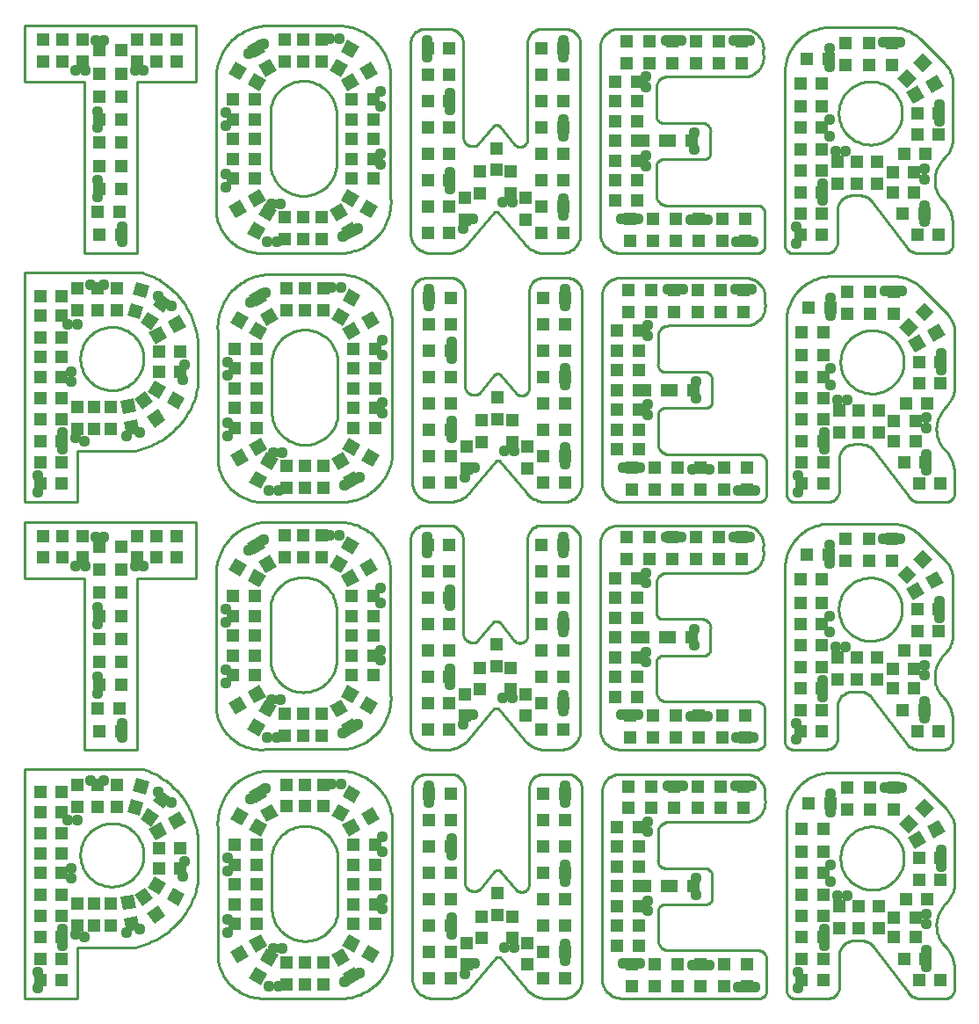
<source format=gts>
G75*
G70*
%OFA0B0*%
%FSLAX25Y25*%
%IPPOS*%
%LPD*%
%AMOC8*
5,1,8,0,0,1.08239X$1,22.5*
%
%ADD11C,0.01000*%
%ADD12C,0.04370*%
%ADD18R,0.05120X0.05120*%
X0012500Y0012500D02*
G75*
%LPD*%
D11*
X0012500Y0012500D02*
X0012500Y0099380D01*
X0057500Y0099380D01*
X0078120Y0073130D02*
X0078120Y0056250D01*
X0054370Y0031880D02*
X0032500Y0031880D01*
X0032500Y0012500D01*
X0012500Y0012500D01*
X0054380Y0031880D02*
X0055440Y0032120D01*
X0056500Y0032410D01*
X0057540Y0032730D01*
X0058570Y0033090D01*
X0059590Y0033490D01*
X0060600Y0033920D01*
X0061590Y0034390D01*
X0062560Y0034890D01*
X0063510Y0035430D01*
X0064440Y0036000D01*
X0065350Y0036600D01*
X0066240Y0037240D01*
X0067110Y0037900D01*
X0067950Y0038600D01*
X0068770Y0039330D01*
X0069560Y0040080D01*
X0070320Y0040860D01*
X0071060Y0041670D01*
X0071760Y0042510D01*
X0072440Y0043370D01*
X0073080Y0044250D01*
X0073690Y0045160D01*
X0074270Y0046090D01*
X0074820Y0047030D01*
X0075330Y0048000D01*
X0075810Y0048980D01*
X0076250Y0049980D01*
X0076660Y0051000D01*
X0077020Y0052030D01*
X0077360Y0053070D01*
X0077650Y0054120D01*
X0077910Y0055180D01*
X0078130Y0056250D01*
X0078120Y0073120D02*
X0078020Y0074190D01*
X0077880Y0075250D01*
X0077700Y0076310D01*
X0077480Y0077360D01*
X0077230Y0078400D01*
X0076940Y0079440D01*
X0076610Y0080460D01*
X0076250Y0081470D01*
X0075850Y0082460D01*
X0075420Y0083440D01*
X0074950Y0084410D01*
X0074450Y0085350D01*
X0073910Y0086280D01*
X0073340Y0087190D01*
X0072740Y0088080D01*
X0072110Y0088950D01*
X0071450Y0089790D01*
X0070750Y0090610D01*
X0070030Y0091400D01*
X0069280Y0092170D01*
X0068510Y0092910D01*
X0067710Y0093620D01*
X0066880Y0094310D01*
X0066030Y0094960D01*
X0065160Y0095580D01*
X0064260Y0096170D01*
X0063350Y0096730D01*
X0062410Y0097260D01*
X0061460Y0097750D01*
X0060490Y0098210D01*
X0059510Y0098630D01*
X0058510Y0099020D01*
X0057490Y0099370D01*
X0033620Y0066880D02*
X0033640Y0067570D01*
X0033700Y0068260D01*
X0033800Y0068940D01*
X0033940Y0069620D01*
X0034110Y0070290D01*
X0034330Y0070950D01*
X0034580Y0071590D01*
X0034870Y0072220D01*
X0035200Y0072830D01*
X0035560Y0073420D01*
X0035950Y0073990D01*
X0036380Y0074530D01*
X0036830Y0075050D01*
X0037320Y0075550D01*
X0037830Y0076010D01*
X0038370Y0076440D01*
X0038940Y0076850D01*
X0039520Y0077210D01*
X0040130Y0077550D01*
X0040750Y0077850D01*
X0041390Y0078110D01*
X0042040Y0078330D01*
X0042710Y0078520D01*
X0043390Y0078670D01*
X0044070Y0078780D01*
X0044760Y0078850D01*
X0045450Y0078880D01*
X0046140Y0078870D01*
X0046830Y0078820D01*
X0047510Y0078730D01*
X0048190Y0078600D01*
X0048860Y0078430D01*
X0049530Y0078230D01*
X0050170Y0077980D01*
X0050800Y0077700D01*
X0051420Y0077390D01*
X0052010Y0077030D01*
X0052590Y0076650D01*
X0053140Y0076230D01*
X0053670Y0075780D01*
X0054170Y0075300D01*
X0054640Y0074800D01*
X0055080Y0074260D01*
X0055490Y0073710D01*
X0055870Y0073130D01*
X0056210Y0072530D01*
X0056520Y0071910D01*
X0056790Y0071270D01*
X0057020Y0070620D01*
X0057220Y0069960D01*
X0057380Y0069280D01*
X0057500Y0068600D01*
X0057580Y0067920D01*
X0057620Y0067230D01*
X0057620Y0066530D01*
X0057580Y0065840D01*
X0057500Y0065160D01*
X0057380Y0064480D01*
X0057220Y0063800D01*
X0057020Y0063140D01*
X0056790Y0062490D01*
X0056520Y0061850D01*
X0056210Y0061230D01*
X0055870Y0060630D01*
X0055490Y0060050D01*
X0055080Y0059500D01*
X0054640Y0058960D01*
X0054170Y0058460D01*
X0053670Y0057980D01*
X0053140Y0057530D01*
X0052590Y0057110D01*
X0052010Y0056730D01*
X0051420Y0056370D01*
X0050800Y0056060D01*
X0050170Y0055780D01*
X0049530Y0055530D01*
X0048860Y0055330D01*
X0048190Y0055160D01*
X0047510Y0055030D01*
X0046830Y0054940D01*
X0046140Y0054890D01*
X0045450Y0054880D01*
X0044760Y0054910D01*
X0044070Y0054980D01*
X0043390Y0055090D01*
X0042710Y0055240D01*
X0042040Y0055430D01*
X0041390Y0055650D01*
X0040750Y0055910D01*
X0040130Y0056210D01*
X0039520Y0056550D01*
X0038940Y0056910D01*
X0038370Y0057320D01*
X0037830Y0057750D01*
X0037320Y0058210D01*
X0036830Y0058710D01*
X0036380Y0059230D01*
X0035950Y0059770D01*
X0035560Y0060340D01*
X0035200Y0060930D01*
X0034870Y0061540D01*
X0034580Y0062170D01*
X0034330Y0062810D01*
X0034110Y0063470D01*
X0033940Y0064140D01*
X0033800Y0064820D01*
X0033700Y0065500D01*
X0033640Y0066190D01*
X0033620Y0066880D01*
D18*
X0026630Y0067500D03*
X0026630Y0060000D03*
X0026630Y0051880D03*
X0032500Y0048510D03*
X0038750Y0048510D03*
X0045000Y0048510D03*
X0045000Y0040240D03*
X0038750Y0040240D03*
X0032500Y0040240D03*
X0026630Y0043750D03*
X0026630Y0035630D03*
X0026630Y0027500D03*
X0026630Y0019380D03*
X0018360Y0019380D03*
X0018360Y0027500D03*
X0018360Y0035630D03*
X0018360Y0043750D03*
X0018360Y0051880D03*
X0018360Y0060000D03*
X0018360Y0067500D03*
X0018360Y0075000D03*
X0018360Y0083130D03*
X0018360Y0090630D03*
X0026630Y0090630D03*
X0032500Y0093510D03*
X0040000Y0093510D03*
X0047500Y0093510D03*
X0047500Y0085240D03*
X0040000Y0085240D03*
X0032500Y0085240D03*
X0026630Y0083130D03*
X0026630Y0075000D03*
X0063360Y0069380D03*
X0063360Y0061880D03*
X0071630Y0061880D03*
X0071630Y0069380D03*
D18*
G36*
X0069290Y0076470D02*
X0066730Y0080890D01*
X0071150Y0083450D01*
X0073710Y0079030D01*
X0069290Y0076470D01*
G37*
G36*
X0062130Y0072340D02*
X0059570Y0076760D01*
X0063990Y0079320D01*
X0066550Y0074900D01*
X0062130Y0072340D01*
G37*
G36*
X0060520Y0077580D02*
X0056340Y0080520D01*
X0059280Y0084700D01*
X0063460Y0081760D01*
X0060520Y0077580D01*
G37*
G36*
X0056300Y0081740D02*
X0051360Y0083060D01*
X0052680Y0088000D01*
X0057620Y0086680D01*
X0056300Y0081740D01*
G37*
G36*
X0065260Y0084350D02*
X0061080Y0087290D01*
X0064020Y0091470D01*
X0068200Y0088530D01*
X0065260Y0084350D01*
G37*
G36*
X0058440Y0089720D02*
X0053500Y0091040D01*
X0054820Y0095980D01*
X0059760Y0094660D01*
X0058440Y0089720D01*
G37*
G36*
X0059180Y0054260D02*
X0061740Y0058680D01*
X0066160Y0056120D01*
X0063600Y0051700D01*
X0059180Y0054260D01*
G37*
G36*
X0054080Y0051620D02*
X0058260Y0054560D01*
X0061200Y0050380D01*
X0057020Y0047440D01*
X0054080Y0051620D01*
G37*
G36*
X0048840Y0050970D02*
X0053870Y0051860D01*
X0054760Y0046830D01*
X0049730Y0045940D01*
X0048840Y0050970D01*
G37*
G36*
X0050280Y0042830D02*
X0055310Y0043720D01*
X0056200Y0038690D01*
X0051170Y0037800D01*
X0050280Y0042830D01*
G37*
G36*
X0058820Y0044840D02*
X0063000Y0047780D01*
X0065940Y0043600D01*
X0061760Y0040660D01*
X0058820Y0044840D01*
G37*
G36*
X0066340Y0050130D02*
X0068900Y0054550D01*
X0073320Y0051990D01*
X0070760Y0047570D01*
X0066340Y0050130D01*
G37*
D12*
X0072500Y0058750D03*
X0073120Y0064380D03*
X0068120Y0086880D03*
X0063120Y0090630D03*
X0042500Y0095000D03*
X0037500Y0095000D03*
X0032500Y0080000D03*
X0028750Y0080000D03*
X0030000Y0061880D03*
X0030000Y0058130D03*
X0026870Y0038750D03*
X0031870Y0036880D03*
X0035000Y0035630D03*
X0026870Y0032500D03*
X0017500Y0022500D03*
X0017500Y0016250D03*
X0051250Y0037500D03*
X0056250Y0038750D03*
X0085630Y0012500D02*
G75*
%LPD*%
D11*
X0085670Y0028200D02*
X0085670Y0077570D01*
X0085630Y0078440D01*
X0085640Y0079320D01*
X0085680Y0080190D01*
X0085760Y0081060D01*
X0085870Y0081930D01*
X0086030Y0082790D01*
X0086220Y0083640D01*
X0086450Y0084490D01*
X0086710Y0085320D01*
X0087010Y0086140D01*
X0087350Y0086950D01*
X0087720Y0087740D01*
X0088130Y0088510D01*
X0088570Y0089270D01*
X0089040Y0090000D01*
X0089540Y0090720D01*
X0090080Y0091410D01*
X0090640Y0092080D01*
X0091240Y0092720D01*
X0091860Y0093340D01*
X0092500Y0093930D01*
X0093170Y0094490D01*
X0093870Y0095020D01*
X0094590Y0095520D01*
X0095330Y0095980D01*
X0096080Y0096420D01*
X0096860Y0096820D01*
X0097650Y0097190D01*
X0098460Y0097520D01*
X0099290Y0097820D01*
X0100120Y0098080D01*
X0100970Y0098300D01*
X0101820Y0098490D01*
X0102680Y0098640D01*
X0103550Y0098750D01*
X0104420Y0098820D01*
X0131300Y0098820D01*
X0131290Y0098820D02*
X0132170Y0098830D01*
X0133040Y0098800D01*
X0133910Y0098730D01*
X0134780Y0098620D01*
X0135640Y0098480D01*
X0136490Y0098300D01*
X0137340Y0098080D01*
X0138170Y0097830D01*
X0139000Y0097540D01*
X0139810Y0097210D01*
X0140600Y0096850D01*
X0141380Y0096450D01*
X0142140Y0096020D01*
X0142880Y0095560D01*
X0143600Y0095070D01*
X0144300Y0094540D01*
X0144970Y0093990D01*
X0145620Y0093400D01*
X0146240Y0092790D01*
X0146840Y0092150D01*
X0147410Y0091490D01*
X0147940Y0090800D01*
X0148450Y0090090D01*
X0148930Y0089360D01*
X0149370Y0088610D01*
X0149780Y0087840D01*
X0150160Y0087050D01*
X0150500Y0086250D01*
X0150810Y0085430D01*
X0151080Y0084600D01*
X0151310Y0083760D01*
X0151510Y0082910D01*
X0151670Y0082050D01*
X0151790Y0081190D01*
X0151870Y0080320D01*
X0151920Y0079450D01*
X0151920Y0033200D01*
X0151930Y0033200D02*
X0151970Y0032330D01*
X0151960Y0031460D01*
X0151920Y0030590D01*
X0151840Y0029720D01*
X0151720Y0028860D01*
X0151560Y0028000D01*
X0151370Y0027150D01*
X0151130Y0026310D01*
X0150860Y0025480D01*
X0150550Y0024670D01*
X0150210Y0023870D01*
X0149830Y0023080D01*
X0149410Y0022320D01*
X0148960Y0021570D01*
X0148480Y0020840D01*
X0147970Y0020140D01*
X0147420Y0019460D01*
X0146850Y0018810D01*
X0146240Y0018180D01*
X0145610Y0017580D01*
X0144950Y0017010D01*
X0144270Y0016470D01*
X0143560Y0015950D01*
X0142830Y0015480D01*
X0142090Y0015030D01*
X0141320Y0014620D01*
X0140530Y0014250D01*
X0139730Y0013910D01*
X0138910Y0013600D01*
X0138080Y0013330D01*
X0137240Y0013100D01*
X0136390Y0012910D01*
X0135530Y0012760D01*
X0134670Y0012650D01*
X0133800Y0012570D01*
X0134420Y0012570D02*
X0104420Y0012570D01*
X0103600Y0012520D01*
X0102780Y0012500D01*
X0101960Y0012520D01*
X0101140Y0012590D01*
X0100330Y0012690D01*
X0099520Y0012830D01*
X0098710Y0013010D01*
X0097920Y0013220D01*
X0097140Y0013480D01*
X0096370Y0013770D01*
X0095620Y0014090D01*
X0094880Y0014450D01*
X0094160Y0014850D01*
X0093460Y0015280D01*
X0092780Y0015750D01*
X0092130Y0016240D01*
X0091500Y0016770D01*
X0090890Y0017320D01*
X0090310Y0017910D01*
X0089760Y0018520D01*
X0089240Y0019150D01*
X0088760Y0019810D01*
X0088300Y0020490D01*
X0087870Y0021200D01*
X0087480Y0021920D01*
X0087130Y0022660D01*
X0086810Y0023420D01*
X0086520Y0024190D01*
X0086280Y0024970D01*
X0086070Y0025770D01*
X0085900Y0026570D01*
X0085760Y0027380D01*
X0085670Y0028200D01*
X0106300Y0045700D02*
X0106300Y0066950D01*
X0106410Y0067640D01*
X0106560Y0068310D01*
X0106750Y0068980D01*
X0106970Y0069640D01*
X0107230Y0070280D01*
X0107520Y0070910D01*
X0107850Y0071520D01*
X0108210Y0072110D01*
X0108610Y0072680D01*
X0109030Y0073230D01*
X0109480Y0073750D01*
X0109970Y0074250D01*
X0110480Y0074720D01*
X0111010Y0075160D01*
X0111570Y0075570D01*
X0112150Y0075950D01*
X0112750Y0076300D01*
X0113360Y0076610D01*
X0114000Y0076890D01*
X0114650Y0077140D01*
X0115310Y0077350D01*
X0115980Y0077520D01*
X0116660Y0077650D01*
X0117340Y0077750D01*
X0118040Y0077810D01*
X0118730Y0077830D01*
X0119420Y0077810D01*
X0120110Y0077760D01*
X0120800Y0077660D01*
X0121480Y0077530D01*
X0122150Y0077360D01*
X0122810Y0077160D01*
X0123460Y0076920D01*
X0124100Y0076640D01*
X0124720Y0076330D01*
X0125320Y0075980D01*
X0125900Y0075610D01*
X0126460Y0075200D01*
X0127000Y0074760D01*
X0127510Y0074290D01*
X0127990Y0073800D01*
X0128450Y0073270D01*
X0128880Y0072730D01*
X0129270Y0072160D01*
X0129640Y0071570D01*
X0129970Y0070960D01*
X0130270Y0070340D01*
X0130530Y0069700D01*
X0130760Y0069040D01*
X0130950Y0068370D01*
X0131100Y0067700D01*
X0131220Y0067010D01*
X0131290Y0066330D01*
X0131300Y0066320D02*
X0131300Y0045070D01*
X0131290Y0045070D02*
X0131180Y0044380D01*
X0131030Y0043710D01*
X0130840Y0043040D01*
X0130620Y0042380D01*
X0130360Y0041740D01*
X0130070Y0041110D01*
X0129740Y0040500D01*
X0129380Y0039910D01*
X0128980Y0039340D01*
X0128560Y0038790D01*
X0128110Y0038270D01*
X0127620Y0037770D01*
X0127110Y0037300D01*
X0126580Y0036860D01*
X0126020Y0036450D01*
X0125440Y0036070D01*
X0124840Y0035720D01*
X0124230Y0035410D01*
X0123590Y0035130D01*
X0122940Y0034880D01*
X0122280Y0034670D01*
X0121610Y0034500D01*
X0120930Y0034370D01*
X0120250Y0034270D01*
X0119550Y0034210D01*
X0118860Y0034190D01*
X0118170Y0034210D01*
X0117480Y0034260D01*
X0116790Y0034360D01*
X0116110Y0034490D01*
X0115440Y0034660D01*
X0114780Y0034860D01*
X0114130Y0035100D01*
X0113490Y0035380D01*
X0112870Y0035690D01*
X0112270Y0036040D01*
X0111690Y0036410D01*
X0111130Y0036820D01*
X0110590Y0037260D01*
X0110080Y0037730D01*
X0109600Y0038220D01*
X0109140Y0038750D01*
X0108710Y0039290D01*
X0108320Y0039860D01*
X0107950Y0040450D01*
X0107620Y0041060D01*
X0107320Y0041680D01*
X0107060Y0042320D01*
X0106830Y0042980D01*
X0106640Y0043650D01*
X0106490Y0044320D01*
X0106370Y0045010D01*
X0106300Y0045690D01*
D18*
X0100430Y0048200D03*
X0100430Y0055700D03*
X0100430Y0063200D03*
X0100430Y0070700D03*
X0092160Y0070700D03*
X0092160Y0063200D03*
X0092160Y0055700D03*
X0092160Y0048200D03*
X0092160Y0040700D03*
X0100430Y0040700D03*
X0111920Y0026080D03*
X0118800Y0026080D03*
X0125670Y0026080D03*
X0125670Y0017810D03*
X0118800Y0017810D03*
X0111920Y0017810D03*
X0137160Y0040700D03*
X0137160Y0048200D03*
X0137160Y0055700D03*
X0137160Y0063200D03*
X0137160Y0070700D03*
X0145430Y0070700D03*
X0145430Y0063200D03*
X0145430Y0055700D03*
X0145430Y0048200D03*
X0145430Y0040700D03*
X0125670Y0085310D03*
X0118800Y0085310D03*
X0111920Y0085310D03*
X0111920Y0093580D03*
X0118800Y0093580D03*
X0125670Y0093580D03*
D18*
G36*
X0137420Y0086410D02*
X0133000Y0088970D01*
X0135560Y0093390D01*
X0139980Y0090830D01*
X0137420Y0086410D01*
G37*
G36*
X0133280Y0079250D02*
X0128860Y0081810D01*
X0131420Y0086230D01*
X0135840Y0083670D01*
X0133280Y0079250D01*
G37*
G36*
X0135540Y0073890D02*
X0132980Y0078310D01*
X0137400Y0080870D01*
X0139960Y0076450D01*
X0135540Y0073890D01*
G37*
G36*
X0142700Y0078020D02*
X0140140Y0082440D01*
X0144560Y0085000D01*
X0147120Y0080580D01*
X0142700Y0078020D01*
G37*
G36*
X0108730Y0081810D02*
X0104310Y0079250D01*
X0101750Y0083670D01*
X0106170Y0086230D01*
X0108730Y0081810D01*
G37*
G36*
X0104620Y0078310D02*
X0102060Y0073890D01*
X0097640Y0076450D01*
X0100200Y0080870D01*
X0104620Y0078310D01*
G37*
G36*
X0097460Y0082440D02*
X0094900Y0078020D01*
X0090480Y0080580D01*
X0093040Y0085000D01*
X0097460Y0082440D01*
G37*
G36*
X0104590Y0088970D02*
X0100170Y0086410D01*
X0097610Y0090830D01*
X0102030Y0093390D01*
X0104590Y0088970D01*
G37*
G36*
X0102060Y0036880D02*
X0104620Y0032460D01*
X0100200Y0029900D01*
X0097640Y0034320D01*
X0102060Y0036880D01*
G37*
G36*
X0094900Y0032740D02*
X0097460Y0028320D01*
X0093040Y0025760D01*
X0090480Y0030180D01*
X0094900Y0032740D01*
G37*
G36*
X0104310Y0031520D02*
X0108730Y0028960D01*
X0106170Y0024540D01*
X0101750Y0027100D01*
X0104310Y0031520D01*
G37*
G36*
X0100170Y0024360D02*
X0104590Y0021800D01*
X0102030Y0017380D01*
X0097610Y0019940D01*
X0100170Y0024360D01*
G37*
G36*
X0128860Y0028960D02*
X0133280Y0031520D01*
X0135840Y0027100D01*
X0131420Y0024540D01*
X0128860Y0028960D01*
G37*
G36*
X0132980Y0032460D02*
X0135540Y0036880D01*
X0139960Y0034320D01*
X0137400Y0029900D01*
X0132980Y0032460D01*
G37*
G36*
X0140140Y0028320D02*
X0142700Y0032740D01*
X0147120Y0030180D01*
X0144560Y0025760D01*
X0140140Y0028320D01*
G37*
G36*
X0133000Y0021800D02*
X0137420Y0024360D01*
X0139980Y0019940D01*
X0135560Y0017380D01*
X0133000Y0021800D01*
G37*
D12*
X0133800Y0018820D03*
X0139420Y0021950D03*
X0148170Y0046320D03*
X0148170Y0050070D03*
X0148170Y0068200D03*
X0148170Y0073820D03*
X0132550Y0093820D03*
X0128800Y0093820D03*
X0103800Y0091950D03*
X0098170Y0088200D03*
X0089420Y0065700D03*
X0089420Y0060700D03*
X0089420Y0042570D03*
X0089420Y0037570D03*
X0106920Y0031320D03*
X0110050Y0031320D03*
X0108800Y0016950D03*
X0105050Y0016950D03*
X0159470Y0012500D02*
G75*
%LPD*%
D11*
X0159480Y0020510D02*
X0159480Y0092090D01*
X0159500Y0092540D01*
X0159550Y0092980D01*
X0159650Y0093420D01*
X0159770Y0093850D01*
X0159940Y0094260D01*
X0160130Y0094660D01*
X0160360Y0095050D01*
X0160620Y0095410D01*
X0160910Y0095750D01*
X0161230Y0096070D01*
X0161570Y0096360D01*
X0161930Y0096620D01*
X0162320Y0096850D01*
X0162720Y0097040D01*
X0163130Y0097210D01*
X0163560Y0097330D01*
X0164000Y0097430D01*
X0164440Y0097480D01*
X0164890Y0097500D01*
X0164890Y0097510D02*
X0174280Y0097510D01*
X0174740Y0097470D01*
X0175190Y0097380D01*
X0175630Y0097270D01*
X0176060Y0097110D01*
X0176470Y0096920D01*
X0176870Y0096700D01*
X0177250Y0096440D01*
X0177600Y0096160D01*
X0177930Y0095840D01*
X0178240Y0095500D01*
X0178510Y0095140D01*
X0178750Y0094750D01*
X0178970Y0094350D01*
X0179140Y0093930D01*
X0179280Y0093490D01*
X0179390Y0093050D01*
X0179460Y0092600D01*
X0179490Y0092140D01*
X0179480Y0091690D01*
X0179480Y0056880D01*
X0179470Y0056880D02*
X0179460Y0056520D01*
X0179480Y0056160D01*
X0179540Y0055810D01*
X0179640Y0055460D01*
X0179770Y0055130D01*
X0179930Y0054810D01*
X0180130Y0054510D01*
X0180360Y0054230D01*
X0180610Y0053970D01*
X0180890Y0053750D01*
X0181190Y0053550D01*
X0181500Y0053380D01*
X0181840Y0053250D01*
X0182180Y0053150D01*
X0182540Y0053090D01*
X0182900Y0053060D01*
X0183260Y0053070D01*
X0183610Y0053120D01*
X0183960Y0053200D01*
X0184300Y0053320D01*
X0184630Y0053480D01*
X0184930Y0053660D01*
X0185220Y0053880D01*
X0190650Y0060560D01*
X0190850Y0060740D01*
X0191080Y0060880D01*
X0191320Y0060990D01*
X0191580Y0061070D01*
X0191850Y0061110D01*
X0192110Y0061110D01*
X0192380Y0061070D01*
X0192640Y0060990D01*
X0192880Y0060880D01*
X0193110Y0060740D01*
X0193310Y0060560D01*
X0193300Y0060560D02*
X0198830Y0053780D01*
X0199060Y0053550D01*
X0199310Y0053350D01*
X0199590Y0053180D01*
X0199880Y0053050D01*
X0200190Y0052940D01*
X0200510Y0052880D01*
X0200830Y0052840D01*
X0201150Y0052850D01*
X0201480Y0052890D01*
X0201790Y0052960D01*
X0202100Y0053070D01*
X0202390Y0053220D01*
X0202660Y0053390D01*
X0202910Y0053600D01*
X0203140Y0053830D01*
X0203340Y0054080D01*
X0203510Y0054360D01*
X0203640Y0054650D01*
X0203750Y0054960D01*
X0203810Y0055280D01*
X0203850Y0055600D01*
X0203850Y0092220D01*
X0203860Y0092220D02*
X0203880Y0092660D01*
X0203930Y0093090D01*
X0204020Y0093520D01*
X0204150Y0093930D01*
X0204300Y0094340D01*
X0204500Y0094730D01*
X0204720Y0095110D01*
X0204970Y0095460D01*
X0205260Y0095800D01*
X0205560Y0096100D01*
X0205900Y0096390D01*
X0206250Y0096640D01*
X0206630Y0096860D01*
X0207020Y0097060D01*
X0207430Y0097210D01*
X0207840Y0097340D01*
X0208270Y0097430D01*
X0208700Y0097480D01*
X0209140Y0097500D01*
X0209140Y0097510D02*
X0218570Y0097510D01*
X0218570Y0097500D02*
X0219030Y0097460D01*
X0219490Y0097370D01*
X0219940Y0097250D01*
X0220370Y0097100D01*
X0220790Y0096900D01*
X0221200Y0096680D01*
X0221580Y0096420D01*
X0221940Y0096130D01*
X0222280Y0095810D01*
X0222590Y0095470D01*
X0222860Y0095100D01*
X0223110Y0094710D01*
X0223330Y0094300D01*
X0223510Y0093870D01*
X0223650Y0093430D01*
X0223760Y0092980D01*
X0223830Y0092520D01*
X0223860Y0092060D01*
X0223850Y0091600D01*
X0223850Y0020240D01*
X0217370Y0012510D02*
X0209000Y0012510D01*
X0202420Y0016440D02*
X0192780Y0027950D01*
X0192790Y0027960D02*
X0192690Y0028030D01*
X0192580Y0028090D01*
X0192460Y0028130D01*
X0192340Y0028140D01*
X0191090Y0027870D02*
X0181930Y0016840D01*
X0174390Y0012510D02*
X0166860Y0012510D01*
X0166310Y0012550D01*
X0165770Y0012630D01*
X0165230Y0012750D01*
X0164700Y0012910D01*
X0164190Y0013100D01*
X0163690Y0013330D01*
X0163210Y0013600D01*
X0162750Y0013900D01*
X0162310Y0014230D01*
X0161900Y0014590D01*
X0161510Y0014980D01*
X0161150Y0015400D01*
X0160820Y0015840D01*
X0160530Y0016300D01*
X0160270Y0016790D01*
X0160040Y0017290D01*
X0159850Y0017800D01*
X0159700Y0018330D01*
X0159590Y0018870D01*
X0159510Y0019410D01*
X0159470Y0019960D01*
X0159480Y0020510D01*
X0174390Y0012500D02*
X0175020Y0012600D01*
X0175640Y0012740D01*
X0176250Y0012910D01*
X0176860Y0013110D01*
X0177450Y0013350D01*
X0178030Y0013620D01*
X0178590Y0013920D01*
X0179130Y0014250D01*
X0179660Y0014610D01*
X0180160Y0015010D01*
X0180640Y0015430D01*
X0181100Y0015870D01*
X0181530Y0016340D01*
X0181930Y0016840D01*
X0191090Y0027870D02*
X0191280Y0027980D01*
X0191480Y0028070D01*
X0191690Y0028130D01*
X0191910Y0028160D01*
X0192130Y0028160D01*
X0192340Y0028130D01*
X0202420Y0016440D02*
X0202790Y0015960D01*
X0203200Y0015510D01*
X0203630Y0015090D01*
X0204080Y0014690D01*
X0204560Y0014320D01*
X0205060Y0013980D01*
X0205580Y0013670D01*
X0206110Y0013390D01*
X0206670Y0013140D01*
X0207230Y0012930D01*
X0207810Y0012750D01*
X0208400Y0012610D01*
X0208990Y0012510D01*
X0217370Y0012510D02*
X0217880Y0012570D01*
X0218380Y0012670D01*
X0218870Y0012800D01*
X0219350Y0012970D01*
X0219820Y0013170D01*
X0220270Y0013410D01*
X0220700Y0013680D01*
X0221120Y0013970D01*
X0221510Y0014300D01*
X0221870Y0014650D01*
X0222210Y0015030D01*
X0222530Y0015430D01*
X0222810Y0015850D01*
X0223060Y0016300D01*
X0223280Y0016750D01*
X0223470Y0017230D01*
X0223620Y0017710D01*
X0223740Y0018210D01*
X0223820Y0018710D01*
X0223870Y0019220D01*
X0223880Y0019730D01*
X0223850Y0020230D01*
D18*
X0217360Y0020010D03*
X0209090Y0020010D03*
X0203230Y0025250D03*
X0209090Y0030010D03*
X0203230Y0033520D03*
X0197600Y0035250D03*
X0197600Y0043520D03*
X0191980Y0044000D03*
X0185730Y0043520D03*
X0185730Y0035250D03*
X0180100Y0033520D03*
X0174240Y0030010D03*
X0180100Y0025250D03*
X0174240Y0020010D03*
X0165970Y0020010D03*
X0165970Y0030010D03*
X0165970Y0040010D03*
X0174240Y0040010D03*
X0174240Y0050010D03*
X0165970Y0050010D03*
X0165970Y0060010D03*
X0174240Y0060010D03*
X0174240Y0070010D03*
X0165970Y0070010D03*
X0165970Y0080010D03*
X0174240Y0080010D03*
X0174240Y0090010D03*
X0165970Y0090010D03*
X0191980Y0052270D03*
X0209090Y0050010D03*
X0217360Y0050010D03*
X0217360Y0060010D03*
X0209090Y0060010D03*
X0209090Y0070010D03*
X0217360Y0070010D03*
X0217360Y0080010D03*
X0209090Y0080010D03*
X0209090Y0090010D03*
X0217360Y0090010D03*
X0217360Y0040010D03*
X0209090Y0040010D03*
X0217360Y0030010D03*
D12*
X0217600Y0033130D03*
X0217600Y0026880D03*
X0198230Y0031880D03*
X0194480Y0031880D03*
X0183230Y0025630D03*
X0179480Y0021880D03*
X0174480Y0036880D03*
X0174480Y0043130D03*
X0174480Y0066880D03*
X0174480Y0073130D03*
X0165730Y0086880D03*
X0165730Y0093130D03*
X0217600Y0093130D03*
X0217600Y0086880D03*
X0217600Y0063130D03*
X0217600Y0056880D03*
X0231380Y0012500D02*
G75*
%LPD*%
D11*
X0238910Y0012510D02*
X0291030Y0012510D01*
X0291030Y0012500D02*
X0291350Y0012520D01*
X0291670Y0012570D01*
X0291980Y0012660D01*
X0292280Y0012790D01*
X0292560Y0012940D01*
X0292830Y0013130D01*
X0293070Y0013340D01*
X0293280Y0013580D01*
X0293470Y0013850D01*
X0293620Y0014130D01*
X0293750Y0014430D01*
X0293840Y0014740D01*
X0293890Y0015060D01*
X0293910Y0015380D01*
X0293910Y0027760D01*
X0293900Y0027750D02*
X0293850Y0028080D01*
X0293770Y0028410D01*
X0293650Y0028720D01*
X0293500Y0029020D01*
X0293320Y0029300D01*
X0293110Y0029560D01*
X0292880Y0029800D01*
X0292620Y0030020D01*
X0292340Y0030200D01*
X0292040Y0030350D01*
X0291730Y0030480D01*
X0291410Y0030570D01*
X0291080Y0030620D01*
X0290740Y0030640D01*
X0290410Y0030620D01*
X0290410Y0030630D02*
X0257030Y0030630D01*
X0256660Y0030620D01*
X0256280Y0030640D01*
X0255910Y0030700D01*
X0255550Y0030790D01*
X0255190Y0030920D01*
X0254850Y0031080D01*
X0254520Y0031260D01*
X0254220Y0031480D01*
X0253930Y0031730D01*
X0253670Y0032000D01*
X0253430Y0032290D01*
X0253230Y0032600D01*
X0253050Y0032930D01*
X0252900Y0033280D01*
X0252790Y0033640D01*
X0252710Y0034000D01*
X0252660Y0034380D01*
X0252660Y0045630D01*
X0252710Y0045950D01*
X0252800Y0046250D01*
X0252920Y0046540D01*
X0253070Y0046820D01*
X0253250Y0047080D01*
X0253470Y0047320D01*
X0253700Y0047530D01*
X0253960Y0047710D01*
X0254240Y0047870D01*
X0254530Y0047990D01*
X0254840Y0048080D01*
X0255150Y0048130D01*
X0255470Y0048150D01*
X0255780Y0048130D01*
X0270410Y0048130D01*
X0270410Y0048140D02*
X0270720Y0048120D01*
X0271030Y0048140D01*
X0271340Y0048190D01*
X0271630Y0048290D01*
X0271920Y0048410D01*
X0272180Y0048580D01*
X0272430Y0048770D01*
X0272650Y0048990D01*
X0272840Y0049230D01*
X0273000Y0049500D01*
X0273130Y0049780D01*
X0273220Y0050080D01*
X0273280Y0050390D01*
X0273280Y0050380D02*
X0273280Y0058370D01*
X0273270Y0058370D02*
X0273290Y0058700D01*
X0273270Y0059040D01*
X0273210Y0059370D01*
X0273130Y0059690D01*
X0273000Y0060010D01*
X0272850Y0060310D01*
X0272660Y0060590D01*
X0272450Y0060850D01*
X0272210Y0061080D01*
X0271950Y0061290D01*
X0271660Y0061470D01*
X0271360Y0061620D01*
X0271050Y0061740D01*
X0270720Y0061820D01*
X0270390Y0061870D01*
X0270400Y0061880D02*
X0255050Y0061880D01*
X0255050Y0061890D02*
X0254750Y0061940D01*
X0254450Y0062030D01*
X0254170Y0062140D01*
X0253910Y0062290D01*
X0253660Y0062470D01*
X0253430Y0062670D01*
X0253230Y0062900D01*
X0253050Y0063150D01*
X0252910Y0063420D01*
X0252790Y0063700D01*
X0252710Y0063990D01*
X0252660Y0064290D01*
X0252640Y0064600D01*
X0252660Y0064900D01*
X0252660Y0075380D01*
X0252680Y0075770D01*
X0252740Y0076160D01*
X0252830Y0076540D01*
X0252960Y0076910D01*
X0253130Y0077270D01*
X0253330Y0077600D01*
X0253570Y0077920D01*
X0253830Y0078210D01*
X0254120Y0078470D01*
X0254440Y0078710D01*
X0254770Y0078910D01*
X0255130Y0079080D01*
X0255500Y0079210D01*
X0255880Y0079300D01*
X0256270Y0079360D01*
X0256660Y0079380D01*
X0286640Y0079380D01*
X0287180Y0079460D01*
X0287710Y0079590D01*
X0288230Y0079750D01*
X0288740Y0079950D01*
X0289230Y0080180D01*
X0289700Y0080450D01*
X0290160Y0080750D01*
X0290590Y0081090D01*
X0290990Y0081450D01*
X0291370Y0081840D01*
X0291720Y0082260D01*
X0292040Y0082700D01*
X0292330Y0083170D01*
X0292590Y0083650D01*
X0292800Y0084150D01*
X0292990Y0084660D01*
X0293130Y0085190D01*
X0293240Y0085720D01*
X0293310Y0086260D01*
X0293340Y0086810D01*
X0293330Y0087350D01*
X0293280Y0087900D01*
X0293280Y0089500D01*
X0293310Y0090020D01*
X0293300Y0090550D01*
X0293250Y0091080D01*
X0293160Y0091600D01*
X0293040Y0092110D01*
X0292880Y0092620D01*
X0292680Y0093110D01*
X0292450Y0093590D01*
X0292190Y0094040D01*
X0291890Y0094480D01*
X0291560Y0094900D01*
X0291210Y0095290D01*
X0290830Y0095660D01*
X0290420Y0095990D01*
X0289990Y0096300D01*
X0289540Y0096580D01*
X0289070Y0096820D01*
X0288580Y0097030D01*
X0288080Y0097200D01*
X0287570Y0097340D01*
X0287050Y0097440D01*
X0286520Y0097500D01*
X0286520Y0097510D02*
X0237660Y0097510D01*
X0237660Y0097500D02*
X0237140Y0097440D01*
X0236640Y0097330D01*
X0236140Y0097190D01*
X0235660Y0097010D01*
X0235190Y0096800D01*
X0234740Y0096550D01*
X0234300Y0096270D01*
X0233890Y0095960D01*
X0233510Y0095610D01*
X0233150Y0095240D01*
X0232820Y0094850D01*
X0232520Y0094430D01*
X0232250Y0093980D01*
X0232020Y0093520D01*
X0231820Y0093050D01*
X0231660Y0092560D01*
X0231530Y0092060D01*
X0231440Y0091550D01*
X0231390Y0091040D01*
X0231380Y0090520D01*
X0231410Y0090010D01*
X0231410Y0020010D01*
X0231430Y0019470D01*
X0231490Y0018940D01*
X0231580Y0018420D01*
X0231710Y0017900D01*
X0231880Y0017390D01*
X0232090Y0016890D01*
X0232330Y0016420D01*
X0232600Y0015960D01*
X0232910Y0015520D01*
X0233240Y0015100D01*
X0233610Y0014710D01*
X0234000Y0014340D01*
X0234420Y0014010D01*
X0234860Y0013700D01*
X0235320Y0013430D01*
X0235790Y0013190D01*
X0236290Y0012980D01*
X0236800Y0012810D01*
X0237320Y0012680D01*
X0237840Y0012590D01*
X0238370Y0012530D01*
X0238910Y0012510D01*
D18*
X0242660Y0017120D03*
X0242660Y0025390D03*
X0245540Y0032510D03*
X0245540Y0040010D03*
X0245540Y0047510D03*
X0245540Y0055010D03*
X0247900Y0055010D03*
X0245540Y0062510D03*
X0245540Y0070010D03*
X0245540Y0077510D03*
X0241410Y0084620D03*
X0237270Y0077510D03*
X0237270Y0070010D03*
X0237270Y0062510D03*
X0237270Y0055010D03*
X0237270Y0047510D03*
X0237270Y0040010D03*
X0237270Y0032510D03*
X0251410Y0025390D03*
X0251410Y0017120D03*
X0260160Y0017120D03*
X0260160Y0025390D03*
X0268910Y0025390D03*
X0268910Y0017120D03*
X0277660Y0017120D03*
X0277660Y0025390D03*
X0286410Y0025390D03*
X0286410Y0017120D03*
X0266170Y0055010D03*
X0257900Y0055010D03*
X0256170Y0055010D03*
X0258910Y0084620D03*
X0258910Y0092890D03*
X0250160Y0092890D03*
X0250160Y0084620D03*
X0241410Y0092890D03*
X0267660Y0092890D03*
X0267660Y0084620D03*
X0276410Y0084620D03*
X0276410Y0092890D03*
X0285160Y0092890D03*
X0285160Y0084620D03*
D12*
X0288280Y0093130D03*
X0282030Y0093130D03*
X0262030Y0093130D03*
X0256410Y0093130D03*
X0248910Y0079380D03*
X0248910Y0075630D03*
X0267030Y0058130D03*
X0267030Y0051880D03*
X0248910Y0049380D03*
X0248910Y0045630D03*
X0245780Y0025630D03*
X0239530Y0025630D03*
X0265780Y0025010D03*
X0272030Y0025010D03*
X0283280Y0016880D03*
X0289530Y0016880D03*
X0301410Y0012500D02*
G75*
%LPD*%
D11*
X0304220Y0012500D02*
X0317470Y0012500D01*
X0317870Y0012550D01*
X0318250Y0012630D01*
X0318630Y0012750D01*
X0318990Y0012900D01*
X0319340Y0013090D01*
X0319670Y0013310D01*
X0319980Y0013550D01*
X0320270Y0013830D01*
X0320530Y0014130D01*
X0320750Y0014450D01*
X0320950Y0014790D01*
X0321120Y0015150D01*
X0321250Y0015520D01*
X0321350Y0015900D01*
X0321410Y0016290D01*
X0321440Y0016690D01*
X0321430Y0017080D01*
X0321430Y0028790D01*
X0321450Y0029250D01*
X0321510Y0029710D01*
X0321600Y0030160D01*
X0321730Y0030610D01*
X0321900Y0031040D01*
X0322100Y0031450D01*
X0322340Y0031850D01*
X0322610Y0032220D01*
X0322910Y0032580D01*
X0323230Y0032900D01*
X0323590Y0033200D01*
X0323960Y0033470D01*
X0324360Y0033710D01*
X0324770Y0033910D01*
X0325200Y0034080D01*
X0325650Y0034210D01*
X0326100Y0034300D01*
X0326560Y0034360D01*
X0327020Y0034380D01*
X0329910Y0034380D01*
X0334350Y0032180D02*
X0347380Y0015150D01*
X0351470Y0012500D02*
X0361640Y0012500D01*
X0362010Y0012520D01*
X0362380Y0012580D01*
X0362730Y0012670D01*
X0363080Y0012810D01*
X0363410Y0012970D01*
X0363720Y0013180D01*
X0364010Y0013410D01*
X0364270Y0013670D01*
X0364500Y0013960D01*
X0364710Y0014270D01*
X0364870Y0014600D01*
X0365010Y0014950D01*
X0365100Y0015300D01*
X0365160Y0015670D01*
X0365180Y0016040D01*
X0365180Y0022800D01*
X0361410Y0032520D02*
X0361360Y0032570D01*
X0361370Y0032570D02*
X0360940Y0033030D01*
X0360530Y0033510D01*
X0360160Y0034020D01*
X0359820Y0034550D01*
X0359510Y0035100D01*
X0359230Y0035670D01*
X0358990Y0036250D01*
X0358780Y0036840D01*
X0358610Y0037450D01*
X0358480Y0038070D01*
X0358390Y0038690D01*
X0358330Y0039320D01*
X0358310Y0039950D01*
X0362050Y0048750D02*
X0362050Y0048750D01*
X0365180Y0056300D02*
X0365180Y0076880D01*
X0362080Y0084350D02*
X0352730Y0093700D01*
X0342040Y0098130D02*
X0318810Y0098130D01*
X0318800Y0098130D02*
X0317990Y0098120D01*
X0317180Y0098080D01*
X0316370Y0098000D01*
X0315570Y0097880D01*
X0314770Y0097720D01*
X0313980Y0097520D01*
X0313200Y0097290D01*
X0312440Y0097020D01*
X0311680Y0096710D01*
X0310950Y0096370D01*
X0310230Y0096000D01*
X0309530Y0095590D01*
X0308840Y0095140D01*
X0308190Y0094670D01*
X0307550Y0094160D01*
X0306940Y0093630D01*
X0306350Y0093060D01*
X0305800Y0092470D01*
X0305270Y0091860D01*
X0304770Y0091210D01*
X0304300Y0090550D01*
X0303870Y0089860D01*
X0303460Y0089160D01*
X0303100Y0088430D01*
X0302760Y0087690D01*
X0302460Y0086940D01*
X0302200Y0086170D01*
X0301980Y0085390D01*
X0301790Y0084600D01*
X0301640Y0083800D01*
X0301530Y0082990D01*
X0301460Y0082180D01*
X0301420Y0081370D01*
X0301430Y0081370D02*
X0301430Y0015920D01*
X0301410Y0015600D01*
X0301430Y0015270D01*
X0301480Y0014950D01*
X0301570Y0014630D01*
X0301690Y0014330D01*
X0301840Y0014040D01*
X0302010Y0013760D01*
X0302220Y0013510D01*
X0302450Y0013280D01*
X0302710Y0013080D01*
X0302980Y0012900D01*
X0303270Y0012750D01*
X0303580Y0012640D01*
X0303900Y0012560D01*
X0304220Y0012510D01*
X0329910Y0034380D02*
X0330380Y0034360D01*
X0330840Y0034300D01*
X0331290Y0034210D01*
X0331740Y0034070D01*
X0332180Y0033900D01*
X0332590Y0033690D01*
X0332990Y0033450D01*
X0333370Y0033180D01*
X0333720Y0032880D01*
X0334050Y0032540D01*
X0334350Y0032190D01*
X0361410Y0032520D02*
X0361890Y0032000D01*
X0362340Y0031440D01*
X0362760Y0030870D01*
X0363150Y0030270D01*
X0363510Y0029650D01*
X0363830Y0029020D01*
X0364130Y0028370D01*
X0364380Y0027700D01*
X0364610Y0027020D01*
X0364790Y0026330D01*
X0364940Y0025640D01*
X0365060Y0024930D01*
X0365130Y0024220D01*
X0365170Y0023510D01*
X0365180Y0022800D01*
X0351480Y0012510D02*
X0351020Y0012580D01*
X0350580Y0012690D01*
X0350140Y0012830D01*
X0349720Y0013020D01*
X0349320Y0013230D01*
X0348930Y0013480D01*
X0348570Y0013760D01*
X0348230Y0014070D01*
X0347920Y0014410D01*
X0347640Y0014770D01*
X0347390Y0015150D01*
X0358300Y0039950D02*
X0358320Y0040600D01*
X0358380Y0041260D01*
X0358470Y0041900D01*
X0358600Y0042550D01*
X0358760Y0043180D01*
X0358950Y0043810D01*
X0359180Y0044420D01*
X0359430Y0045020D01*
X0359720Y0045610D01*
X0360040Y0046180D01*
X0360390Y0046740D01*
X0360760Y0047270D01*
X0361170Y0047790D01*
X0361600Y0048280D01*
X0362050Y0048750D01*
X0362060Y0048750D02*
X0362500Y0049220D01*
X0362910Y0049720D01*
X0363290Y0050240D01*
X0363640Y0050780D01*
X0363960Y0051340D01*
X0364240Y0051920D01*
X0364490Y0052520D01*
X0364700Y0053130D01*
X0364870Y0053750D01*
X0365010Y0054380D01*
X0365100Y0055010D01*
X0365160Y0055660D01*
X0365180Y0056300D01*
X0362060Y0048750D02*
X0362050Y0048740D01*
X0365170Y0076880D02*
X0365150Y0077520D01*
X0365090Y0078150D01*
X0365000Y0078780D01*
X0364860Y0079410D01*
X0364690Y0080020D01*
X0364480Y0080620D01*
X0364240Y0081210D01*
X0363960Y0081790D01*
X0363650Y0082340D01*
X0363300Y0082880D01*
X0362920Y0083390D01*
X0362510Y0083880D01*
X0362080Y0084350D01*
X0352730Y0093700D02*
X0352190Y0094210D01*
X0351630Y0094700D01*
X0351050Y0095150D01*
X0350440Y0095580D01*
X0349810Y0095980D01*
X0349170Y0096340D01*
X0348500Y0096680D01*
X0347830Y0096980D01*
X0347130Y0097250D01*
X0346430Y0097480D01*
X0345710Y0097680D01*
X0344990Y0097840D01*
X0344260Y0097970D01*
X0343520Y0098060D01*
X0342780Y0098110D01*
X0342040Y0098130D01*
X0321930Y0065630D02*
X0321950Y0066320D01*
X0322010Y0067010D01*
X0322110Y0067690D01*
X0322250Y0068370D01*
X0322420Y0069040D01*
X0322640Y0069700D01*
X0322890Y0070340D01*
X0323180Y0070970D01*
X0323510Y0071580D01*
X0323870Y0072170D01*
X0324260Y0072740D01*
X0324690Y0073280D01*
X0325140Y0073800D01*
X0325630Y0074300D01*
X0326140Y0074760D01*
X0326680Y0075190D01*
X0327250Y0075600D01*
X0327830Y0075960D01*
X0328440Y0076300D01*
X0329060Y0076600D01*
X0329700Y0076860D01*
X0330350Y0077080D01*
X0331020Y0077270D01*
X0331700Y0077420D01*
X0332380Y0077530D01*
X0333070Y0077600D01*
X0333760Y0077630D01*
X0334450Y0077620D01*
X0335140Y0077570D01*
X0335820Y0077480D01*
X0336500Y0077350D01*
X0337170Y0077180D01*
X0337840Y0076980D01*
X0338480Y0076730D01*
X0339110Y0076450D01*
X0339730Y0076140D01*
X0340320Y0075780D01*
X0340900Y0075400D01*
X0341450Y0074980D01*
X0341980Y0074530D01*
X0342480Y0074050D01*
X0342950Y0073550D01*
X0343390Y0073010D01*
X0343800Y0072460D01*
X0344180Y0071880D01*
X0344520Y0071280D01*
X0344830Y0070660D01*
X0345100Y0070020D01*
X0345330Y0069370D01*
X0345530Y0068710D01*
X0345690Y0068030D01*
X0345810Y0067350D01*
X0345890Y0066670D01*
X0345930Y0065980D01*
X0345930Y0065280D01*
X0345890Y0064590D01*
X0345810Y0063910D01*
X0345690Y0063230D01*
X0345530Y0062550D01*
X0345330Y0061890D01*
X0345100Y0061240D01*
X0344830Y0060600D01*
X0344520Y0059980D01*
X0344180Y0059380D01*
X0343800Y0058800D01*
X0343390Y0058250D01*
X0342950Y0057710D01*
X0342480Y0057210D01*
X0341980Y0056730D01*
X0341450Y0056280D01*
X0340900Y0055860D01*
X0340320Y0055480D01*
X0339730Y0055120D01*
X0339110Y0054810D01*
X0338480Y0054530D01*
X0337840Y0054280D01*
X0337170Y0054080D01*
X0336500Y0053910D01*
X0335820Y0053780D01*
X0335140Y0053690D01*
X0334450Y0053640D01*
X0333760Y0053630D01*
X0333070Y0053660D01*
X0332380Y0053730D01*
X0331700Y0053840D01*
X0331020Y0053990D01*
X0330350Y0054180D01*
X0329700Y0054400D01*
X0329060Y0054660D01*
X0328440Y0054960D01*
X0327830Y0055300D01*
X0327250Y0055660D01*
X0326680Y0056070D01*
X0326140Y0056500D01*
X0325630Y0056960D01*
X0325140Y0057460D01*
X0324690Y0057980D01*
X0324260Y0058520D01*
X0323870Y0059090D01*
X0323510Y0059680D01*
X0323180Y0060290D01*
X0322890Y0060920D01*
X0322640Y0061560D01*
X0322420Y0062220D01*
X0322250Y0062890D01*
X0322110Y0063570D01*
X0322010Y0064250D01*
X0321950Y0064940D01*
X0321930Y0065630D01*
D18*
X0315560Y0068130D03*
X0315560Y0060000D03*
X0315560Y0051880D03*
X0321430Y0047260D03*
X0315560Y0043750D03*
X0321430Y0038990D03*
X0315560Y0035630D03*
X0315560Y0027500D03*
X0315560Y0019380D03*
X0307290Y0019380D03*
X0307290Y0027500D03*
X0307290Y0035630D03*
X0307290Y0043750D03*
X0307290Y0051880D03*
X0307290Y0060000D03*
X0307290Y0068130D03*
X0307290Y0076880D03*
X0315560Y0076880D03*
X0318060Y0086250D03*
X0324550Y0083990D03*
X0324550Y0092260D03*
X0333300Y0092260D03*
X0333300Y0083990D03*
X0342050Y0083990D03*
X0342050Y0092260D03*
X0351670Y0065630D03*
X0351670Y0057500D03*
X0354940Y0050000D03*
X0350560Y0043130D03*
X0350560Y0035630D03*
X0342290Y0035630D03*
X0336430Y0038990D03*
X0342290Y0043130D03*
X0336430Y0047260D03*
X0328930Y0047260D03*
X0328930Y0038990D03*
X0346040Y0027500D03*
X0354310Y0027500D03*
X0351670Y0019380D03*
X0359940Y0019380D03*
X0346670Y0050000D03*
X0359940Y0057500D03*
X0359940Y0065630D03*
X0309790Y0086250D03*
D18*
G36*
X0347880Y0075230D02*
X0344260Y0078850D01*
X0347880Y0082470D01*
X0351500Y0078850D01*
X0347880Y0075230D01*
G37*
G36*
X0350090Y0069090D02*
X0347530Y0073510D01*
X0351950Y0076070D01*
X0354510Y0071650D01*
X0350090Y0069090D01*
G37*
G36*
X0357250Y0073220D02*
X0354690Y0077640D01*
X0359110Y0080200D01*
X0361670Y0075780D01*
X0357250Y0073220D01*
G37*
G36*
X0353720Y0081070D02*
X0350100Y0084690D01*
X0353720Y0088310D01*
X0357340Y0084690D01*
X0353720Y0081070D01*
G37*
D12*
X0360180Y0068750D03*
X0360180Y0062500D03*
X0354550Y0044380D03*
X0354550Y0040630D03*
X0354550Y0030630D03*
X0354550Y0024380D03*
X0324550Y0051250D03*
X0320800Y0051250D03*
X0318300Y0056880D03*
X0318300Y0063130D03*
X0318300Y0083130D03*
X0318300Y0090000D03*
X0338930Y0092500D03*
X0345180Y0092500D03*
X0315800Y0038750D03*
X0315800Y0032500D03*
X0305800Y0022500D03*
X0305800Y0016250D03*
X0012500Y0106880D02*
G75*
%LPD*%
D11*
X0035000Y0106880D02*
X0055000Y0106880D01*
X0055000Y0171880D01*
X0077500Y0171880D01*
X0077500Y0193130D01*
X0012500Y0193130D01*
X0012500Y0171880D01*
X0035000Y0171880D01*
X0035000Y0106880D01*
D18*
X0040860Y0113750D03*
X0049130Y0113750D03*
X0048510Y0122500D03*
X0040240Y0122500D03*
X0040860Y0131250D03*
X0049130Y0131250D03*
X0049130Y0140000D03*
X0040860Y0140000D03*
X0040860Y0148750D03*
X0049130Y0148750D03*
X0049130Y0157500D03*
X0040860Y0157500D03*
X0040860Y0166250D03*
X0049130Y0166250D03*
X0049130Y0175000D03*
X0055000Y0179620D03*
X0049130Y0183750D03*
X0055000Y0187890D03*
X0062500Y0187890D03*
X0070000Y0187890D03*
X0070000Y0179620D03*
X0062500Y0179620D03*
X0040860Y0183750D03*
X0034370Y0179620D03*
X0040860Y0175000D03*
X0034370Y0187890D03*
X0026870Y0187890D03*
X0019370Y0187890D03*
X0019370Y0179620D03*
X0026870Y0179620D03*
D12*
X0031870Y0176250D03*
X0035620Y0176250D03*
X0039370Y0187500D03*
X0042500Y0187500D03*
X0054370Y0176250D03*
X0057500Y0176250D03*
X0040000Y0160630D03*
X0040000Y0154380D03*
X0040000Y0134380D03*
X0040000Y0128130D03*
X0049370Y0116880D03*
X0049370Y0111250D03*
X0085000Y0106880D02*
G75*
%LPD*%
D11*
X0085040Y0122580D02*
X0085040Y0171950D01*
X0085000Y0172820D01*
X0085010Y0173700D01*
X0085050Y0174570D01*
X0085130Y0175440D01*
X0085240Y0176310D01*
X0085400Y0177170D01*
X0085590Y0178020D01*
X0085820Y0178870D01*
X0086080Y0179700D01*
X0086380Y0180520D01*
X0086720Y0181330D01*
X0087090Y0182120D01*
X0087500Y0182890D01*
X0087940Y0183650D01*
X0088410Y0184380D01*
X0088910Y0185100D01*
X0089450Y0185790D01*
X0090010Y0186460D01*
X0090610Y0187100D01*
X0091230Y0187720D01*
X0091870Y0188310D01*
X0092540Y0188870D01*
X0093240Y0189400D01*
X0093960Y0189900D01*
X0094700Y0190360D01*
X0095450Y0190800D01*
X0096230Y0191200D01*
X0097020Y0191570D01*
X0097830Y0191900D01*
X0098660Y0192200D01*
X0099490Y0192460D01*
X0100340Y0192680D01*
X0101190Y0192870D01*
X0102050Y0193020D01*
X0102920Y0193130D01*
X0103790Y0193200D01*
X0130670Y0193200D01*
X0130660Y0193200D02*
X0131540Y0193210D01*
X0132410Y0193180D01*
X0133280Y0193110D01*
X0134150Y0193000D01*
X0135010Y0192860D01*
X0135860Y0192680D01*
X0136710Y0192460D01*
X0137540Y0192210D01*
X0138370Y0191920D01*
X0139180Y0191590D01*
X0139970Y0191230D01*
X0140750Y0190830D01*
X0141510Y0190400D01*
X0142250Y0189940D01*
X0142970Y0189450D01*
X0143670Y0188920D01*
X0144340Y0188370D01*
X0144990Y0187780D01*
X0145610Y0187170D01*
X0146210Y0186530D01*
X0146780Y0185870D01*
X0147310Y0185180D01*
X0147820Y0184470D01*
X0148300Y0183740D01*
X0148740Y0182990D01*
X0149150Y0182220D01*
X0149530Y0181430D01*
X0149870Y0180630D01*
X0150180Y0179810D01*
X0150450Y0178980D01*
X0150680Y0178140D01*
X0150880Y0177290D01*
X0151040Y0176430D01*
X0151160Y0175570D01*
X0151240Y0174700D01*
X0151290Y0173830D01*
X0151290Y0127580D01*
X0151300Y0127580D02*
X0151340Y0126710D01*
X0151330Y0125840D01*
X0151290Y0124970D01*
X0151210Y0124100D01*
X0151090Y0123240D01*
X0150930Y0122380D01*
X0150740Y0121530D01*
X0150500Y0120690D01*
X0150230Y0119860D01*
X0149920Y0119050D01*
X0149580Y0118250D01*
X0149200Y0117460D01*
X0148780Y0116700D01*
X0148330Y0115950D01*
X0147850Y0115220D01*
X0147340Y0114520D01*
X0146790Y0113840D01*
X0146220Y0113190D01*
X0145610Y0112560D01*
X0144980Y0111960D01*
X0144320Y0111390D01*
X0143640Y0110850D01*
X0142930Y0110330D01*
X0142200Y0109860D01*
X0141460Y0109410D01*
X0140690Y0109000D01*
X0139900Y0108630D01*
X0139100Y0108290D01*
X0138280Y0107980D01*
X0137450Y0107710D01*
X0136610Y0107480D01*
X0135760Y0107290D01*
X0134900Y0107140D01*
X0134040Y0107030D01*
X0133170Y0106950D01*
X0133790Y0106950D02*
X0103790Y0106950D01*
X0102970Y0106900D01*
X0102150Y0106880D01*
X0101330Y0106900D01*
X0100510Y0106970D01*
X0099700Y0107070D01*
X0098890Y0107210D01*
X0098080Y0107390D01*
X0097290Y0107600D01*
X0096510Y0107860D01*
X0095740Y0108150D01*
X0094990Y0108470D01*
X0094250Y0108830D01*
X0093530Y0109230D01*
X0092830Y0109660D01*
X0092150Y0110130D01*
X0091500Y0110620D01*
X0090870Y0111150D01*
X0090260Y0111700D01*
X0089680Y0112290D01*
X0089130Y0112900D01*
X0088610Y0113530D01*
X0088130Y0114190D01*
X0087670Y0114870D01*
X0087240Y0115580D01*
X0086850Y0116300D01*
X0086500Y0117040D01*
X0086180Y0117800D01*
X0085890Y0118570D01*
X0085650Y0119350D01*
X0085440Y0120150D01*
X0085270Y0120950D01*
X0085130Y0121760D01*
X0085040Y0122580D01*
X0105670Y0140080D02*
X0105670Y0161330D01*
X0105780Y0162020D01*
X0105930Y0162690D01*
X0106120Y0163360D01*
X0106340Y0164020D01*
X0106600Y0164660D01*
X0106890Y0165290D01*
X0107220Y0165900D01*
X0107580Y0166490D01*
X0107980Y0167060D01*
X0108400Y0167610D01*
X0108850Y0168130D01*
X0109340Y0168630D01*
X0109850Y0169100D01*
X0110380Y0169540D01*
X0110940Y0169950D01*
X0111520Y0170330D01*
X0112120Y0170680D01*
X0112730Y0170990D01*
X0113370Y0171270D01*
X0114020Y0171520D01*
X0114680Y0171730D01*
X0115350Y0171900D01*
X0116030Y0172030D01*
X0116710Y0172130D01*
X0117410Y0172190D01*
X0118100Y0172210D01*
X0118790Y0172190D01*
X0119480Y0172140D01*
X0120170Y0172040D01*
X0120850Y0171910D01*
X0121520Y0171740D01*
X0122180Y0171540D01*
X0122830Y0171300D01*
X0123470Y0171020D01*
X0124090Y0170710D01*
X0124690Y0170360D01*
X0125270Y0169990D01*
X0125830Y0169580D01*
X0126370Y0169140D01*
X0126880Y0168670D01*
X0127360Y0168180D01*
X0127820Y0167650D01*
X0128250Y0167110D01*
X0128640Y0166540D01*
X0129010Y0165950D01*
X0129340Y0165340D01*
X0129640Y0164720D01*
X0129900Y0164080D01*
X0130130Y0163420D01*
X0130320Y0162750D01*
X0130470Y0162080D01*
X0130590Y0161390D01*
X0130660Y0160710D01*
X0130670Y0160700D02*
X0130670Y0139450D01*
X0130660Y0139450D02*
X0130550Y0138760D01*
X0130400Y0138090D01*
X0130210Y0137420D01*
X0129990Y0136760D01*
X0129730Y0136120D01*
X0129440Y0135490D01*
X0129110Y0134880D01*
X0128750Y0134290D01*
X0128350Y0133720D01*
X0127930Y0133170D01*
X0127480Y0132650D01*
X0126990Y0132150D01*
X0126480Y0131680D01*
X0125950Y0131240D01*
X0125390Y0130830D01*
X0124810Y0130450D01*
X0124210Y0130100D01*
X0123600Y0129790D01*
X0122960Y0129510D01*
X0122310Y0129260D01*
X0121650Y0129050D01*
X0120980Y0128880D01*
X0120300Y0128750D01*
X0119620Y0128650D01*
X0118920Y0128590D01*
X0118230Y0128570D01*
X0117540Y0128590D01*
X0116850Y0128640D01*
X0116160Y0128740D01*
X0115480Y0128870D01*
X0114810Y0129040D01*
X0114150Y0129240D01*
X0113500Y0129480D01*
X0112860Y0129760D01*
X0112240Y0130070D01*
X0111640Y0130420D01*
X0111060Y0130790D01*
X0110500Y0131200D01*
X0109960Y0131640D01*
X0109450Y0132110D01*
X0108970Y0132600D01*
X0108510Y0133130D01*
X0108080Y0133670D01*
X0107690Y0134240D01*
X0107320Y0134830D01*
X0106990Y0135440D01*
X0106690Y0136060D01*
X0106430Y0136700D01*
X0106200Y0137360D01*
X0106010Y0138030D01*
X0105860Y0138700D01*
X0105740Y0139390D01*
X0105670Y0140070D01*
D18*
X0099800Y0142580D03*
X0099800Y0150080D03*
X0099800Y0157580D03*
X0099800Y0165080D03*
X0091530Y0165080D03*
X0091530Y0157580D03*
X0091530Y0150080D03*
X0091530Y0142580D03*
X0091530Y0135080D03*
X0099800Y0135080D03*
X0111290Y0120460D03*
X0118170Y0120460D03*
X0125040Y0120460D03*
X0125040Y0112190D03*
X0118170Y0112190D03*
X0111290Y0112190D03*
X0136530Y0135080D03*
X0136530Y0142580D03*
X0136530Y0150080D03*
X0136530Y0157580D03*
X0136530Y0165080D03*
X0144800Y0165080D03*
X0144800Y0157580D03*
X0144800Y0150080D03*
X0144800Y0142580D03*
X0144800Y0135080D03*
X0125040Y0179690D03*
X0118170Y0179690D03*
X0111290Y0179690D03*
X0111290Y0187960D03*
X0118170Y0187960D03*
X0125040Y0187960D03*
D18*
G36*
X0136790Y0180790D02*
X0132370Y0183350D01*
X0134930Y0187770D01*
X0139350Y0185210D01*
X0136790Y0180790D01*
G37*
G36*
X0132650Y0173630D02*
X0128230Y0176190D01*
X0130790Y0180610D01*
X0135210Y0178050D01*
X0132650Y0173630D01*
G37*
G36*
X0134910Y0168270D02*
X0132350Y0172690D01*
X0136770Y0175250D01*
X0139330Y0170830D01*
X0134910Y0168270D01*
G37*
G36*
X0142070Y0172400D02*
X0139510Y0176820D01*
X0143930Y0179380D01*
X0146490Y0174960D01*
X0142070Y0172400D01*
G37*
G36*
X0108100Y0176190D02*
X0103680Y0173630D01*
X0101120Y0178050D01*
X0105540Y0180610D01*
X0108100Y0176190D01*
G37*
G36*
X0103990Y0172690D02*
X0101430Y0168270D01*
X0097010Y0170830D01*
X0099570Y0175250D01*
X0103990Y0172690D01*
G37*
G36*
X0096830Y0176820D02*
X0094270Y0172400D01*
X0089850Y0174960D01*
X0092410Y0179380D01*
X0096830Y0176820D01*
G37*
G36*
X0103960Y0183350D02*
X0099540Y0180790D01*
X0096980Y0185210D01*
X0101400Y0187770D01*
X0103960Y0183350D01*
G37*
G36*
X0101430Y0131260D02*
X0103990Y0126840D01*
X0099570Y0124280D01*
X0097010Y0128700D01*
X0101430Y0131260D01*
G37*
G36*
X0094270Y0127120D02*
X0096830Y0122700D01*
X0092410Y0120140D01*
X0089850Y0124560D01*
X0094270Y0127120D01*
G37*
G36*
X0103680Y0125900D02*
X0108100Y0123340D01*
X0105540Y0118920D01*
X0101120Y0121480D01*
X0103680Y0125900D01*
G37*
G36*
X0099540Y0118740D02*
X0103960Y0116180D01*
X0101400Y0111760D01*
X0096980Y0114320D01*
X0099540Y0118740D01*
G37*
G36*
X0128230Y0123340D02*
X0132650Y0125900D01*
X0135210Y0121480D01*
X0130790Y0118920D01*
X0128230Y0123340D01*
G37*
G36*
X0132350Y0126840D02*
X0134910Y0131260D01*
X0139330Y0128700D01*
X0136770Y0124280D01*
X0132350Y0126840D01*
G37*
G36*
X0139510Y0122700D02*
X0142070Y0127120D01*
X0146490Y0124560D01*
X0143930Y0120140D01*
X0139510Y0122700D01*
G37*
G36*
X0132370Y0116180D02*
X0136790Y0118740D01*
X0139350Y0114320D01*
X0134930Y0111760D01*
X0132370Y0116180D01*
G37*
D12*
X0133170Y0113200D03*
X0138790Y0116330D03*
X0147540Y0140700D03*
X0147540Y0144450D03*
X0147540Y0162580D03*
X0147540Y0168200D03*
X0131920Y0188200D03*
X0128170Y0188200D03*
X0103170Y0186330D03*
X0097540Y0182580D03*
X0088790Y0160080D03*
X0088790Y0155080D03*
X0088790Y0136950D03*
X0088790Y0131950D03*
X0106290Y0125700D03*
X0109420Y0125700D03*
X0108170Y0111330D03*
X0104420Y0111330D03*
X0158840Y0106880D02*
G75*
%LPD*%
D11*
X0158850Y0114890D02*
X0158850Y0186470D01*
X0158870Y0186920D01*
X0158920Y0187360D01*
X0159020Y0187800D01*
X0159140Y0188230D01*
X0159310Y0188640D01*
X0159500Y0189040D01*
X0159730Y0189430D01*
X0159990Y0189790D01*
X0160280Y0190130D01*
X0160600Y0190450D01*
X0160940Y0190740D01*
X0161300Y0191000D01*
X0161690Y0191230D01*
X0162090Y0191420D01*
X0162500Y0191590D01*
X0162930Y0191710D01*
X0163370Y0191810D01*
X0163810Y0191860D01*
X0164260Y0191880D01*
X0164260Y0191890D02*
X0173650Y0191890D01*
X0174110Y0191850D01*
X0174560Y0191760D01*
X0175000Y0191650D01*
X0175430Y0191490D01*
X0175840Y0191300D01*
X0176240Y0191080D01*
X0176620Y0190820D01*
X0176970Y0190540D01*
X0177300Y0190220D01*
X0177610Y0189880D01*
X0177880Y0189520D01*
X0178120Y0189130D01*
X0178340Y0188730D01*
X0178510Y0188310D01*
X0178650Y0187870D01*
X0178760Y0187430D01*
X0178830Y0186980D01*
X0178860Y0186520D01*
X0178850Y0186070D01*
X0178850Y0151260D01*
X0178840Y0151260D02*
X0178830Y0150900D01*
X0178850Y0150540D01*
X0178910Y0150190D01*
X0179010Y0149840D01*
X0179140Y0149510D01*
X0179300Y0149190D01*
X0179500Y0148890D01*
X0179730Y0148610D01*
X0179980Y0148350D01*
X0180260Y0148130D01*
X0180560Y0147930D01*
X0180870Y0147760D01*
X0181210Y0147630D01*
X0181550Y0147530D01*
X0181910Y0147470D01*
X0182270Y0147440D01*
X0182630Y0147450D01*
X0182980Y0147500D01*
X0183330Y0147580D01*
X0183670Y0147700D01*
X0184000Y0147860D01*
X0184300Y0148040D01*
X0184590Y0148260D01*
X0190020Y0154940D01*
X0190220Y0155120D01*
X0190450Y0155260D01*
X0190690Y0155370D01*
X0190950Y0155450D01*
X0191220Y0155490D01*
X0191480Y0155490D01*
X0191750Y0155450D01*
X0192010Y0155370D01*
X0192250Y0155260D01*
X0192480Y0155120D01*
X0192680Y0154940D01*
X0192670Y0154940D02*
X0198200Y0148160D01*
X0198430Y0147930D01*
X0198680Y0147730D01*
X0198960Y0147560D01*
X0199250Y0147430D01*
X0199560Y0147320D01*
X0199880Y0147260D01*
X0200200Y0147220D01*
X0200520Y0147230D01*
X0200850Y0147270D01*
X0201160Y0147340D01*
X0201470Y0147450D01*
X0201760Y0147600D01*
X0202030Y0147770D01*
X0202280Y0147980D01*
X0202510Y0148210D01*
X0202710Y0148460D01*
X0202880Y0148740D01*
X0203010Y0149030D01*
X0203120Y0149340D01*
X0203180Y0149660D01*
X0203220Y0149980D01*
X0203220Y0186600D01*
X0203230Y0186600D02*
X0203250Y0187040D01*
X0203300Y0187470D01*
X0203390Y0187900D01*
X0203520Y0188310D01*
X0203670Y0188720D01*
X0203870Y0189110D01*
X0204090Y0189490D01*
X0204340Y0189840D01*
X0204630Y0190180D01*
X0204930Y0190480D01*
X0205270Y0190770D01*
X0205620Y0191020D01*
X0206000Y0191240D01*
X0206390Y0191440D01*
X0206800Y0191590D01*
X0207210Y0191720D01*
X0207640Y0191810D01*
X0208070Y0191860D01*
X0208510Y0191880D01*
X0208510Y0191890D02*
X0217940Y0191890D01*
X0217940Y0191880D02*
X0218400Y0191840D01*
X0218860Y0191750D01*
X0219310Y0191630D01*
X0219740Y0191480D01*
X0220160Y0191280D01*
X0220570Y0191060D01*
X0220950Y0190800D01*
X0221310Y0190510D01*
X0221650Y0190190D01*
X0221960Y0189850D01*
X0222230Y0189480D01*
X0222480Y0189090D01*
X0222700Y0188680D01*
X0222880Y0188250D01*
X0223020Y0187810D01*
X0223130Y0187360D01*
X0223200Y0186900D01*
X0223230Y0186440D01*
X0223220Y0185980D01*
X0223220Y0114620D01*
X0216740Y0106890D02*
X0208370Y0106890D01*
X0201790Y0110820D02*
X0192150Y0122330D01*
X0192160Y0122340D02*
X0192060Y0122410D01*
X0191950Y0122470D01*
X0191830Y0122510D01*
X0191710Y0122520D01*
X0190460Y0122250D02*
X0181300Y0111220D01*
X0173760Y0106890D02*
X0166230Y0106890D01*
X0165680Y0106930D01*
X0165140Y0107010D01*
X0164600Y0107130D01*
X0164070Y0107290D01*
X0163560Y0107480D01*
X0163060Y0107710D01*
X0162580Y0107980D01*
X0162120Y0108280D01*
X0161680Y0108610D01*
X0161270Y0108970D01*
X0160880Y0109360D01*
X0160520Y0109780D01*
X0160190Y0110220D01*
X0159900Y0110680D01*
X0159640Y0111170D01*
X0159410Y0111670D01*
X0159220Y0112180D01*
X0159070Y0112710D01*
X0158960Y0113250D01*
X0158880Y0113790D01*
X0158840Y0114340D01*
X0158850Y0114890D01*
X0173760Y0106880D02*
X0174390Y0106980D01*
X0175010Y0107120D01*
X0175620Y0107290D01*
X0176230Y0107490D01*
X0176820Y0107730D01*
X0177400Y0108000D01*
X0177960Y0108300D01*
X0178500Y0108630D01*
X0179030Y0108990D01*
X0179530Y0109390D01*
X0180010Y0109810D01*
X0180470Y0110250D01*
X0180900Y0110720D01*
X0181300Y0111220D01*
X0190460Y0122250D02*
X0190650Y0122360D01*
X0190850Y0122450D01*
X0191060Y0122510D01*
X0191280Y0122540D01*
X0191500Y0122540D01*
X0191710Y0122510D01*
X0201790Y0110820D02*
X0202160Y0110340D01*
X0202570Y0109890D01*
X0203000Y0109470D01*
X0203450Y0109070D01*
X0203930Y0108700D01*
X0204430Y0108360D01*
X0204950Y0108050D01*
X0205480Y0107770D01*
X0206040Y0107520D01*
X0206600Y0107310D01*
X0207180Y0107130D01*
X0207770Y0106990D01*
X0208360Y0106890D01*
X0216740Y0106890D02*
X0217250Y0106950D01*
X0217750Y0107050D01*
X0218240Y0107180D01*
X0218720Y0107350D01*
X0219190Y0107550D01*
X0219640Y0107790D01*
X0220070Y0108060D01*
X0220490Y0108350D01*
X0220880Y0108680D01*
X0221240Y0109030D01*
X0221580Y0109410D01*
X0221900Y0109810D01*
X0222180Y0110230D01*
X0222430Y0110680D01*
X0222650Y0111130D01*
X0222840Y0111610D01*
X0222990Y0112090D01*
X0223110Y0112590D01*
X0223190Y0113090D01*
X0223240Y0113600D01*
X0223250Y0114110D01*
X0223220Y0114610D01*
D18*
X0216730Y0114390D03*
X0208460Y0114390D03*
X0202600Y0119630D03*
X0208460Y0124390D03*
X0202600Y0127900D03*
X0196970Y0129630D03*
X0196970Y0137900D03*
X0191350Y0138380D03*
X0185100Y0137900D03*
X0185100Y0129630D03*
X0179470Y0127900D03*
X0173610Y0124390D03*
X0179470Y0119630D03*
X0173610Y0114390D03*
X0165340Y0114390D03*
X0165340Y0124390D03*
X0165340Y0134390D03*
X0173610Y0134390D03*
X0173610Y0144390D03*
X0165340Y0144390D03*
X0165340Y0154390D03*
X0173610Y0154390D03*
X0173610Y0164390D03*
X0165340Y0164390D03*
X0165340Y0174390D03*
X0173610Y0174390D03*
X0173610Y0184390D03*
X0165340Y0184390D03*
X0191350Y0146650D03*
X0208460Y0144390D03*
X0216730Y0144390D03*
X0216730Y0154390D03*
X0208460Y0154390D03*
X0208460Y0164390D03*
X0216730Y0164390D03*
X0216730Y0174390D03*
X0208460Y0174390D03*
X0208460Y0184390D03*
X0216730Y0184390D03*
X0216730Y0134390D03*
X0208460Y0134390D03*
X0216730Y0124390D03*
D12*
X0216970Y0127510D03*
X0216970Y0121260D03*
X0197600Y0126260D03*
X0193850Y0126260D03*
X0182600Y0120010D03*
X0178850Y0116260D03*
X0173850Y0131260D03*
X0173850Y0137510D03*
X0173850Y0161260D03*
X0173850Y0167510D03*
X0165100Y0181260D03*
X0165100Y0187510D03*
X0216970Y0187510D03*
X0216970Y0181260D03*
X0216970Y0157510D03*
X0216970Y0151260D03*
X0230750Y0106880D02*
G75*
%LPD*%
D11*
X0238280Y0106890D02*
X0290400Y0106890D01*
X0290400Y0106880D02*
X0290720Y0106900D01*
X0291040Y0106950D01*
X0291350Y0107040D01*
X0291650Y0107170D01*
X0291930Y0107320D01*
X0292200Y0107510D01*
X0292440Y0107720D01*
X0292650Y0107960D01*
X0292840Y0108230D01*
X0292990Y0108510D01*
X0293120Y0108810D01*
X0293210Y0109120D01*
X0293260Y0109440D01*
X0293280Y0109760D01*
X0293280Y0122140D01*
X0293270Y0122130D02*
X0293220Y0122460D01*
X0293140Y0122790D01*
X0293020Y0123100D01*
X0292870Y0123400D01*
X0292690Y0123680D01*
X0292480Y0123940D01*
X0292250Y0124180D01*
X0291990Y0124400D01*
X0291710Y0124580D01*
X0291410Y0124730D01*
X0291100Y0124860D01*
X0290780Y0124950D01*
X0290450Y0125000D01*
X0290110Y0125020D01*
X0289780Y0125000D01*
X0289780Y0125010D02*
X0256400Y0125010D01*
X0256030Y0125000D01*
X0255650Y0125020D01*
X0255280Y0125080D01*
X0254920Y0125170D01*
X0254560Y0125300D01*
X0254220Y0125460D01*
X0253890Y0125640D01*
X0253590Y0125860D01*
X0253300Y0126110D01*
X0253040Y0126380D01*
X0252800Y0126670D01*
X0252600Y0126980D01*
X0252420Y0127310D01*
X0252270Y0127660D01*
X0252160Y0128020D01*
X0252080Y0128380D01*
X0252030Y0128760D01*
X0252030Y0140010D01*
X0252080Y0140330D01*
X0252170Y0140630D01*
X0252290Y0140920D01*
X0252440Y0141200D01*
X0252620Y0141460D01*
X0252840Y0141700D01*
X0253070Y0141910D01*
X0253330Y0142090D01*
X0253610Y0142250D01*
X0253900Y0142370D01*
X0254210Y0142460D01*
X0254520Y0142510D01*
X0254840Y0142530D01*
X0255150Y0142510D01*
X0269780Y0142510D01*
X0269780Y0142520D02*
X0270090Y0142500D01*
X0270400Y0142520D01*
X0270710Y0142570D01*
X0271000Y0142670D01*
X0271290Y0142790D01*
X0271550Y0142960D01*
X0271800Y0143150D01*
X0272020Y0143370D01*
X0272210Y0143610D01*
X0272370Y0143880D01*
X0272500Y0144160D01*
X0272590Y0144460D01*
X0272650Y0144770D01*
X0272650Y0144760D02*
X0272650Y0152750D01*
X0272640Y0152750D02*
X0272660Y0153080D01*
X0272640Y0153420D01*
X0272580Y0153750D01*
X0272500Y0154070D01*
X0272370Y0154390D01*
X0272220Y0154690D01*
X0272030Y0154970D01*
X0271820Y0155230D01*
X0271580Y0155460D01*
X0271320Y0155670D01*
X0271030Y0155850D01*
X0270730Y0156000D01*
X0270420Y0156120D01*
X0270090Y0156200D01*
X0269760Y0156250D01*
X0269770Y0156260D02*
X0254420Y0156260D01*
X0254420Y0156270D02*
X0254120Y0156320D01*
X0253820Y0156410D01*
X0253540Y0156520D01*
X0253280Y0156670D01*
X0253030Y0156850D01*
X0252800Y0157050D01*
X0252600Y0157280D01*
X0252420Y0157530D01*
X0252280Y0157800D01*
X0252160Y0158080D01*
X0252080Y0158370D01*
X0252030Y0158670D01*
X0252010Y0158980D01*
X0252030Y0159280D01*
X0252030Y0169760D01*
X0252050Y0170150D01*
X0252110Y0170540D01*
X0252200Y0170920D01*
X0252330Y0171290D01*
X0252500Y0171650D01*
X0252700Y0171980D01*
X0252940Y0172300D01*
X0253200Y0172590D01*
X0253490Y0172850D01*
X0253810Y0173090D01*
X0254140Y0173290D01*
X0254500Y0173460D01*
X0254870Y0173590D01*
X0255250Y0173680D01*
X0255640Y0173740D01*
X0256030Y0173760D01*
X0286010Y0173760D01*
X0286550Y0173840D01*
X0287080Y0173970D01*
X0287600Y0174130D01*
X0288110Y0174330D01*
X0288600Y0174560D01*
X0289070Y0174830D01*
X0289530Y0175130D01*
X0289960Y0175470D01*
X0290360Y0175830D01*
X0290740Y0176220D01*
X0291090Y0176640D01*
X0291410Y0177080D01*
X0291700Y0177550D01*
X0291960Y0178030D01*
X0292170Y0178530D01*
X0292360Y0179040D01*
X0292500Y0179570D01*
X0292610Y0180100D01*
X0292680Y0180640D01*
X0292710Y0181190D01*
X0292700Y0181730D01*
X0292650Y0182280D01*
X0292650Y0183880D01*
X0292680Y0184400D01*
X0292670Y0184930D01*
X0292620Y0185460D01*
X0292530Y0185980D01*
X0292410Y0186490D01*
X0292250Y0187000D01*
X0292050Y0187490D01*
X0291820Y0187970D01*
X0291560Y0188420D01*
X0291260Y0188860D01*
X0290930Y0189280D01*
X0290580Y0189670D01*
X0290200Y0190040D01*
X0289790Y0190370D01*
X0289360Y0190680D01*
X0288910Y0190960D01*
X0288440Y0191200D01*
X0287950Y0191410D01*
X0287450Y0191580D01*
X0286940Y0191720D01*
X0286420Y0191820D01*
X0285890Y0191880D01*
X0285890Y0191890D02*
X0237030Y0191890D01*
X0237030Y0191880D02*
X0236510Y0191820D01*
X0236010Y0191710D01*
X0235510Y0191570D01*
X0235030Y0191390D01*
X0234560Y0191180D01*
X0234110Y0190930D01*
X0233670Y0190650D01*
X0233260Y0190340D01*
X0232880Y0189990D01*
X0232520Y0189620D01*
X0232190Y0189230D01*
X0231890Y0188810D01*
X0231620Y0188360D01*
X0231390Y0187900D01*
X0231190Y0187430D01*
X0231030Y0186940D01*
X0230900Y0186440D01*
X0230810Y0185930D01*
X0230760Y0185420D01*
X0230750Y0184900D01*
X0230780Y0184390D01*
X0230780Y0114390D01*
X0230800Y0113850D01*
X0230860Y0113320D01*
X0230950Y0112800D01*
X0231080Y0112280D01*
X0231250Y0111770D01*
X0231460Y0111270D01*
X0231700Y0110800D01*
X0231970Y0110340D01*
X0232280Y0109900D01*
X0232610Y0109480D01*
X0232980Y0109090D01*
X0233370Y0108720D01*
X0233790Y0108390D01*
X0234230Y0108080D01*
X0234690Y0107810D01*
X0235160Y0107570D01*
X0235660Y0107360D01*
X0236170Y0107190D01*
X0236690Y0107060D01*
X0237210Y0106970D01*
X0237740Y0106910D01*
X0238280Y0106890D01*
D18*
X0242030Y0111500D03*
X0242030Y0119770D03*
X0244910Y0126890D03*
X0244910Y0134390D03*
X0244910Y0141890D03*
X0244910Y0149390D03*
X0247270Y0149390D03*
X0244910Y0156890D03*
X0244910Y0164390D03*
X0244910Y0171890D03*
X0240780Y0179000D03*
X0236640Y0171890D03*
X0236640Y0164390D03*
X0236640Y0156890D03*
X0236640Y0149390D03*
X0236640Y0141890D03*
X0236640Y0134390D03*
X0236640Y0126890D03*
X0250780Y0119770D03*
X0250780Y0111500D03*
X0259530Y0111500D03*
X0259530Y0119770D03*
X0268280Y0119770D03*
X0268280Y0111500D03*
X0277030Y0111500D03*
X0277030Y0119770D03*
X0285780Y0119770D03*
X0285780Y0111500D03*
X0265540Y0149390D03*
X0257270Y0149390D03*
X0255540Y0149390D03*
X0258280Y0179000D03*
X0258280Y0187270D03*
X0249530Y0187270D03*
X0249530Y0179000D03*
X0240780Y0187270D03*
X0267030Y0187270D03*
X0267030Y0179000D03*
X0275780Y0179000D03*
X0275780Y0187270D03*
X0284530Y0187270D03*
X0284530Y0179000D03*
D12*
X0287650Y0187510D03*
X0281400Y0187510D03*
X0261400Y0187510D03*
X0255780Y0187510D03*
X0248280Y0173760D03*
X0248280Y0170010D03*
X0266400Y0152510D03*
X0266400Y0146260D03*
X0248280Y0143760D03*
X0248280Y0140010D03*
X0245150Y0120010D03*
X0238900Y0120010D03*
X0265150Y0119390D03*
X0271400Y0119390D03*
X0282650Y0111260D03*
X0288900Y0111260D03*
X0300780Y0106880D02*
G75*
%LPD*%
D11*
X0303590Y0106880D02*
X0316840Y0106880D01*
X0317240Y0106930D01*
X0317620Y0107010D01*
X0318000Y0107130D01*
X0318360Y0107280D01*
X0318710Y0107470D01*
X0319040Y0107690D01*
X0319350Y0107930D01*
X0319640Y0108210D01*
X0319900Y0108510D01*
X0320120Y0108830D01*
X0320320Y0109170D01*
X0320490Y0109530D01*
X0320620Y0109900D01*
X0320720Y0110280D01*
X0320780Y0110670D01*
X0320810Y0111070D01*
X0320800Y0111460D01*
X0320800Y0123170D01*
X0320820Y0123630D01*
X0320880Y0124090D01*
X0320970Y0124540D01*
X0321100Y0124990D01*
X0321270Y0125420D01*
X0321470Y0125830D01*
X0321710Y0126230D01*
X0321980Y0126600D01*
X0322280Y0126960D01*
X0322600Y0127280D01*
X0322960Y0127580D01*
X0323330Y0127850D01*
X0323730Y0128090D01*
X0324140Y0128290D01*
X0324570Y0128460D01*
X0325020Y0128590D01*
X0325470Y0128680D01*
X0325930Y0128740D01*
X0326390Y0128760D01*
X0329280Y0128760D01*
X0333720Y0126560D02*
X0346750Y0109530D01*
X0350840Y0106880D02*
X0361010Y0106880D01*
X0361380Y0106900D01*
X0361750Y0106960D01*
X0362100Y0107050D01*
X0362450Y0107190D01*
X0362780Y0107350D01*
X0363090Y0107560D01*
X0363380Y0107790D01*
X0363640Y0108050D01*
X0363870Y0108340D01*
X0364080Y0108650D01*
X0364240Y0108980D01*
X0364380Y0109330D01*
X0364470Y0109680D01*
X0364530Y0110050D01*
X0364550Y0110420D01*
X0364550Y0117180D01*
X0360780Y0126900D02*
X0360730Y0126950D01*
X0360740Y0126950D02*
X0360310Y0127410D01*
X0359900Y0127890D01*
X0359530Y0128400D01*
X0359190Y0128930D01*
X0358880Y0129480D01*
X0358600Y0130050D01*
X0358360Y0130630D01*
X0358150Y0131220D01*
X0357980Y0131830D01*
X0357850Y0132450D01*
X0357760Y0133070D01*
X0357700Y0133700D01*
X0357680Y0134330D01*
X0361420Y0143130D02*
X0361420Y0143130D01*
X0364550Y0150680D02*
X0364550Y0171260D01*
X0361450Y0178730D02*
X0352100Y0188080D01*
X0341410Y0192510D02*
X0318180Y0192510D01*
X0318170Y0192510D02*
X0317360Y0192500D01*
X0316550Y0192460D01*
X0315740Y0192380D01*
X0314940Y0192260D01*
X0314140Y0192100D01*
X0313350Y0191900D01*
X0312570Y0191670D01*
X0311810Y0191400D01*
X0311050Y0191090D01*
X0310320Y0190750D01*
X0309600Y0190380D01*
X0308900Y0189970D01*
X0308210Y0189520D01*
X0307560Y0189050D01*
X0306920Y0188540D01*
X0306310Y0188010D01*
X0305720Y0187440D01*
X0305170Y0186850D01*
X0304640Y0186240D01*
X0304140Y0185590D01*
X0303670Y0184930D01*
X0303240Y0184240D01*
X0302830Y0183540D01*
X0302470Y0182810D01*
X0302130Y0182070D01*
X0301830Y0181320D01*
X0301570Y0180550D01*
X0301350Y0179770D01*
X0301160Y0178980D01*
X0301010Y0178180D01*
X0300900Y0177370D01*
X0300830Y0176560D01*
X0300790Y0175750D01*
X0300800Y0175750D02*
X0300800Y0110300D01*
X0300780Y0109980D01*
X0300800Y0109650D01*
X0300850Y0109330D01*
X0300940Y0109010D01*
X0301060Y0108710D01*
X0301210Y0108420D01*
X0301380Y0108140D01*
X0301590Y0107890D01*
X0301820Y0107660D01*
X0302080Y0107460D01*
X0302350Y0107280D01*
X0302640Y0107130D01*
X0302950Y0107020D01*
X0303270Y0106940D01*
X0303590Y0106890D01*
X0329280Y0128760D02*
X0329750Y0128740D01*
X0330210Y0128680D01*
X0330660Y0128590D01*
X0331110Y0128450D01*
X0331550Y0128280D01*
X0331960Y0128070D01*
X0332360Y0127830D01*
X0332740Y0127560D01*
X0333090Y0127260D01*
X0333420Y0126920D01*
X0333720Y0126570D01*
X0360780Y0126900D02*
X0361260Y0126380D01*
X0361710Y0125820D01*
X0362130Y0125250D01*
X0362520Y0124650D01*
X0362880Y0124030D01*
X0363200Y0123400D01*
X0363500Y0122750D01*
X0363750Y0122080D01*
X0363980Y0121400D01*
X0364160Y0120710D01*
X0364310Y0120020D01*
X0364430Y0119310D01*
X0364500Y0118600D01*
X0364540Y0117890D01*
X0364550Y0117180D01*
X0350850Y0106890D02*
X0350390Y0106960D01*
X0349950Y0107070D01*
X0349510Y0107210D01*
X0349090Y0107400D01*
X0348690Y0107610D01*
X0348300Y0107860D01*
X0347940Y0108140D01*
X0347600Y0108450D01*
X0347290Y0108790D01*
X0347010Y0109150D01*
X0346760Y0109530D01*
X0357670Y0134330D02*
X0357690Y0134980D01*
X0357750Y0135640D01*
X0357840Y0136280D01*
X0357970Y0136930D01*
X0358130Y0137560D01*
X0358320Y0138190D01*
X0358550Y0138800D01*
X0358800Y0139400D01*
X0359090Y0139990D01*
X0359410Y0140560D01*
X0359760Y0141120D01*
X0360130Y0141650D01*
X0360540Y0142170D01*
X0360970Y0142660D01*
X0361420Y0143130D01*
X0361430Y0143130D02*
X0361870Y0143600D01*
X0362280Y0144100D01*
X0362660Y0144620D01*
X0363010Y0145160D01*
X0363330Y0145720D01*
X0363610Y0146300D01*
X0363860Y0146900D01*
X0364070Y0147510D01*
X0364240Y0148130D01*
X0364380Y0148760D01*
X0364470Y0149390D01*
X0364530Y0150040D01*
X0364550Y0150680D01*
X0361430Y0143130D02*
X0361420Y0143120D01*
X0364540Y0171260D02*
X0364520Y0171900D01*
X0364460Y0172530D01*
X0364370Y0173160D01*
X0364230Y0173790D01*
X0364060Y0174400D01*
X0363850Y0175000D01*
X0363610Y0175590D01*
X0363330Y0176170D01*
X0363020Y0176720D01*
X0362670Y0177260D01*
X0362290Y0177770D01*
X0361880Y0178260D01*
X0361450Y0178730D01*
X0352100Y0188080D02*
X0351560Y0188590D01*
X0351000Y0189080D01*
X0350420Y0189530D01*
X0349810Y0189960D01*
X0349180Y0190360D01*
X0348540Y0190720D01*
X0347870Y0191060D01*
X0347200Y0191360D01*
X0346500Y0191630D01*
X0345800Y0191860D01*
X0345080Y0192060D01*
X0344360Y0192220D01*
X0343630Y0192350D01*
X0342890Y0192440D01*
X0342150Y0192490D01*
X0341410Y0192510D01*
X0321300Y0160010D02*
X0321320Y0160700D01*
X0321380Y0161390D01*
X0321480Y0162070D01*
X0321620Y0162750D01*
X0321790Y0163420D01*
X0322010Y0164080D01*
X0322260Y0164720D01*
X0322550Y0165350D01*
X0322880Y0165960D01*
X0323240Y0166550D01*
X0323630Y0167120D01*
X0324060Y0167660D01*
X0324510Y0168180D01*
X0325000Y0168680D01*
X0325510Y0169140D01*
X0326050Y0169570D01*
X0326620Y0169980D01*
X0327200Y0170340D01*
X0327810Y0170680D01*
X0328430Y0170980D01*
X0329070Y0171240D01*
X0329720Y0171460D01*
X0330390Y0171650D01*
X0331070Y0171800D01*
X0331750Y0171910D01*
X0332440Y0171980D01*
X0333130Y0172010D01*
X0333820Y0172000D01*
X0334510Y0171950D01*
X0335190Y0171860D01*
X0335870Y0171730D01*
X0336540Y0171560D01*
X0337210Y0171360D01*
X0337850Y0171110D01*
X0338480Y0170830D01*
X0339100Y0170520D01*
X0339690Y0170160D01*
X0340270Y0169780D01*
X0340820Y0169360D01*
X0341350Y0168910D01*
X0341850Y0168430D01*
X0342320Y0167930D01*
X0342760Y0167390D01*
X0343170Y0166840D01*
X0343550Y0166260D01*
X0343890Y0165660D01*
X0344200Y0165040D01*
X0344470Y0164400D01*
X0344700Y0163750D01*
X0344900Y0163090D01*
X0345060Y0162410D01*
X0345180Y0161730D01*
X0345260Y0161050D01*
X0345300Y0160360D01*
X0345300Y0159660D01*
X0345260Y0158970D01*
X0345180Y0158290D01*
X0345060Y0157610D01*
X0344900Y0156930D01*
X0344700Y0156270D01*
X0344470Y0155620D01*
X0344200Y0154980D01*
X0343890Y0154360D01*
X0343550Y0153760D01*
X0343170Y0153180D01*
X0342760Y0152630D01*
X0342320Y0152090D01*
X0341850Y0151590D01*
X0341350Y0151110D01*
X0340820Y0150660D01*
X0340270Y0150240D01*
X0339690Y0149860D01*
X0339100Y0149500D01*
X0338480Y0149190D01*
X0337850Y0148910D01*
X0337210Y0148660D01*
X0336540Y0148460D01*
X0335870Y0148290D01*
X0335190Y0148160D01*
X0334510Y0148070D01*
X0333820Y0148020D01*
X0333130Y0148010D01*
X0332440Y0148040D01*
X0331750Y0148110D01*
X0331070Y0148220D01*
X0330390Y0148370D01*
X0329720Y0148560D01*
X0329070Y0148780D01*
X0328430Y0149040D01*
X0327810Y0149340D01*
X0327200Y0149680D01*
X0326620Y0150040D01*
X0326050Y0150450D01*
X0325510Y0150880D01*
X0325000Y0151340D01*
X0324510Y0151840D01*
X0324060Y0152360D01*
X0323630Y0152900D01*
X0323240Y0153470D01*
X0322880Y0154060D01*
X0322550Y0154670D01*
X0322260Y0155300D01*
X0322010Y0155940D01*
X0321790Y0156600D01*
X0321620Y0157270D01*
X0321480Y0157950D01*
X0321380Y0158630D01*
X0321320Y0159320D01*
X0321300Y0160010D01*
D18*
X0314930Y0162510D03*
X0314930Y0154380D03*
X0314930Y0146260D03*
X0320800Y0141640D03*
X0314930Y0138130D03*
X0320800Y0133370D03*
X0314930Y0130010D03*
X0314930Y0121880D03*
X0314930Y0113760D03*
X0306660Y0113760D03*
X0306660Y0121880D03*
X0306660Y0130010D03*
X0306660Y0138130D03*
X0306660Y0146260D03*
X0306660Y0154380D03*
X0306660Y0162510D03*
X0306660Y0171260D03*
X0314930Y0171260D03*
X0317430Y0180630D03*
X0323920Y0178370D03*
X0323920Y0186640D03*
X0332670Y0186640D03*
X0332670Y0178370D03*
X0341420Y0178370D03*
X0341420Y0186640D03*
X0351040Y0160010D03*
X0351040Y0151880D03*
X0354310Y0144380D03*
X0349930Y0137510D03*
X0349930Y0130010D03*
X0341660Y0130010D03*
X0335800Y0133370D03*
X0341660Y0137510D03*
X0335800Y0141640D03*
X0328300Y0141640D03*
X0328300Y0133370D03*
X0345410Y0121880D03*
X0353680Y0121880D03*
X0351040Y0113760D03*
X0359310Y0113760D03*
X0346040Y0144380D03*
X0359310Y0151880D03*
X0359310Y0160010D03*
X0309160Y0180630D03*
D18*
G36*
X0347250Y0169610D02*
X0343630Y0173230D01*
X0347250Y0176850D01*
X0350870Y0173230D01*
X0347250Y0169610D01*
G37*
G36*
X0349460Y0163470D02*
X0346900Y0167890D01*
X0351320Y0170450D01*
X0353880Y0166030D01*
X0349460Y0163470D01*
G37*
G36*
X0356620Y0167600D02*
X0354060Y0172020D01*
X0358480Y0174580D01*
X0361040Y0170160D01*
X0356620Y0167600D01*
G37*
G36*
X0353090Y0175450D02*
X0349470Y0179070D01*
X0353090Y0182690D01*
X0356710Y0179070D01*
X0353090Y0175450D01*
G37*
D12*
X0359550Y0163130D03*
X0359550Y0156880D03*
X0353920Y0138760D03*
X0353920Y0135010D03*
X0353920Y0125010D03*
X0353920Y0118760D03*
X0323920Y0145630D03*
X0320170Y0145630D03*
X0317670Y0151260D03*
X0317670Y0157510D03*
X0317670Y0177510D03*
X0317670Y0184380D03*
X0338300Y0186880D03*
X0344550Y0186880D03*
X0315170Y0133130D03*
X0315170Y0126880D03*
X0305170Y0116880D03*
X0305170Y0110630D03*
X0012500Y0200710D02*
G75*
%LPD*%
D11*
X0012500Y0200710D02*
X0012500Y0287590D01*
X0057500Y0287590D01*
X0078120Y0261340D02*
X0078120Y0244460D01*
X0054370Y0220090D02*
X0032500Y0220090D01*
X0032500Y0200710D01*
X0012500Y0200710D01*
X0054380Y0220090D02*
X0055440Y0220330D01*
X0056500Y0220620D01*
X0057540Y0220940D01*
X0058570Y0221300D01*
X0059590Y0221700D01*
X0060600Y0222130D01*
X0061590Y0222600D01*
X0062560Y0223100D01*
X0063510Y0223640D01*
X0064440Y0224210D01*
X0065350Y0224810D01*
X0066240Y0225450D01*
X0067110Y0226110D01*
X0067950Y0226810D01*
X0068770Y0227540D01*
X0069560Y0228290D01*
X0070320Y0229070D01*
X0071060Y0229880D01*
X0071760Y0230720D01*
X0072440Y0231580D01*
X0073080Y0232460D01*
X0073690Y0233370D01*
X0074270Y0234300D01*
X0074820Y0235240D01*
X0075330Y0236210D01*
X0075810Y0237190D01*
X0076250Y0238190D01*
X0076660Y0239210D01*
X0077020Y0240240D01*
X0077360Y0241280D01*
X0077650Y0242330D01*
X0077910Y0243390D01*
X0078130Y0244460D01*
X0078120Y0261330D02*
X0078020Y0262400D01*
X0077880Y0263460D01*
X0077700Y0264520D01*
X0077480Y0265570D01*
X0077230Y0266610D01*
X0076940Y0267650D01*
X0076610Y0268670D01*
X0076250Y0269680D01*
X0075850Y0270670D01*
X0075420Y0271650D01*
X0074950Y0272620D01*
X0074450Y0273560D01*
X0073910Y0274490D01*
X0073340Y0275400D01*
X0072740Y0276290D01*
X0072110Y0277160D01*
X0071450Y0278000D01*
X0070750Y0278820D01*
X0070030Y0279610D01*
X0069280Y0280380D01*
X0068510Y0281120D01*
X0067710Y0281830D01*
X0066880Y0282520D01*
X0066030Y0283170D01*
X0065160Y0283790D01*
X0064260Y0284380D01*
X0063350Y0284940D01*
X0062410Y0285470D01*
X0061460Y0285960D01*
X0060490Y0286420D01*
X0059510Y0286840D01*
X0058510Y0287230D01*
X0057490Y0287580D01*
X0033620Y0255090D02*
X0033640Y0255780D01*
X0033700Y0256470D01*
X0033800Y0257150D01*
X0033940Y0257830D01*
X0034110Y0258500D01*
X0034330Y0259160D01*
X0034580Y0259800D01*
X0034870Y0260430D01*
X0035200Y0261040D01*
X0035560Y0261630D01*
X0035950Y0262200D01*
X0036380Y0262740D01*
X0036830Y0263260D01*
X0037320Y0263760D01*
X0037830Y0264220D01*
X0038370Y0264650D01*
X0038940Y0265060D01*
X0039520Y0265420D01*
X0040130Y0265760D01*
X0040750Y0266060D01*
X0041390Y0266320D01*
X0042040Y0266540D01*
X0042710Y0266730D01*
X0043390Y0266880D01*
X0044070Y0266990D01*
X0044760Y0267060D01*
X0045450Y0267090D01*
X0046140Y0267080D01*
X0046830Y0267030D01*
X0047510Y0266940D01*
X0048190Y0266810D01*
X0048860Y0266640D01*
X0049530Y0266440D01*
X0050170Y0266190D01*
X0050800Y0265910D01*
X0051420Y0265600D01*
X0052010Y0265240D01*
X0052590Y0264860D01*
X0053140Y0264440D01*
X0053670Y0263990D01*
X0054170Y0263510D01*
X0054640Y0263010D01*
X0055080Y0262470D01*
X0055490Y0261920D01*
X0055870Y0261340D01*
X0056210Y0260740D01*
X0056520Y0260120D01*
X0056790Y0259480D01*
X0057020Y0258830D01*
X0057220Y0258170D01*
X0057380Y0257490D01*
X0057500Y0256810D01*
X0057580Y0256130D01*
X0057620Y0255440D01*
X0057620Y0254740D01*
X0057580Y0254050D01*
X0057500Y0253370D01*
X0057380Y0252690D01*
X0057220Y0252010D01*
X0057020Y0251350D01*
X0056790Y0250700D01*
X0056520Y0250060D01*
X0056210Y0249440D01*
X0055870Y0248840D01*
X0055490Y0248260D01*
X0055080Y0247710D01*
X0054640Y0247170D01*
X0054170Y0246670D01*
X0053670Y0246190D01*
X0053140Y0245740D01*
X0052590Y0245320D01*
X0052010Y0244940D01*
X0051420Y0244580D01*
X0050800Y0244270D01*
X0050170Y0243990D01*
X0049530Y0243740D01*
X0048860Y0243540D01*
X0048190Y0243370D01*
X0047510Y0243240D01*
X0046830Y0243150D01*
X0046140Y0243100D01*
X0045450Y0243090D01*
X0044760Y0243120D01*
X0044070Y0243190D01*
X0043390Y0243300D01*
X0042710Y0243450D01*
X0042040Y0243640D01*
X0041390Y0243860D01*
X0040750Y0244120D01*
X0040130Y0244420D01*
X0039520Y0244760D01*
X0038940Y0245120D01*
X0038370Y0245530D01*
X0037830Y0245960D01*
X0037320Y0246420D01*
X0036830Y0246920D01*
X0036380Y0247440D01*
X0035950Y0247980D01*
X0035560Y0248550D01*
X0035200Y0249140D01*
X0034870Y0249750D01*
X0034580Y0250380D01*
X0034330Y0251020D01*
X0034110Y0251680D01*
X0033940Y0252350D01*
X0033800Y0253030D01*
X0033700Y0253710D01*
X0033640Y0254400D01*
X0033620Y0255090D01*
D18*
X0026630Y0255710D03*
X0026630Y0248210D03*
X0026630Y0240090D03*
X0032500Y0236720D03*
X0038750Y0236720D03*
X0045000Y0236720D03*
X0045000Y0228450D03*
X0038750Y0228450D03*
X0032500Y0228450D03*
X0026630Y0231960D03*
X0026630Y0223840D03*
X0026630Y0215710D03*
X0026630Y0207590D03*
X0018360Y0207590D03*
X0018360Y0215710D03*
X0018360Y0223840D03*
X0018360Y0231960D03*
X0018360Y0240090D03*
X0018360Y0248210D03*
X0018360Y0255710D03*
X0018360Y0263210D03*
X0018360Y0271340D03*
X0018360Y0278840D03*
X0026630Y0278840D03*
X0032500Y0281720D03*
X0040000Y0281720D03*
X0047500Y0281720D03*
X0047500Y0273450D03*
X0040000Y0273450D03*
X0032500Y0273450D03*
X0026630Y0271340D03*
X0026630Y0263210D03*
X0063360Y0257590D03*
X0063360Y0250090D03*
X0071630Y0250090D03*
X0071630Y0257590D03*
D18*
G36*
X0069290Y0264680D02*
X0066730Y0269100D01*
X0071150Y0271660D01*
X0073710Y0267240D01*
X0069290Y0264680D01*
G37*
G36*
X0062130Y0260550D02*
X0059570Y0264970D01*
X0063990Y0267530D01*
X0066550Y0263110D01*
X0062130Y0260550D01*
G37*
G36*
X0060520Y0265790D02*
X0056340Y0268730D01*
X0059280Y0272910D01*
X0063460Y0269970D01*
X0060520Y0265790D01*
G37*
G36*
X0056300Y0269950D02*
X0051360Y0271270D01*
X0052680Y0276210D01*
X0057620Y0274890D01*
X0056300Y0269950D01*
G37*
G36*
X0065260Y0272560D02*
X0061080Y0275500D01*
X0064020Y0279680D01*
X0068200Y0276740D01*
X0065260Y0272560D01*
G37*
G36*
X0058440Y0277930D02*
X0053500Y0279250D01*
X0054820Y0284190D01*
X0059760Y0282870D01*
X0058440Y0277930D01*
G37*
G36*
X0059180Y0242470D02*
X0061740Y0246890D01*
X0066160Y0244330D01*
X0063600Y0239910D01*
X0059180Y0242470D01*
G37*
G36*
X0054080Y0239830D02*
X0058260Y0242770D01*
X0061200Y0238590D01*
X0057020Y0235650D01*
X0054080Y0239830D01*
G37*
G36*
X0048840Y0239180D02*
X0053870Y0240070D01*
X0054760Y0235040D01*
X0049730Y0234150D01*
X0048840Y0239180D01*
G37*
G36*
X0050280Y0231040D02*
X0055310Y0231930D01*
X0056200Y0226900D01*
X0051170Y0226010D01*
X0050280Y0231040D01*
G37*
G36*
X0058820Y0233050D02*
X0063000Y0235990D01*
X0065940Y0231810D01*
X0061760Y0228870D01*
X0058820Y0233050D01*
G37*
G36*
X0066340Y0238340D02*
X0068900Y0242760D01*
X0073320Y0240200D01*
X0070760Y0235780D01*
X0066340Y0238340D01*
G37*
D12*
X0072500Y0246960D03*
X0073120Y0252590D03*
X0068120Y0275090D03*
X0063120Y0278840D03*
X0042500Y0283210D03*
X0037500Y0283210D03*
X0032500Y0268210D03*
X0028750Y0268210D03*
X0030000Y0250090D03*
X0030000Y0246340D03*
X0026870Y0226960D03*
X0031870Y0225090D03*
X0035000Y0223840D03*
X0026870Y0220710D03*
X0017500Y0210710D03*
X0017500Y0204460D03*
X0051250Y0225710D03*
X0056250Y0226960D03*
X0085630Y0200710D02*
G75*
%LPD*%
D11*
X0085670Y0216410D02*
X0085670Y0265780D01*
X0085630Y0266650D01*
X0085640Y0267530D01*
X0085680Y0268400D01*
X0085760Y0269270D01*
X0085870Y0270140D01*
X0086030Y0271000D01*
X0086220Y0271850D01*
X0086450Y0272700D01*
X0086710Y0273530D01*
X0087010Y0274350D01*
X0087350Y0275160D01*
X0087720Y0275950D01*
X0088130Y0276720D01*
X0088570Y0277480D01*
X0089040Y0278210D01*
X0089540Y0278930D01*
X0090080Y0279620D01*
X0090640Y0280290D01*
X0091240Y0280930D01*
X0091860Y0281550D01*
X0092500Y0282140D01*
X0093170Y0282700D01*
X0093870Y0283230D01*
X0094590Y0283730D01*
X0095330Y0284190D01*
X0096080Y0284630D01*
X0096860Y0285030D01*
X0097650Y0285400D01*
X0098460Y0285730D01*
X0099290Y0286030D01*
X0100120Y0286290D01*
X0100970Y0286510D01*
X0101820Y0286700D01*
X0102680Y0286850D01*
X0103550Y0286960D01*
X0104420Y0287030D01*
X0131300Y0287030D01*
X0131290Y0287030D02*
X0132170Y0287040D01*
X0133040Y0287010D01*
X0133910Y0286940D01*
X0134780Y0286830D01*
X0135640Y0286690D01*
X0136490Y0286510D01*
X0137340Y0286290D01*
X0138170Y0286040D01*
X0139000Y0285750D01*
X0139810Y0285420D01*
X0140600Y0285060D01*
X0141380Y0284660D01*
X0142140Y0284230D01*
X0142880Y0283770D01*
X0143600Y0283280D01*
X0144300Y0282750D01*
X0144970Y0282200D01*
X0145620Y0281610D01*
X0146240Y0281000D01*
X0146840Y0280360D01*
X0147410Y0279700D01*
X0147940Y0279010D01*
X0148450Y0278300D01*
X0148930Y0277570D01*
X0149370Y0276820D01*
X0149780Y0276050D01*
X0150160Y0275260D01*
X0150500Y0274460D01*
X0150810Y0273640D01*
X0151080Y0272810D01*
X0151310Y0271970D01*
X0151510Y0271120D01*
X0151670Y0270260D01*
X0151790Y0269400D01*
X0151870Y0268530D01*
X0151920Y0267660D01*
X0151920Y0221410D01*
X0151930Y0221410D02*
X0151970Y0220540D01*
X0151960Y0219670D01*
X0151920Y0218800D01*
X0151840Y0217930D01*
X0151720Y0217070D01*
X0151560Y0216210D01*
X0151370Y0215360D01*
X0151130Y0214520D01*
X0150860Y0213690D01*
X0150550Y0212880D01*
X0150210Y0212080D01*
X0149830Y0211290D01*
X0149410Y0210530D01*
X0148960Y0209780D01*
X0148480Y0209050D01*
X0147970Y0208350D01*
X0147420Y0207670D01*
X0146850Y0207020D01*
X0146240Y0206390D01*
X0145610Y0205790D01*
X0144950Y0205220D01*
X0144270Y0204680D01*
X0143560Y0204160D01*
X0142830Y0203690D01*
X0142090Y0203240D01*
X0141320Y0202830D01*
X0140530Y0202460D01*
X0139730Y0202120D01*
X0138910Y0201810D01*
X0138080Y0201540D01*
X0137240Y0201310D01*
X0136390Y0201120D01*
X0135530Y0200970D01*
X0134670Y0200860D01*
X0133800Y0200780D01*
X0134420Y0200780D02*
X0104420Y0200780D01*
X0103600Y0200730D01*
X0102780Y0200710D01*
X0101960Y0200730D01*
X0101140Y0200800D01*
X0100330Y0200900D01*
X0099520Y0201040D01*
X0098710Y0201220D01*
X0097920Y0201430D01*
X0097140Y0201690D01*
X0096370Y0201980D01*
X0095620Y0202300D01*
X0094880Y0202660D01*
X0094160Y0203060D01*
X0093460Y0203490D01*
X0092780Y0203960D01*
X0092130Y0204450D01*
X0091500Y0204980D01*
X0090890Y0205530D01*
X0090310Y0206120D01*
X0089760Y0206730D01*
X0089240Y0207360D01*
X0088760Y0208020D01*
X0088300Y0208700D01*
X0087870Y0209410D01*
X0087480Y0210130D01*
X0087130Y0210870D01*
X0086810Y0211630D01*
X0086520Y0212400D01*
X0086280Y0213180D01*
X0086070Y0213980D01*
X0085900Y0214780D01*
X0085760Y0215590D01*
X0085670Y0216410D01*
X0106300Y0233910D02*
X0106300Y0255160D01*
X0106410Y0255850D01*
X0106560Y0256520D01*
X0106750Y0257190D01*
X0106970Y0257850D01*
X0107230Y0258490D01*
X0107520Y0259120D01*
X0107850Y0259730D01*
X0108210Y0260320D01*
X0108610Y0260890D01*
X0109030Y0261440D01*
X0109480Y0261960D01*
X0109970Y0262460D01*
X0110480Y0262930D01*
X0111010Y0263370D01*
X0111570Y0263780D01*
X0112150Y0264160D01*
X0112750Y0264510D01*
X0113360Y0264820D01*
X0114000Y0265100D01*
X0114650Y0265350D01*
X0115310Y0265560D01*
X0115980Y0265730D01*
X0116660Y0265860D01*
X0117340Y0265960D01*
X0118040Y0266020D01*
X0118730Y0266040D01*
X0119420Y0266020D01*
X0120110Y0265970D01*
X0120800Y0265870D01*
X0121480Y0265740D01*
X0122150Y0265570D01*
X0122810Y0265370D01*
X0123460Y0265130D01*
X0124100Y0264850D01*
X0124720Y0264540D01*
X0125320Y0264190D01*
X0125900Y0263820D01*
X0126460Y0263410D01*
X0127000Y0262970D01*
X0127510Y0262500D01*
X0127990Y0262010D01*
X0128450Y0261480D01*
X0128880Y0260940D01*
X0129270Y0260370D01*
X0129640Y0259780D01*
X0129970Y0259170D01*
X0130270Y0258550D01*
X0130530Y0257910D01*
X0130760Y0257250D01*
X0130950Y0256580D01*
X0131100Y0255910D01*
X0131220Y0255220D01*
X0131290Y0254540D01*
X0131300Y0254530D02*
X0131300Y0233280D01*
X0131290Y0233280D02*
X0131180Y0232590D01*
X0131030Y0231920D01*
X0130840Y0231250D01*
X0130620Y0230590D01*
X0130360Y0229950D01*
X0130070Y0229320D01*
X0129740Y0228710D01*
X0129380Y0228120D01*
X0128980Y0227550D01*
X0128560Y0227000D01*
X0128110Y0226480D01*
X0127620Y0225980D01*
X0127110Y0225510D01*
X0126580Y0225070D01*
X0126020Y0224660D01*
X0125440Y0224280D01*
X0124840Y0223930D01*
X0124230Y0223620D01*
X0123590Y0223340D01*
X0122940Y0223090D01*
X0122280Y0222880D01*
X0121610Y0222710D01*
X0120930Y0222580D01*
X0120250Y0222480D01*
X0119550Y0222420D01*
X0118860Y0222400D01*
X0118170Y0222420D01*
X0117480Y0222470D01*
X0116790Y0222570D01*
X0116110Y0222700D01*
X0115440Y0222870D01*
X0114780Y0223070D01*
X0114130Y0223310D01*
X0113490Y0223590D01*
X0112870Y0223900D01*
X0112270Y0224250D01*
X0111690Y0224620D01*
X0111130Y0225030D01*
X0110590Y0225470D01*
X0110080Y0225940D01*
X0109600Y0226430D01*
X0109140Y0226960D01*
X0108710Y0227500D01*
X0108320Y0228070D01*
X0107950Y0228660D01*
X0107620Y0229270D01*
X0107320Y0229890D01*
X0107060Y0230530D01*
X0106830Y0231190D01*
X0106640Y0231860D01*
X0106490Y0232530D01*
X0106370Y0233220D01*
X0106300Y0233900D01*
D18*
X0100430Y0236410D03*
X0100430Y0243910D03*
X0100430Y0251410D03*
X0100430Y0258910D03*
X0092160Y0258910D03*
X0092160Y0251410D03*
X0092160Y0243910D03*
X0092160Y0236410D03*
X0092160Y0228910D03*
X0100430Y0228910D03*
X0111920Y0214290D03*
X0118800Y0214290D03*
X0125670Y0214290D03*
X0125670Y0206020D03*
X0118800Y0206020D03*
X0111920Y0206020D03*
X0137160Y0228910D03*
X0137160Y0236410D03*
X0137160Y0243910D03*
X0137160Y0251410D03*
X0137160Y0258910D03*
X0145430Y0258910D03*
X0145430Y0251410D03*
X0145430Y0243910D03*
X0145430Y0236410D03*
X0145430Y0228910D03*
X0125670Y0273520D03*
X0118800Y0273520D03*
X0111920Y0273520D03*
X0111920Y0281790D03*
X0118800Y0281790D03*
X0125670Y0281790D03*
D18*
G36*
X0137420Y0274620D02*
X0133000Y0277180D01*
X0135560Y0281600D01*
X0139980Y0279040D01*
X0137420Y0274620D01*
G37*
G36*
X0133280Y0267460D02*
X0128860Y0270020D01*
X0131420Y0274440D01*
X0135840Y0271880D01*
X0133280Y0267460D01*
G37*
G36*
X0135540Y0262100D02*
X0132980Y0266520D01*
X0137400Y0269080D01*
X0139960Y0264660D01*
X0135540Y0262100D01*
G37*
G36*
X0142700Y0266230D02*
X0140140Y0270650D01*
X0144560Y0273210D01*
X0147120Y0268790D01*
X0142700Y0266230D01*
G37*
G36*
X0108730Y0270020D02*
X0104310Y0267460D01*
X0101750Y0271880D01*
X0106170Y0274440D01*
X0108730Y0270020D01*
G37*
G36*
X0104620Y0266520D02*
X0102060Y0262100D01*
X0097640Y0264660D01*
X0100200Y0269080D01*
X0104620Y0266520D01*
G37*
G36*
X0097460Y0270650D02*
X0094900Y0266230D01*
X0090480Y0268790D01*
X0093040Y0273210D01*
X0097460Y0270650D01*
G37*
G36*
X0104590Y0277180D02*
X0100170Y0274620D01*
X0097610Y0279040D01*
X0102030Y0281600D01*
X0104590Y0277180D01*
G37*
G36*
X0102060Y0225090D02*
X0104620Y0220670D01*
X0100200Y0218110D01*
X0097640Y0222530D01*
X0102060Y0225090D01*
G37*
G36*
X0094900Y0220950D02*
X0097460Y0216530D01*
X0093040Y0213970D01*
X0090480Y0218390D01*
X0094900Y0220950D01*
G37*
G36*
X0104310Y0219730D02*
X0108730Y0217170D01*
X0106170Y0212750D01*
X0101750Y0215310D01*
X0104310Y0219730D01*
G37*
G36*
X0100170Y0212570D02*
X0104590Y0210010D01*
X0102030Y0205590D01*
X0097610Y0208150D01*
X0100170Y0212570D01*
G37*
G36*
X0128860Y0217170D02*
X0133280Y0219730D01*
X0135840Y0215310D01*
X0131420Y0212750D01*
X0128860Y0217170D01*
G37*
G36*
X0132980Y0220670D02*
X0135540Y0225090D01*
X0139960Y0222530D01*
X0137400Y0218110D01*
X0132980Y0220670D01*
G37*
G36*
X0140140Y0216530D02*
X0142700Y0220950D01*
X0147120Y0218390D01*
X0144560Y0213970D01*
X0140140Y0216530D01*
G37*
G36*
X0133000Y0210010D02*
X0137420Y0212570D01*
X0139980Y0208150D01*
X0135560Y0205590D01*
X0133000Y0210010D01*
G37*
D12*
X0133800Y0207030D03*
X0139420Y0210160D03*
X0148170Y0234530D03*
X0148170Y0238280D03*
X0148170Y0256410D03*
X0148170Y0262030D03*
X0132550Y0282030D03*
X0128800Y0282030D03*
X0103800Y0280160D03*
X0098170Y0276410D03*
X0089420Y0253910D03*
X0089420Y0248910D03*
X0089420Y0230780D03*
X0089420Y0225780D03*
X0106920Y0219530D03*
X0110050Y0219530D03*
X0108800Y0205160D03*
X0105050Y0205160D03*
X0159470Y0200710D02*
G75*
%LPD*%
D11*
X0159480Y0208720D02*
X0159480Y0280300D01*
X0159500Y0280750D01*
X0159550Y0281190D01*
X0159650Y0281630D01*
X0159770Y0282060D01*
X0159940Y0282470D01*
X0160130Y0282870D01*
X0160360Y0283260D01*
X0160620Y0283620D01*
X0160910Y0283960D01*
X0161230Y0284280D01*
X0161570Y0284570D01*
X0161930Y0284830D01*
X0162320Y0285060D01*
X0162720Y0285250D01*
X0163130Y0285420D01*
X0163560Y0285540D01*
X0164000Y0285640D01*
X0164440Y0285690D01*
X0164890Y0285710D01*
X0164890Y0285720D02*
X0174280Y0285720D01*
X0174740Y0285680D01*
X0175190Y0285590D01*
X0175630Y0285480D01*
X0176060Y0285320D01*
X0176470Y0285130D01*
X0176870Y0284910D01*
X0177250Y0284650D01*
X0177600Y0284370D01*
X0177930Y0284050D01*
X0178240Y0283710D01*
X0178510Y0283350D01*
X0178750Y0282960D01*
X0178970Y0282560D01*
X0179140Y0282140D01*
X0179280Y0281700D01*
X0179390Y0281260D01*
X0179460Y0280810D01*
X0179490Y0280350D01*
X0179480Y0279900D01*
X0179480Y0245090D01*
X0179470Y0245090D02*
X0179460Y0244730D01*
X0179480Y0244370D01*
X0179540Y0244020D01*
X0179640Y0243670D01*
X0179770Y0243340D01*
X0179930Y0243020D01*
X0180130Y0242720D01*
X0180360Y0242440D01*
X0180610Y0242180D01*
X0180890Y0241960D01*
X0181190Y0241760D01*
X0181500Y0241590D01*
X0181840Y0241460D01*
X0182180Y0241360D01*
X0182540Y0241300D01*
X0182900Y0241270D01*
X0183260Y0241280D01*
X0183610Y0241330D01*
X0183960Y0241410D01*
X0184300Y0241530D01*
X0184630Y0241690D01*
X0184930Y0241870D01*
X0185220Y0242090D01*
X0190650Y0248770D01*
X0190850Y0248950D01*
X0191080Y0249090D01*
X0191320Y0249200D01*
X0191580Y0249280D01*
X0191850Y0249320D01*
X0192110Y0249320D01*
X0192380Y0249280D01*
X0192640Y0249200D01*
X0192880Y0249090D01*
X0193110Y0248950D01*
X0193310Y0248770D01*
X0193300Y0248770D02*
X0198830Y0241990D01*
X0199060Y0241760D01*
X0199310Y0241560D01*
X0199590Y0241390D01*
X0199880Y0241260D01*
X0200190Y0241150D01*
X0200510Y0241090D01*
X0200830Y0241050D01*
X0201150Y0241060D01*
X0201480Y0241100D01*
X0201790Y0241170D01*
X0202100Y0241280D01*
X0202390Y0241430D01*
X0202660Y0241600D01*
X0202910Y0241810D01*
X0203140Y0242040D01*
X0203340Y0242290D01*
X0203510Y0242570D01*
X0203640Y0242860D01*
X0203750Y0243170D01*
X0203810Y0243490D01*
X0203850Y0243810D01*
X0203850Y0280430D01*
X0203860Y0280430D02*
X0203880Y0280870D01*
X0203930Y0281300D01*
X0204020Y0281730D01*
X0204150Y0282140D01*
X0204300Y0282550D01*
X0204500Y0282940D01*
X0204720Y0283320D01*
X0204970Y0283670D01*
X0205260Y0284010D01*
X0205560Y0284310D01*
X0205900Y0284600D01*
X0206250Y0284850D01*
X0206630Y0285070D01*
X0207020Y0285270D01*
X0207430Y0285420D01*
X0207840Y0285550D01*
X0208270Y0285640D01*
X0208700Y0285690D01*
X0209140Y0285710D01*
X0209140Y0285720D02*
X0218570Y0285720D01*
X0218570Y0285710D02*
X0219030Y0285670D01*
X0219490Y0285580D01*
X0219940Y0285460D01*
X0220370Y0285310D01*
X0220790Y0285110D01*
X0221200Y0284890D01*
X0221580Y0284630D01*
X0221940Y0284340D01*
X0222280Y0284020D01*
X0222590Y0283680D01*
X0222860Y0283310D01*
X0223110Y0282920D01*
X0223330Y0282510D01*
X0223510Y0282080D01*
X0223650Y0281640D01*
X0223760Y0281190D01*
X0223830Y0280730D01*
X0223860Y0280270D01*
X0223850Y0279810D01*
X0223850Y0208450D01*
X0217370Y0200720D02*
X0209000Y0200720D01*
X0202420Y0204650D02*
X0192780Y0216160D01*
X0192790Y0216170D02*
X0192690Y0216240D01*
X0192580Y0216300D01*
X0192460Y0216340D01*
X0192340Y0216350D01*
X0191090Y0216080D02*
X0181930Y0205050D01*
X0174390Y0200720D02*
X0166860Y0200720D01*
X0166310Y0200760D01*
X0165770Y0200840D01*
X0165230Y0200960D01*
X0164700Y0201120D01*
X0164190Y0201310D01*
X0163690Y0201540D01*
X0163210Y0201810D01*
X0162750Y0202110D01*
X0162310Y0202440D01*
X0161900Y0202800D01*
X0161510Y0203190D01*
X0161150Y0203610D01*
X0160820Y0204050D01*
X0160530Y0204510D01*
X0160270Y0205000D01*
X0160040Y0205500D01*
X0159850Y0206010D01*
X0159700Y0206540D01*
X0159590Y0207080D01*
X0159510Y0207620D01*
X0159470Y0208170D01*
X0159480Y0208720D01*
X0174390Y0200710D02*
X0175020Y0200810D01*
X0175640Y0200950D01*
X0176250Y0201120D01*
X0176860Y0201320D01*
X0177450Y0201560D01*
X0178030Y0201830D01*
X0178590Y0202130D01*
X0179130Y0202460D01*
X0179660Y0202820D01*
X0180160Y0203220D01*
X0180640Y0203640D01*
X0181100Y0204080D01*
X0181530Y0204550D01*
X0181930Y0205050D01*
X0191090Y0216080D02*
X0191280Y0216190D01*
X0191480Y0216280D01*
X0191690Y0216340D01*
X0191910Y0216370D01*
X0192130Y0216370D01*
X0192340Y0216340D01*
X0202420Y0204650D02*
X0202790Y0204170D01*
X0203200Y0203720D01*
X0203630Y0203300D01*
X0204080Y0202900D01*
X0204560Y0202530D01*
X0205060Y0202190D01*
X0205580Y0201880D01*
X0206110Y0201600D01*
X0206670Y0201350D01*
X0207230Y0201140D01*
X0207810Y0200960D01*
X0208400Y0200820D01*
X0208990Y0200720D01*
X0217370Y0200720D02*
X0217880Y0200780D01*
X0218380Y0200880D01*
X0218870Y0201010D01*
X0219350Y0201180D01*
X0219820Y0201380D01*
X0220270Y0201620D01*
X0220700Y0201890D01*
X0221120Y0202180D01*
X0221510Y0202510D01*
X0221870Y0202860D01*
X0222210Y0203240D01*
X0222530Y0203640D01*
X0222810Y0204060D01*
X0223060Y0204510D01*
X0223280Y0204960D01*
X0223470Y0205440D01*
X0223620Y0205920D01*
X0223740Y0206420D01*
X0223820Y0206920D01*
X0223870Y0207430D01*
X0223880Y0207940D01*
X0223850Y0208440D01*
D18*
X0217360Y0208220D03*
X0209090Y0208220D03*
X0203230Y0213460D03*
X0209090Y0218220D03*
X0203230Y0221730D03*
X0197600Y0223460D03*
X0197600Y0231730D03*
X0191980Y0232210D03*
X0185730Y0231730D03*
X0185730Y0223460D03*
X0180100Y0221730D03*
X0174240Y0218220D03*
X0180100Y0213460D03*
X0174240Y0208220D03*
X0165970Y0208220D03*
X0165970Y0218220D03*
X0165970Y0228220D03*
X0174240Y0228220D03*
X0174240Y0238220D03*
X0165970Y0238220D03*
X0165970Y0248220D03*
X0174240Y0248220D03*
X0174240Y0258220D03*
X0165970Y0258220D03*
X0165970Y0268220D03*
X0174240Y0268220D03*
X0174240Y0278220D03*
X0165970Y0278220D03*
X0191980Y0240480D03*
X0209090Y0238220D03*
X0217360Y0238220D03*
X0217360Y0248220D03*
X0209090Y0248220D03*
X0209090Y0258220D03*
X0217360Y0258220D03*
X0217360Y0268220D03*
X0209090Y0268220D03*
X0209090Y0278220D03*
X0217360Y0278220D03*
X0217360Y0228220D03*
X0209090Y0228220D03*
X0217360Y0218220D03*
D12*
X0217600Y0221340D03*
X0217600Y0215090D03*
X0198230Y0220090D03*
X0194480Y0220090D03*
X0183230Y0213840D03*
X0179480Y0210090D03*
X0174480Y0225090D03*
X0174480Y0231340D03*
X0174480Y0255090D03*
X0174480Y0261340D03*
X0165730Y0275090D03*
X0165730Y0281340D03*
X0217600Y0281340D03*
X0217600Y0275090D03*
X0217600Y0251340D03*
X0217600Y0245090D03*
X0231380Y0200710D02*
G75*
%LPD*%
D11*
X0238910Y0200720D02*
X0291030Y0200720D01*
X0291030Y0200710D02*
X0291350Y0200730D01*
X0291670Y0200780D01*
X0291980Y0200870D01*
X0292280Y0201000D01*
X0292560Y0201150D01*
X0292830Y0201340D01*
X0293070Y0201550D01*
X0293280Y0201790D01*
X0293470Y0202060D01*
X0293620Y0202340D01*
X0293750Y0202640D01*
X0293840Y0202950D01*
X0293890Y0203270D01*
X0293910Y0203590D01*
X0293910Y0215970D01*
X0293900Y0215960D02*
X0293850Y0216290D01*
X0293770Y0216620D01*
X0293650Y0216930D01*
X0293500Y0217230D01*
X0293320Y0217510D01*
X0293110Y0217770D01*
X0292880Y0218010D01*
X0292620Y0218230D01*
X0292340Y0218410D01*
X0292040Y0218560D01*
X0291730Y0218690D01*
X0291410Y0218780D01*
X0291080Y0218830D01*
X0290740Y0218850D01*
X0290410Y0218830D01*
X0290410Y0218840D02*
X0257030Y0218840D01*
X0256660Y0218830D01*
X0256280Y0218850D01*
X0255910Y0218910D01*
X0255550Y0219000D01*
X0255190Y0219130D01*
X0254850Y0219290D01*
X0254520Y0219470D01*
X0254220Y0219690D01*
X0253930Y0219940D01*
X0253670Y0220210D01*
X0253430Y0220500D01*
X0253230Y0220810D01*
X0253050Y0221140D01*
X0252900Y0221490D01*
X0252790Y0221850D01*
X0252710Y0222210D01*
X0252660Y0222590D01*
X0252660Y0233840D01*
X0252710Y0234160D01*
X0252800Y0234460D01*
X0252920Y0234750D01*
X0253070Y0235030D01*
X0253250Y0235290D01*
X0253470Y0235530D01*
X0253700Y0235740D01*
X0253960Y0235920D01*
X0254240Y0236080D01*
X0254530Y0236200D01*
X0254840Y0236290D01*
X0255150Y0236340D01*
X0255470Y0236360D01*
X0255780Y0236340D01*
X0270410Y0236340D01*
X0270410Y0236350D02*
X0270720Y0236330D01*
X0271030Y0236350D01*
X0271340Y0236400D01*
X0271630Y0236500D01*
X0271920Y0236620D01*
X0272180Y0236790D01*
X0272430Y0236980D01*
X0272650Y0237200D01*
X0272840Y0237440D01*
X0273000Y0237710D01*
X0273130Y0237990D01*
X0273220Y0238290D01*
X0273280Y0238600D01*
X0273280Y0238590D02*
X0273280Y0246580D01*
X0273270Y0246580D02*
X0273290Y0246910D01*
X0273270Y0247250D01*
X0273210Y0247580D01*
X0273130Y0247900D01*
X0273000Y0248220D01*
X0272850Y0248520D01*
X0272660Y0248800D01*
X0272450Y0249060D01*
X0272210Y0249290D01*
X0271950Y0249500D01*
X0271660Y0249680D01*
X0271360Y0249830D01*
X0271050Y0249950D01*
X0270720Y0250030D01*
X0270390Y0250080D01*
X0270400Y0250090D02*
X0255050Y0250090D01*
X0255050Y0250100D02*
X0254750Y0250150D01*
X0254450Y0250240D01*
X0254170Y0250350D01*
X0253910Y0250500D01*
X0253660Y0250680D01*
X0253430Y0250880D01*
X0253230Y0251110D01*
X0253050Y0251360D01*
X0252910Y0251630D01*
X0252790Y0251910D01*
X0252710Y0252200D01*
X0252660Y0252500D01*
X0252640Y0252810D01*
X0252660Y0253110D01*
X0252660Y0263590D01*
X0252680Y0263980D01*
X0252740Y0264370D01*
X0252830Y0264750D01*
X0252960Y0265120D01*
X0253130Y0265480D01*
X0253330Y0265810D01*
X0253570Y0266130D01*
X0253830Y0266420D01*
X0254120Y0266680D01*
X0254440Y0266920D01*
X0254770Y0267120D01*
X0255130Y0267290D01*
X0255500Y0267420D01*
X0255880Y0267510D01*
X0256270Y0267570D01*
X0256660Y0267590D01*
X0286640Y0267590D01*
X0287180Y0267670D01*
X0287710Y0267800D01*
X0288230Y0267960D01*
X0288740Y0268160D01*
X0289230Y0268390D01*
X0289700Y0268660D01*
X0290160Y0268960D01*
X0290590Y0269300D01*
X0290990Y0269660D01*
X0291370Y0270050D01*
X0291720Y0270470D01*
X0292040Y0270910D01*
X0292330Y0271380D01*
X0292590Y0271860D01*
X0292800Y0272360D01*
X0292990Y0272870D01*
X0293130Y0273400D01*
X0293240Y0273930D01*
X0293310Y0274470D01*
X0293340Y0275020D01*
X0293330Y0275560D01*
X0293280Y0276110D01*
X0293280Y0277710D01*
X0293310Y0278230D01*
X0293300Y0278760D01*
X0293250Y0279290D01*
X0293160Y0279810D01*
X0293040Y0280320D01*
X0292880Y0280830D01*
X0292680Y0281320D01*
X0292450Y0281800D01*
X0292190Y0282250D01*
X0291890Y0282690D01*
X0291560Y0283110D01*
X0291210Y0283500D01*
X0290830Y0283870D01*
X0290420Y0284200D01*
X0289990Y0284510D01*
X0289540Y0284790D01*
X0289070Y0285030D01*
X0288580Y0285240D01*
X0288080Y0285410D01*
X0287570Y0285550D01*
X0287050Y0285650D01*
X0286520Y0285710D01*
X0286520Y0285720D02*
X0237660Y0285720D01*
X0237660Y0285710D02*
X0237140Y0285650D01*
X0236640Y0285540D01*
X0236140Y0285400D01*
X0235660Y0285220D01*
X0235190Y0285010D01*
X0234740Y0284760D01*
X0234300Y0284480D01*
X0233890Y0284170D01*
X0233510Y0283820D01*
X0233150Y0283450D01*
X0232820Y0283060D01*
X0232520Y0282640D01*
X0232250Y0282190D01*
X0232020Y0281730D01*
X0231820Y0281260D01*
X0231660Y0280770D01*
X0231530Y0280270D01*
X0231440Y0279760D01*
X0231390Y0279250D01*
X0231380Y0278730D01*
X0231410Y0278220D01*
X0231410Y0208220D01*
X0231430Y0207680D01*
X0231490Y0207150D01*
X0231580Y0206630D01*
X0231710Y0206110D01*
X0231880Y0205600D01*
X0232090Y0205100D01*
X0232330Y0204630D01*
X0232600Y0204170D01*
X0232910Y0203730D01*
X0233240Y0203310D01*
X0233610Y0202920D01*
X0234000Y0202550D01*
X0234420Y0202220D01*
X0234860Y0201910D01*
X0235320Y0201640D01*
X0235790Y0201400D01*
X0236290Y0201190D01*
X0236800Y0201020D01*
X0237320Y0200890D01*
X0237840Y0200800D01*
X0238370Y0200740D01*
X0238910Y0200720D01*
D18*
X0242660Y0205330D03*
X0242660Y0213600D03*
X0245540Y0220720D03*
X0245540Y0228220D03*
X0245540Y0235720D03*
X0245540Y0243220D03*
X0247900Y0243220D03*
X0245540Y0250720D03*
X0245540Y0258220D03*
X0245540Y0265720D03*
X0241410Y0272830D03*
X0237270Y0265720D03*
X0237270Y0258220D03*
X0237270Y0250720D03*
X0237270Y0243220D03*
X0237270Y0235720D03*
X0237270Y0228220D03*
X0237270Y0220720D03*
X0251410Y0213600D03*
X0251410Y0205330D03*
X0260160Y0205330D03*
X0260160Y0213600D03*
X0268910Y0213600D03*
X0268910Y0205330D03*
X0277660Y0205330D03*
X0277660Y0213600D03*
X0286410Y0213600D03*
X0286410Y0205330D03*
X0266170Y0243220D03*
X0257900Y0243220D03*
X0256170Y0243220D03*
X0258910Y0272830D03*
X0258910Y0281100D03*
X0250160Y0281100D03*
X0250160Y0272830D03*
X0241410Y0281100D03*
X0267660Y0281100D03*
X0267660Y0272830D03*
X0276410Y0272830D03*
X0276410Y0281100D03*
X0285160Y0281100D03*
X0285160Y0272830D03*
D12*
X0288280Y0281340D03*
X0282030Y0281340D03*
X0262030Y0281340D03*
X0256410Y0281340D03*
X0248910Y0267590D03*
X0248910Y0263840D03*
X0267030Y0246340D03*
X0267030Y0240090D03*
X0248910Y0237590D03*
X0248910Y0233840D03*
X0245780Y0213840D03*
X0239530Y0213840D03*
X0265780Y0213220D03*
X0272030Y0213220D03*
X0283280Y0205090D03*
X0289530Y0205090D03*
X0301410Y0200710D02*
G75*
%LPD*%
D11*
X0304220Y0200710D02*
X0317470Y0200710D01*
X0317870Y0200760D01*
X0318250Y0200840D01*
X0318630Y0200960D01*
X0318990Y0201110D01*
X0319340Y0201300D01*
X0319670Y0201520D01*
X0319980Y0201760D01*
X0320270Y0202040D01*
X0320530Y0202340D01*
X0320750Y0202660D01*
X0320950Y0203000D01*
X0321120Y0203360D01*
X0321250Y0203730D01*
X0321350Y0204110D01*
X0321410Y0204500D01*
X0321440Y0204900D01*
X0321430Y0205290D01*
X0321430Y0217000D01*
X0321450Y0217460D01*
X0321510Y0217920D01*
X0321600Y0218370D01*
X0321730Y0218820D01*
X0321900Y0219250D01*
X0322100Y0219660D01*
X0322340Y0220060D01*
X0322610Y0220430D01*
X0322910Y0220790D01*
X0323230Y0221110D01*
X0323590Y0221410D01*
X0323960Y0221680D01*
X0324360Y0221920D01*
X0324770Y0222120D01*
X0325200Y0222290D01*
X0325650Y0222420D01*
X0326100Y0222510D01*
X0326560Y0222570D01*
X0327020Y0222590D01*
X0329910Y0222590D01*
X0334350Y0220390D02*
X0347380Y0203360D01*
X0351470Y0200710D02*
X0361640Y0200710D01*
X0362010Y0200730D01*
X0362380Y0200790D01*
X0362730Y0200880D01*
X0363080Y0201020D01*
X0363410Y0201180D01*
X0363720Y0201390D01*
X0364010Y0201620D01*
X0364270Y0201880D01*
X0364500Y0202170D01*
X0364710Y0202480D01*
X0364870Y0202810D01*
X0365010Y0203160D01*
X0365100Y0203510D01*
X0365160Y0203880D01*
X0365180Y0204250D01*
X0365180Y0211010D01*
X0361410Y0220730D02*
X0361360Y0220780D01*
X0361370Y0220780D02*
X0360940Y0221240D01*
X0360530Y0221720D01*
X0360160Y0222230D01*
X0359820Y0222760D01*
X0359510Y0223310D01*
X0359230Y0223880D01*
X0358990Y0224460D01*
X0358780Y0225050D01*
X0358610Y0225660D01*
X0358480Y0226280D01*
X0358390Y0226900D01*
X0358330Y0227530D01*
X0358310Y0228160D01*
X0362050Y0236960D02*
X0362050Y0236960D01*
X0365180Y0244510D02*
X0365180Y0265090D01*
X0362080Y0272560D02*
X0352730Y0281910D01*
X0342040Y0286340D02*
X0318810Y0286340D01*
X0318800Y0286340D02*
X0317990Y0286330D01*
X0317180Y0286290D01*
X0316370Y0286210D01*
X0315570Y0286090D01*
X0314770Y0285930D01*
X0313980Y0285730D01*
X0313200Y0285500D01*
X0312440Y0285230D01*
X0311680Y0284920D01*
X0310950Y0284580D01*
X0310230Y0284210D01*
X0309530Y0283800D01*
X0308840Y0283350D01*
X0308190Y0282880D01*
X0307550Y0282370D01*
X0306940Y0281840D01*
X0306350Y0281270D01*
X0305800Y0280680D01*
X0305270Y0280070D01*
X0304770Y0279420D01*
X0304300Y0278760D01*
X0303870Y0278070D01*
X0303460Y0277370D01*
X0303100Y0276640D01*
X0302760Y0275900D01*
X0302460Y0275150D01*
X0302200Y0274380D01*
X0301980Y0273600D01*
X0301790Y0272810D01*
X0301640Y0272010D01*
X0301530Y0271200D01*
X0301460Y0270390D01*
X0301420Y0269580D01*
X0301430Y0269580D02*
X0301430Y0204130D01*
X0301410Y0203810D01*
X0301430Y0203480D01*
X0301480Y0203160D01*
X0301570Y0202840D01*
X0301690Y0202540D01*
X0301840Y0202250D01*
X0302010Y0201970D01*
X0302220Y0201720D01*
X0302450Y0201490D01*
X0302710Y0201290D01*
X0302980Y0201110D01*
X0303270Y0200960D01*
X0303580Y0200850D01*
X0303900Y0200770D01*
X0304220Y0200720D01*
X0329910Y0222590D02*
X0330380Y0222570D01*
X0330840Y0222510D01*
X0331290Y0222420D01*
X0331740Y0222280D01*
X0332180Y0222110D01*
X0332590Y0221900D01*
X0332990Y0221660D01*
X0333370Y0221390D01*
X0333720Y0221090D01*
X0334050Y0220750D01*
X0334350Y0220400D01*
X0361410Y0220730D02*
X0361890Y0220210D01*
X0362340Y0219650D01*
X0362760Y0219080D01*
X0363150Y0218480D01*
X0363510Y0217860D01*
X0363830Y0217230D01*
X0364130Y0216580D01*
X0364380Y0215910D01*
X0364610Y0215230D01*
X0364790Y0214540D01*
X0364940Y0213850D01*
X0365060Y0213140D01*
X0365130Y0212430D01*
X0365170Y0211720D01*
X0365180Y0211010D01*
X0351480Y0200720D02*
X0351020Y0200790D01*
X0350580Y0200900D01*
X0350140Y0201040D01*
X0349720Y0201230D01*
X0349320Y0201440D01*
X0348930Y0201690D01*
X0348570Y0201970D01*
X0348230Y0202280D01*
X0347920Y0202620D01*
X0347640Y0202980D01*
X0347390Y0203360D01*
X0358300Y0228160D02*
X0358320Y0228810D01*
X0358380Y0229470D01*
X0358470Y0230110D01*
X0358600Y0230760D01*
X0358760Y0231390D01*
X0358950Y0232020D01*
X0359180Y0232630D01*
X0359430Y0233230D01*
X0359720Y0233820D01*
X0360040Y0234390D01*
X0360390Y0234950D01*
X0360760Y0235480D01*
X0361170Y0236000D01*
X0361600Y0236490D01*
X0362050Y0236960D01*
X0362060Y0236960D02*
X0362500Y0237430D01*
X0362910Y0237930D01*
X0363290Y0238450D01*
X0363640Y0238990D01*
X0363960Y0239550D01*
X0364240Y0240130D01*
X0364490Y0240730D01*
X0364700Y0241340D01*
X0364870Y0241960D01*
X0365010Y0242590D01*
X0365100Y0243220D01*
X0365160Y0243870D01*
X0365180Y0244510D01*
X0362060Y0236960D02*
X0362050Y0236950D01*
X0365170Y0265090D02*
X0365150Y0265730D01*
X0365090Y0266360D01*
X0365000Y0266990D01*
X0364860Y0267620D01*
X0364690Y0268230D01*
X0364480Y0268830D01*
X0364240Y0269420D01*
X0363960Y0270000D01*
X0363650Y0270550D01*
X0363300Y0271090D01*
X0362920Y0271600D01*
X0362510Y0272090D01*
X0362080Y0272560D01*
X0352730Y0281910D02*
X0352190Y0282420D01*
X0351630Y0282910D01*
X0351050Y0283360D01*
X0350440Y0283790D01*
X0349810Y0284190D01*
X0349170Y0284550D01*
X0348500Y0284890D01*
X0347830Y0285190D01*
X0347130Y0285460D01*
X0346430Y0285690D01*
X0345710Y0285890D01*
X0344990Y0286050D01*
X0344260Y0286180D01*
X0343520Y0286270D01*
X0342780Y0286320D01*
X0342040Y0286340D01*
X0321930Y0253840D02*
X0321950Y0254530D01*
X0322010Y0255220D01*
X0322110Y0255900D01*
X0322250Y0256580D01*
X0322420Y0257250D01*
X0322640Y0257910D01*
X0322890Y0258550D01*
X0323180Y0259180D01*
X0323510Y0259790D01*
X0323870Y0260380D01*
X0324260Y0260950D01*
X0324690Y0261490D01*
X0325140Y0262010D01*
X0325630Y0262510D01*
X0326140Y0262970D01*
X0326680Y0263400D01*
X0327250Y0263810D01*
X0327830Y0264170D01*
X0328440Y0264510D01*
X0329060Y0264810D01*
X0329700Y0265070D01*
X0330350Y0265290D01*
X0331020Y0265480D01*
X0331700Y0265630D01*
X0332380Y0265740D01*
X0333070Y0265810D01*
X0333760Y0265840D01*
X0334450Y0265830D01*
X0335140Y0265780D01*
X0335820Y0265690D01*
X0336500Y0265560D01*
X0337170Y0265390D01*
X0337840Y0265190D01*
X0338480Y0264940D01*
X0339110Y0264660D01*
X0339730Y0264350D01*
X0340320Y0263990D01*
X0340900Y0263610D01*
X0341450Y0263190D01*
X0341980Y0262740D01*
X0342480Y0262260D01*
X0342950Y0261760D01*
X0343390Y0261220D01*
X0343800Y0260670D01*
X0344180Y0260090D01*
X0344520Y0259490D01*
X0344830Y0258870D01*
X0345100Y0258230D01*
X0345330Y0257580D01*
X0345530Y0256920D01*
X0345690Y0256240D01*
X0345810Y0255560D01*
X0345890Y0254880D01*
X0345930Y0254190D01*
X0345930Y0253490D01*
X0345890Y0252800D01*
X0345810Y0252120D01*
X0345690Y0251440D01*
X0345530Y0250760D01*
X0345330Y0250100D01*
X0345100Y0249450D01*
X0344830Y0248810D01*
X0344520Y0248190D01*
X0344180Y0247590D01*
X0343800Y0247010D01*
X0343390Y0246460D01*
X0342950Y0245920D01*
X0342480Y0245420D01*
X0341980Y0244940D01*
X0341450Y0244490D01*
X0340900Y0244070D01*
X0340320Y0243690D01*
X0339730Y0243330D01*
X0339110Y0243020D01*
X0338480Y0242740D01*
X0337840Y0242490D01*
X0337170Y0242290D01*
X0336500Y0242120D01*
X0335820Y0241990D01*
X0335140Y0241900D01*
X0334450Y0241850D01*
X0333760Y0241840D01*
X0333070Y0241870D01*
X0332380Y0241940D01*
X0331700Y0242050D01*
X0331020Y0242200D01*
X0330350Y0242390D01*
X0329700Y0242610D01*
X0329060Y0242870D01*
X0328440Y0243170D01*
X0327830Y0243510D01*
X0327250Y0243870D01*
X0326680Y0244280D01*
X0326140Y0244710D01*
X0325630Y0245170D01*
X0325140Y0245670D01*
X0324690Y0246190D01*
X0324260Y0246730D01*
X0323870Y0247300D01*
X0323510Y0247890D01*
X0323180Y0248500D01*
X0322890Y0249130D01*
X0322640Y0249770D01*
X0322420Y0250430D01*
X0322250Y0251100D01*
X0322110Y0251780D01*
X0322010Y0252460D01*
X0321950Y0253150D01*
X0321930Y0253840D01*
D18*
X0315560Y0256340D03*
X0315560Y0248210D03*
X0315560Y0240090D03*
X0321430Y0235470D03*
X0315560Y0231960D03*
X0321430Y0227200D03*
X0315560Y0223840D03*
X0315560Y0215710D03*
X0315560Y0207590D03*
X0307290Y0207590D03*
X0307290Y0215710D03*
X0307290Y0223840D03*
X0307290Y0231960D03*
X0307290Y0240090D03*
X0307290Y0248210D03*
X0307290Y0256340D03*
X0307290Y0265090D03*
X0315560Y0265090D03*
X0318060Y0274460D03*
X0324550Y0272200D03*
X0324550Y0280470D03*
X0333300Y0280470D03*
X0333300Y0272200D03*
X0342050Y0272200D03*
X0342050Y0280470D03*
X0351670Y0253840D03*
X0351670Y0245710D03*
X0354940Y0238210D03*
X0350560Y0231340D03*
X0350560Y0223840D03*
X0342290Y0223840D03*
X0336430Y0227200D03*
X0342290Y0231340D03*
X0336430Y0235470D03*
X0328930Y0235470D03*
X0328930Y0227200D03*
X0346040Y0215710D03*
X0354310Y0215710D03*
X0351670Y0207590D03*
X0359940Y0207590D03*
X0346670Y0238210D03*
X0359940Y0245710D03*
X0359940Y0253840D03*
X0309790Y0274460D03*
D18*
G36*
X0347880Y0263440D02*
X0344260Y0267060D01*
X0347880Y0270680D01*
X0351500Y0267060D01*
X0347880Y0263440D01*
G37*
G36*
X0350090Y0257300D02*
X0347530Y0261720D01*
X0351950Y0264280D01*
X0354510Y0259860D01*
X0350090Y0257300D01*
G37*
G36*
X0357250Y0261430D02*
X0354690Y0265850D01*
X0359110Y0268410D01*
X0361670Y0263990D01*
X0357250Y0261430D01*
G37*
G36*
X0353720Y0269280D02*
X0350100Y0272900D01*
X0353720Y0276520D01*
X0357340Y0272900D01*
X0353720Y0269280D01*
G37*
D12*
X0360180Y0256960D03*
X0360180Y0250710D03*
X0354550Y0232590D03*
X0354550Y0228840D03*
X0354550Y0218840D03*
X0354550Y0212590D03*
X0324550Y0239460D03*
X0320800Y0239460D03*
X0318300Y0245090D03*
X0318300Y0251340D03*
X0318300Y0271340D03*
X0318300Y0278210D03*
X0338930Y0280710D03*
X0345180Y0280710D03*
X0315800Y0226960D03*
X0315800Y0220710D03*
X0305800Y0210710D03*
X0305800Y0204460D03*
X0012500Y0295090D02*
G75*
%LPD*%
D11*
X0035000Y0295090D02*
X0055000Y0295090D01*
X0055000Y0360090D01*
X0077500Y0360090D01*
X0077500Y0381340D01*
X0012500Y0381340D01*
X0012500Y0360090D01*
X0035000Y0360090D01*
X0035000Y0295090D01*
D18*
X0040860Y0301960D03*
X0049130Y0301960D03*
X0048510Y0310710D03*
X0040240Y0310710D03*
X0040860Y0319460D03*
X0049130Y0319460D03*
X0049130Y0328210D03*
X0040860Y0328210D03*
X0040860Y0336960D03*
X0049130Y0336960D03*
X0049130Y0345710D03*
X0040860Y0345710D03*
X0040860Y0354460D03*
X0049130Y0354460D03*
X0049130Y0363210D03*
X0055000Y0367830D03*
X0049130Y0371960D03*
X0055000Y0376100D03*
X0062500Y0376100D03*
X0070000Y0376100D03*
X0070000Y0367830D03*
X0062500Y0367830D03*
X0040860Y0371960D03*
X0034370Y0367830D03*
X0040860Y0363210D03*
X0034370Y0376100D03*
X0026870Y0376100D03*
X0019370Y0376100D03*
X0019370Y0367830D03*
X0026870Y0367830D03*
D12*
X0031870Y0364460D03*
X0035620Y0364460D03*
X0039370Y0375710D03*
X0042500Y0375710D03*
X0054370Y0364460D03*
X0057500Y0364460D03*
X0040000Y0348840D03*
X0040000Y0342590D03*
X0040000Y0322590D03*
X0040000Y0316340D03*
X0049370Y0305090D03*
X0049370Y0299460D03*
X0085000Y0295090D02*
G75*
%LPD*%
D11*
X0085040Y0310790D02*
X0085040Y0360160D01*
X0085000Y0361030D01*
X0085010Y0361910D01*
X0085050Y0362780D01*
X0085130Y0363650D01*
X0085240Y0364520D01*
X0085400Y0365380D01*
X0085590Y0366230D01*
X0085820Y0367080D01*
X0086080Y0367910D01*
X0086380Y0368730D01*
X0086720Y0369540D01*
X0087090Y0370330D01*
X0087500Y0371100D01*
X0087940Y0371860D01*
X0088410Y0372590D01*
X0088910Y0373310D01*
X0089450Y0374000D01*
X0090010Y0374670D01*
X0090610Y0375310D01*
X0091230Y0375930D01*
X0091870Y0376520D01*
X0092540Y0377080D01*
X0093240Y0377610D01*
X0093960Y0378110D01*
X0094700Y0378570D01*
X0095450Y0379010D01*
X0096230Y0379410D01*
X0097020Y0379780D01*
X0097830Y0380110D01*
X0098660Y0380410D01*
X0099490Y0380670D01*
X0100340Y0380890D01*
X0101190Y0381080D01*
X0102050Y0381230D01*
X0102920Y0381340D01*
X0103790Y0381410D01*
X0130670Y0381410D01*
X0130660Y0381410D02*
X0131540Y0381420D01*
X0132410Y0381390D01*
X0133280Y0381320D01*
X0134150Y0381210D01*
X0135010Y0381070D01*
X0135860Y0380890D01*
X0136710Y0380670D01*
X0137540Y0380420D01*
X0138370Y0380130D01*
X0139180Y0379800D01*
X0139970Y0379440D01*
X0140750Y0379040D01*
X0141510Y0378610D01*
X0142250Y0378150D01*
X0142970Y0377660D01*
X0143670Y0377130D01*
X0144340Y0376580D01*
X0144990Y0375990D01*
X0145610Y0375380D01*
X0146210Y0374740D01*
X0146780Y0374080D01*
X0147310Y0373390D01*
X0147820Y0372680D01*
X0148300Y0371950D01*
X0148740Y0371200D01*
X0149150Y0370430D01*
X0149530Y0369640D01*
X0149870Y0368840D01*
X0150180Y0368020D01*
X0150450Y0367190D01*
X0150680Y0366350D01*
X0150880Y0365500D01*
X0151040Y0364640D01*
X0151160Y0363780D01*
X0151240Y0362910D01*
X0151290Y0362040D01*
X0151290Y0315790D01*
X0151300Y0315790D02*
X0151340Y0314920D01*
X0151330Y0314050D01*
X0151290Y0313180D01*
X0151210Y0312310D01*
X0151090Y0311450D01*
X0150930Y0310590D01*
X0150740Y0309740D01*
X0150500Y0308900D01*
X0150230Y0308070D01*
X0149920Y0307260D01*
X0149580Y0306460D01*
X0149200Y0305670D01*
X0148780Y0304910D01*
X0148330Y0304160D01*
X0147850Y0303430D01*
X0147340Y0302730D01*
X0146790Y0302050D01*
X0146220Y0301400D01*
X0145610Y0300770D01*
X0144980Y0300170D01*
X0144320Y0299600D01*
X0143640Y0299060D01*
X0142930Y0298540D01*
X0142200Y0298070D01*
X0141460Y0297620D01*
X0140690Y0297210D01*
X0139900Y0296840D01*
X0139100Y0296500D01*
X0138280Y0296190D01*
X0137450Y0295920D01*
X0136610Y0295690D01*
X0135760Y0295500D01*
X0134900Y0295350D01*
X0134040Y0295240D01*
X0133170Y0295160D01*
X0133790Y0295160D02*
X0103790Y0295160D01*
X0102970Y0295110D01*
X0102150Y0295090D01*
X0101330Y0295110D01*
X0100510Y0295180D01*
X0099700Y0295280D01*
X0098890Y0295420D01*
X0098080Y0295600D01*
X0097290Y0295810D01*
X0096510Y0296070D01*
X0095740Y0296360D01*
X0094990Y0296680D01*
X0094250Y0297040D01*
X0093530Y0297440D01*
X0092830Y0297870D01*
X0092150Y0298340D01*
X0091500Y0298830D01*
X0090870Y0299360D01*
X0090260Y0299910D01*
X0089680Y0300500D01*
X0089130Y0301110D01*
X0088610Y0301740D01*
X0088130Y0302400D01*
X0087670Y0303080D01*
X0087240Y0303790D01*
X0086850Y0304510D01*
X0086500Y0305250D01*
X0086180Y0306010D01*
X0085890Y0306780D01*
X0085650Y0307560D01*
X0085440Y0308360D01*
X0085270Y0309160D01*
X0085130Y0309970D01*
X0085040Y0310790D01*
X0105670Y0328290D02*
X0105670Y0349540D01*
X0105780Y0350230D01*
X0105930Y0350900D01*
X0106120Y0351570D01*
X0106340Y0352230D01*
X0106600Y0352870D01*
X0106890Y0353500D01*
X0107220Y0354110D01*
X0107580Y0354700D01*
X0107980Y0355270D01*
X0108400Y0355820D01*
X0108850Y0356340D01*
X0109340Y0356840D01*
X0109850Y0357310D01*
X0110380Y0357750D01*
X0110940Y0358160D01*
X0111520Y0358540D01*
X0112120Y0358890D01*
X0112730Y0359200D01*
X0113370Y0359480D01*
X0114020Y0359730D01*
X0114680Y0359940D01*
X0115350Y0360110D01*
X0116030Y0360240D01*
X0116710Y0360340D01*
X0117410Y0360400D01*
X0118100Y0360420D01*
X0118790Y0360400D01*
X0119480Y0360350D01*
X0120170Y0360250D01*
X0120850Y0360120D01*
X0121520Y0359950D01*
X0122180Y0359750D01*
X0122830Y0359510D01*
X0123470Y0359230D01*
X0124090Y0358920D01*
X0124690Y0358570D01*
X0125270Y0358200D01*
X0125830Y0357790D01*
X0126370Y0357350D01*
X0126880Y0356880D01*
X0127360Y0356390D01*
X0127820Y0355860D01*
X0128250Y0355320D01*
X0128640Y0354750D01*
X0129010Y0354160D01*
X0129340Y0353550D01*
X0129640Y0352930D01*
X0129900Y0352290D01*
X0130130Y0351630D01*
X0130320Y0350960D01*
X0130470Y0350290D01*
X0130590Y0349600D01*
X0130660Y0348920D01*
X0130670Y0348910D02*
X0130670Y0327660D01*
X0130660Y0327660D02*
X0130550Y0326970D01*
X0130400Y0326300D01*
X0130210Y0325630D01*
X0129990Y0324970D01*
X0129730Y0324330D01*
X0129440Y0323700D01*
X0129110Y0323090D01*
X0128750Y0322500D01*
X0128350Y0321930D01*
X0127930Y0321380D01*
X0127480Y0320860D01*
X0126990Y0320360D01*
X0126480Y0319890D01*
X0125950Y0319450D01*
X0125390Y0319040D01*
X0124810Y0318660D01*
X0124210Y0318310D01*
X0123600Y0318000D01*
X0122960Y0317720D01*
X0122310Y0317470D01*
X0121650Y0317260D01*
X0120980Y0317090D01*
X0120300Y0316960D01*
X0119620Y0316860D01*
X0118920Y0316800D01*
X0118230Y0316780D01*
X0117540Y0316800D01*
X0116850Y0316850D01*
X0116160Y0316950D01*
X0115480Y0317080D01*
X0114810Y0317250D01*
X0114150Y0317450D01*
X0113500Y0317690D01*
X0112860Y0317970D01*
X0112240Y0318280D01*
X0111640Y0318630D01*
X0111060Y0319000D01*
X0110500Y0319410D01*
X0109960Y0319850D01*
X0109450Y0320320D01*
X0108970Y0320810D01*
X0108510Y0321340D01*
X0108080Y0321880D01*
X0107690Y0322450D01*
X0107320Y0323040D01*
X0106990Y0323650D01*
X0106690Y0324270D01*
X0106430Y0324910D01*
X0106200Y0325570D01*
X0106010Y0326240D01*
X0105860Y0326910D01*
X0105740Y0327600D01*
X0105670Y0328280D01*
D18*
X0099800Y0330790D03*
X0099800Y0338290D03*
X0099800Y0345790D03*
X0099800Y0353290D03*
X0091530Y0353290D03*
X0091530Y0345790D03*
X0091530Y0338290D03*
X0091530Y0330790D03*
X0091530Y0323290D03*
X0099800Y0323290D03*
X0111290Y0308670D03*
X0118170Y0308670D03*
X0125040Y0308670D03*
X0125040Y0300400D03*
X0118170Y0300400D03*
X0111290Y0300400D03*
X0136530Y0323290D03*
X0136530Y0330790D03*
X0136530Y0338290D03*
X0136530Y0345790D03*
X0136530Y0353290D03*
X0144800Y0353290D03*
X0144800Y0345790D03*
X0144800Y0338290D03*
X0144800Y0330790D03*
X0144800Y0323290D03*
X0125040Y0367900D03*
X0118170Y0367900D03*
X0111290Y0367900D03*
X0111290Y0376170D03*
X0118170Y0376170D03*
X0125040Y0376170D03*
D18*
G36*
X0136790Y0369000D02*
X0132370Y0371560D01*
X0134930Y0375980D01*
X0139350Y0373420D01*
X0136790Y0369000D01*
G37*
G36*
X0132650Y0361840D02*
X0128230Y0364400D01*
X0130790Y0368820D01*
X0135210Y0366260D01*
X0132650Y0361840D01*
G37*
G36*
X0134910Y0356480D02*
X0132350Y0360900D01*
X0136770Y0363460D01*
X0139330Y0359040D01*
X0134910Y0356480D01*
G37*
G36*
X0142070Y0360610D02*
X0139510Y0365030D01*
X0143930Y0367590D01*
X0146490Y0363170D01*
X0142070Y0360610D01*
G37*
G36*
X0108100Y0364400D02*
X0103680Y0361840D01*
X0101120Y0366260D01*
X0105540Y0368820D01*
X0108100Y0364400D01*
G37*
G36*
X0103990Y0360900D02*
X0101430Y0356480D01*
X0097010Y0359040D01*
X0099570Y0363460D01*
X0103990Y0360900D01*
G37*
G36*
X0096830Y0365030D02*
X0094270Y0360610D01*
X0089850Y0363170D01*
X0092410Y0367590D01*
X0096830Y0365030D01*
G37*
G36*
X0103960Y0371560D02*
X0099540Y0369000D01*
X0096980Y0373420D01*
X0101400Y0375980D01*
X0103960Y0371560D01*
G37*
G36*
X0101430Y0319470D02*
X0103990Y0315050D01*
X0099570Y0312490D01*
X0097010Y0316910D01*
X0101430Y0319470D01*
G37*
G36*
X0094270Y0315330D02*
X0096830Y0310910D01*
X0092410Y0308350D01*
X0089850Y0312770D01*
X0094270Y0315330D01*
G37*
G36*
X0103680Y0314110D02*
X0108100Y0311550D01*
X0105540Y0307130D01*
X0101120Y0309690D01*
X0103680Y0314110D01*
G37*
G36*
X0099540Y0306950D02*
X0103960Y0304390D01*
X0101400Y0299970D01*
X0096980Y0302530D01*
X0099540Y0306950D01*
G37*
G36*
X0128230Y0311550D02*
X0132650Y0314110D01*
X0135210Y0309690D01*
X0130790Y0307130D01*
X0128230Y0311550D01*
G37*
G36*
X0132350Y0315050D02*
X0134910Y0319470D01*
X0139330Y0316910D01*
X0136770Y0312490D01*
X0132350Y0315050D01*
G37*
G36*
X0139510Y0310910D02*
X0142070Y0315330D01*
X0146490Y0312770D01*
X0143930Y0308350D01*
X0139510Y0310910D01*
G37*
G36*
X0132370Y0304390D02*
X0136790Y0306950D01*
X0139350Y0302530D01*
X0134930Y0299970D01*
X0132370Y0304390D01*
G37*
D12*
X0133170Y0301410D03*
X0138790Y0304540D03*
X0147540Y0328910D03*
X0147540Y0332660D03*
X0147540Y0350790D03*
X0147540Y0356410D03*
X0131920Y0376410D03*
X0128170Y0376410D03*
X0103170Y0374540D03*
X0097540Y0370790D03*
X0088790Y0348290D03*
X0088790Y0343290D03*
X0088790Y0325160D03*
X0088790Y0320160D03*
X0106290Y0313910D03*
X0109420Y0313910D03*
X0108170Y0299540D03*
X0104420Y0299540D03*
X0158840Y0295090D02*
G75*
%LPD*%
D11*
X0158850Y0303100D02*
X0158850Y0374680D01*
X0158870Y0375130D01*
X0158920Y0375570D01*
X0159020Y0376010D01*
X0159140Y0376440D01*
X0159310Y0376850D01*
X0159500Y0377250D01*
X0159730Y0377640D01*
X0159990Y0378000D01*
X0160280Y0378340D01*
X0160600Y0378660D01*
X0160940Y0378950D01*
X0161300Y0379210D01*
X0161690Y0379440D01*
X0162090Y0379630D01*
X0162500Y0379800D01*
X0162930Y0379920D01*
X0163370Y0380020D01*
X0163810Y0380070D01*
X0164260Y0380090D01*
X0164260Y0380100D02*
X0173650Y0380100D01*
X0174110Y0380060D01*
X0174560Y0379970D01*
X0175000Y0379860D01*
X0175430Y0379700D01*
X0175840Y0379510D01*
X0176240Y0379290D01*
X0176620Y0379030D01*
X0176970Y0378750D01*
X0177300Y0378430D01*
X0177610Y0378090D01*
X0177880Y0377730D01*
X0178120Y0377340D01*
X0178340Y0376940D01*
X0178510Y0376520D01*
X0178650Y0376080D01*
X0178760Y0375640D01*
X0178830Y0375190D01*
X0178860Y0374730D01*
X0178850Y0374280D01*
X0178850Y0339470D01*
X0178840Y0339470D02*
X0178830Y0339110D01*
X0178850Y0338750D01*
X0178910Y0338400D01*
X0179010Y0338050D01*
X0179140Y0337720D01*
X0179300Y0337400D01*
X0179500Y0337100D01*
X0179730Y0336820D01*
X0179980Y0336560D01*
X0180260Y0336340D01*
X0180560Y0336140D01*
X0180870Y0335970D01*
X0181210Y0335840D01*
X0181550Y0335740D01*
X0181910Y0335680D01*
X0182270Y0335650D01*
X0182630Y0335660D01*
X0182980Y0335710D01*
X0183330Y0335790D01*
X0183670Y0335910D01*
X0184000Y0336070D01*
X0184300Y0336250D01*
X0184590Y0336470D01*
X0190020Y0343150D01*
X0190220Y0343330D01*
X0190450Y0343470D01*
X0190690Y0343580D01*
X0190950Y0343660D01*
X0191220Y0343700D01*
X0191480Y0343700D01*
X0191750Y0343660D01*
X0192010Y0343580D01*
X0192250Y0343470D01*
X0192480Y0343330D01*
X0192680Y0343150D01*
X0192670Y0343150D02*
X0198200Y0336370D01*
X0198430Y0336140D01*
X0198680Y0335940D01*
X0198960Y0335770D01*
X0199250Y0335640D01*
X0199560Y0335530D01*
X0199880Y0335470D01*
X0200200Y0335430D01*
X0200520Y0335440D01*
X0200850Y0335480D01*
X0201160Y0335550D01*
X0201470Y0335660D01*
X0201760Y0335810D01*
X0202030Y0335980D01*
X0202280Y0336190D01*
X0202510Y0336420D01*
X0202710Y0336670D01*
X0202880Y0336950D01*
X0203010Y0337240D01*
X0203120Y0337550D01*
X0203180Y0337870D01*
X0203220Y0338190D01*
X0203220Y0374810D01*
X0203230Y0374810D02*
X0203250Y0375250D01*
X0203300Y0375680D01*
X0203390Y0376110D01*
X0203520Y0376520D01*
X0203670Y0376930D01*
X0203870Y0377320D01*
X0204090Y0377700D01*
X0204340Y0378050D01*
X0204630Y0378390D01*
X0204930Y0378690D01*
X0205270Y0378980D01*
X0205620Y0379230D01*
X0206000Y0379450D01*
X0206390Y0379650D01*
X0206800Y0379800D01*
X0207210Y0379930D01*
X0207640Y0380020D01*
X0208070Y0380070D01*
X0208510Y0380090D01*
X0208510Y0380100D02*
X0217940Y0380100D01*
X0217940Y0380090D02*
X0218400Y0380050D01*
X0218860Y0379960D01*
X0219310Y0379840D01*
X0219740Y0379690D01*
X0220160Y0379490D01*
X0220570Y0379270D01*
X0220950Y0379010D01*
X0221310Y0378720D01*
X0221650Y0378400D01*
X0221960Y0378060D01*
X0222230Y0377690D01*
X0222480Y0377300D01*
X0222700Y0376890D01*
X0222880Y0376460D01*
X0223020Y0376020D01*
X0223130Y0375570D01*
X0223200Y0375110D01*
X0223230Y0374650D01*
X0223220Y0374190D01*
X0223220Y0302830D01*
X0216740Y0295100D02*
X0208370Y0295100D01*
X0201790Y0299030D02*
X0192150Y0310540D01*
X0192160Y0310550D02*
X0192060Y0310620D01*
X0191950Y0310680D01*
X0191830Y0310720D01*
X0191710Y0310730D01*
X0190460Y0310460D02*
X0181300Y0299430D01*
X0173760Y0295100D02*
X0166230Y0295100D01*
X0165680Y0295140D01*
X0165140Y0295220D01*
X0164600Y0295340D01*
X0164070Y0295500D01*
X0163560Y0295690D01*
X0163060Y0295920D01*
X0162580Y0296190D01*
X0162120Y0296490D01*
X0161680Y0296820D01*
X0161270Y0297180D01*
X0160880Y0297570D01*
X0160520Y0297990D01*
X0160190Y0298430D01*
X0159900Y0298890D01*
X0159640Y0299380D01*
X0159410Y0299880D01*
X0159220Y0300390D01*
X0159070Y0300920D01*
X0158960Y0301460D01*
X0158880Y0302000D01*
X0158840Y0302550D01*
X0158850Y0303100D01*
X0173760Y0295090D02*
X0174390Y0295190D01*
X0175010Y0295330D01*
X0175620Y0295500D01*
X0176230Y0295700D01*
X0176820Y0295940D01*
X0177400Y0296210D01*
X0177960Y0296510D01*
X0178500Y0296840D01*
X0179030Y0297200D01*
X0179530Y0297600D01*
X0180010Y0298020D01*
X0180470Y0298460D01*
X0180900Y0298930D01*
X0181300Y0299430D01*
X0190460Y0310460D02*
X0190650Y0310570D01*
X0190850Y0310660D01*
X0191060Y0310720D01*
X0191280Y0310750D01*
X0191500Y0310750D01*
X0191710Y0310720D01*
X0201790Y0299030D02*
X0202160Y0298550D01*
X0202570Y0298100D01*
X0203000Y0297680D01*
X0203450Y0297280D01*
X0203930Y0296910D01*
X0204430Y0296570D01*
X0204950Y0296260D01*
X0205480Y0295980D01*
X0206040Y0295730D01*
X0206600Y0295520D01*
X0207180Y0295340D01*
X0207770Y0295200D01*
X0208360Y0295100D01*
X0216740Y0295100D02*
X0217250Y0295160D01*
X0217750Y0295260D01*
X0218240Y0295390D01*
X0218720Y0295560D01*
X0219190Y0295760D01*
X0219640Y0296000D01*
X0220070Y0296270D01*
X0220490Y0296560D01*
X0220880Y0296890D01*
X0221240Y0297240D01*
X0221580Y0297620D01*
X0221900Y0298020D01*
X0222180Y0298440D01*
X0222430Y0298890D01*
X0222650Y0299340D01*
X0222840Y0299820D01*
X0222990Y0300300D01*
X0223110Y0300800D01*
X0223190Y0301300D01*
X0223240Y0301810D01*
X0223250Y0302320D01*
X0223220Y0302820D01*
D18*
X0216730Y0302600D03*
X0208460Y0302600D03*
X0202600Y0307840D03*
X0208460Y0312600D03*
X0202600Y0316110D03*
X0196970Y0317840D03*
X0196970Y0326110D03*
X0191350Y0326590D03*
X0185100Y0326110D03*
X0185100Y0317840D03*
X0179470Y0316110D03*
X0173610Y0312600D03*
X0179470Y0307840D03*
X0173610Y0302600D03*
X0165340Y0302600D03*
X0165340Y0312600D03*
X0165340Y0322600D03*
X0173610Y0322600D03*
X0173610Y0332600D03*
X0165340Y0332600D03*
X0165340Y0342600D03*
X0173610Y0342600D03*
X0173610Y0352600D03*
X0165340Y0352600D03*
X0165340Y0362600D03*
X0173610Y0362600D03*
X0173610Y0372600D03*
X0165340Y0372600D03*
X0191350Y0334860D03*
X0208460Y0332600D03*
X0216730Y0332600D03*
X0216730Y0342600D03*
X0208460Y0342600D03*
X0208460Y0352600D03*
X0216730Y0352600D03*
X0216730Y0362600D03*
X0208460Y0362600D03*
X0208460Y0372600D03*
X0216730Y0372600D03*
X0216730Y0322600D03*
X0208460Y0322600D03*
X0216730Y0312600D03*
D12*
X0216970Y0315720D03*
X0216970Y0309470D03*
X0197600Y0314470D03*
X0193850Y0314470D03*
X0182600Y0308220D03*
X0178850Y0304470D03*
X0173850Y0319470D03*
X0173850Y0325720D03*
X0173850Y0349470D03*
X0173850Y0355720D03*
X0165100Y0369470D03*
X0165100Y0375720D03*
X0216970Y0375720D03*
X0216970Y0369470D03*
X0216970Y0345720D03*
X0216970Y0339470D03*
X0230750Y0295090D02*
G75*
%LPD*%
D11*
X0238280Y0295100D02*
X0290400Y0295100D01*
X0290400Y0295090D02*
X0290720Y0295110D01*
X0291040Y0295160D01*
X0291350Y0295250D01*
X0291650Y0295380D01*
X0291930Y0295530D01*
X0292200Y0295720D01*
X0292440Y0295930D01*
X0292650Y0296170D01*
X0292840Y0296440D01*
X0292990Y0296720D01*
X0293120Y0297020D01*
X0293210Y0297330D01*
X0293260Y0297650D01*
X0293280Y0297970D01*
X0293280Y0310350D01*
X0293270Y0310340D02*
X0293220Y0310670D01*
X0293140Y0311000D01*
X0293020Y0311310D01*
X0292870Y0311610D01*
X0292690Y0311890D01*
X0292480Y0312150D01*
X0292250Y0312390D01*
X0291990Y0312610D01*
X0291710Y0312790D01*
X0291410Y0312940D01*
X0291100Y0313070D01*
X0290780Y0313160D01*
X0290450Y0313210D01*
X0290110Y0313230D01*
X0289780Y0313210D01*
X0289780Y0313220D02*
X0256400Y0313220D01*
X0256030Y0313210D01*
X0255650Y0313230D01*
X0255280Y0313290D01*
X0254920Y0313380D01*
X0254560Y0313510D01*
X0254220Y0313670D01*
X0253890Y0313850D01*
X0253590Y0314070D01*
X0253300Y0314320D01*
X0253040Y0314590D01*
X0252800Y0314880D01*
X0252600Y0315190D01*
X0252420Y0315520D01*
X0252270Y0315870D01*
X0252160Y0316230D01*
X0252080Y0316590D01*
X0252030Y0316970D01*
X0252030Y0328220D01*
X0252080Y0328540D01*
X0252170Y0328840D01*
X0252290Y0329130D01*
X0252440Y0329410D01*
X0252620Y0329670D01*
X0252840Y0329910D01*
X0253070Y0330120D01*
X0253330Y0330300D01*
X0253610Y0330460D01*
X0253900Y0330580D01*
X0254210Y0330670D01*
X0254520Y0330720D01*
X0254840Y0330740D01*
X0255150Y0330720D01*
X0269780Y0330720D01*
X0269780Y0330730D02*
X0270090Y0330710D01*
X0270400Y0330730D01*
X0270710Y0330780D01*
X0271000Y0330880D01*
X0271290Y0331000D01*
X0271550Y0331170D01*
X0271800Y0331360D01*
X0272020Y0331580D01*
X0272210Y0331820D01*
X0272370Y0332090D01*
X0272500Y0332370D01*
X0272590Y0332670D01*
X0272650Y0332980D01*
X0272650Y0332970D02*
X0272650Y0340960D01*
X0272640Y0340960D02*
X0272660Y0341290D01*
X0272640Y0341630D01*
X0272580Y0341960D01*
X0272500Y0342280D01*
X0272370Y0342600D01*
X0272220Y0342900D01*
X0272030Y0343180D01*
X0271820Y0343440D01*
X0271580Y0343670D01*
X0271320Y0343880D01*
X0271030Y0344060D01*
X0270730Y0344210D01*
X0270420Y0344330D01*
X0270090Y0344410D01*
X0269760Y0344460D01*
X0269770Y0344470D02*
X0254420Y0344470D01*
X0254420Y0344480D02*
X0254120Y0344530D01*
X0253820Y0344620D01*
X0253540Y0344730D01*
X0253280Y0344880D01*
X0253030Y0345060D01*
X0252800Y0345260D01*
X0252600Y0345490D01*
X0252420Y0345740D01*
X0252280Y0346010D01*
X0252160Y0346290D01*
X0252080Y0346580D01*
X0252030Y0346880D01*
X0252010Y0347190D01*
X0252030Y0347490D01*
X0252030Y0357970D01*
X0252050Y0358360D01*
X0252110Y0358750D01*
X0252200Y0359130D01*
X0252330Y0359500D01*
X0252500Y0359860D01*
X0252700Y0360190D01*
X0252940Y0360510D01*
X0253200Y0360800D01*
X0253490Y0361060D01*
X0253810Y0361300D01*
X0254140Y0361500D01*
X0254500Y0361670D01*
X0254870Y0361800D01*
X0255250Y0361890D01*
X0255640Y0361950D01*
X0256030Y0361970D01*
X0286010Y0361970D01*
X0286550Y0362050D01*
X0287080Y0362180D01*
X0287600Y0362340D01*
X0288110Y0362540D01*
X0288600Y0362770D01*
X0289070Y0363040D01*
X0289530Y0363340D01*
X0289960Y0363680D01*
X0290360Y0364040D01*
X0290740Y0364430D01*
X0291090Y0364850D01*
X0291410Y0365290D01*
X0291700Y0365760D01*
X0291960Y0366240D01*
X0292170Y0366740D01*
X0292360Y0367250D01*
X0292500Y0367780D01*
X0292610Y0368310D01*
X0292680Y0368850D01*
X0292710Y0369400D01*
X0292700Y0369940D01*
X0292650Y0370490D01*
X0292650Y0372090D01*
X0292680Y0372610D01*
X0292670Y0373140D01*
X0292620Y0373670D01*
X0292530Y0374190D01*
X0292410Y0374700D01*
X0292250Y0375210D01*
X0292050Y0375700D01*
X0291820Y0376180D01*
X0291560Y0376630D01*
X0291260Y0377070D01*
X0290930Y0377490D01*
X0290580Y0377880D01*
X0290200Y0378250D01*
X0289790Y0378580D01*
X0289360Y0378890D01*
X0288910Y0379170D01*
X0288440Y0379410D01*
X0287950Y0379620D01*
X0287450Y0379790D01*
X0286940Y0379930D01*
X0286420Y0380030D01*
X0285890Y0380090D01*
X0285890Y0380100D02*
X0237030Y0380100D01*
X0237030Y0380090D02*
X0236510Y0380030D01*
X0236010Y0379920D01*
X0235510Y0379780D01*
X0235030Y0379600D01*
X0234560Y0379390D01*
X0234110Y0379140D01*
X0233670Y0378860D01*
X0233260Y0378550D01*
X0232880Y0378200D01*
X0232520Y0377830D01*
X0232190Y0377440D01*
X0231890Y0377020D01*
X0231620Y0376570D01*
X0231390Y0376110D01*
X0231190Y0375640D01*
X0231030Y0375150D01*
X0230900Y0374650D01*
X0230810Y0374140D01*
X0230760Y0373630D01*
X0230750Y0373110D01*
X0230780Y0372600D01*
X0230780Y0302600D01*
X0230800Y0302060D01*
X0230860Y0301530D01*
X0230950Y0301010D01*
X0231080Y0300490D01*
X0231250Y0299980D01*
X0231460Y0299480D01*
X0231700Y0299010D01*
X0231970Y0298550D01*
X0232280Y0298110D01*
X0232610Y0297690D01*
X0232980Y0297300D01*
X0233370Y0296930D01*
X0233790Y0296600D01*
X0234230Y0296290D01*
X0234690Y0296020D01*
X0235160Y0295780D01*
X0235660Y0295570D01*
X0236170Y0295400D01*
X0236690Y0295270D01*
X0237210Y0295180D01*
X0237740Y0295120D01*
X0238280Y0295100D01*
D18*
X0242030Y0299710D03*
X0242030Y0307980D03*
X0244910Y0315100D03*
X0244910Y0322600D03*
X0244910Y0330100D03*
X0244910Y0337600D03*
X0247270Y0337600D03*
X0244910Y0345100D03*
X0244910Y0352600D03*
X0244910Y0360100D03*
X0240780Y0367210D03*
X0236640Y0360100D03*
X0236640Y0352600D03*
X0236640Y0345100D03*
X0236640Y0337600D03*
X0236640Y0330100D03*
X0236640Y0322600D03*
X0236640Y0315100D03*
X0250780Y0307980D03*
X0250780Y0299710D03*
X0259530Y0299710D03*
X0259530Y0307980D03*
X0268280Y0307980D03*
X0268280Y0299710D03*
X0277030Y0299710D03*
X0277030Y0307980D03*
X0285780Y0307980D03*
X0285780Y0299710D03*
X0265540Y0337600D03*
X0257270Y0337600D03*
X0255540Y0337600D03*
X0258280Y0367210D03*
X0258280Y0375480D03*
X0249530Y0375480D03*
X0249530Y0367210D03*
X0240780Y0375480D03*
X0267030Y0375480D03*
X0267030Y0367210D03*
X0275780Y0367210D03*
X0275780Y0375480D03*
X0284530Y0375480D03*
X0284530Y0367210D03*
D12*
X0287650Y0375720D03*
X0281400Y0375720D03*
X0261400Y0375720D03*
X0255780Y0375720D03*
X0248280Y0361970D03*
X0248280Y0358220D03*
X0266400Y0340720D03*
X0266400Y0334470D03*
X0248280Y0331970D03*
X0248280Y0328220D03*
X0245150Y0308220D03*
X0238900Y0308220D03*
X0265150Y0307600D03*
X0271400Y0307600D03*
X0282650Y0299470D03*
X0288900Y0299470D03*
X0300780Y0295090D02*
G75*
%LPD*%
D11*
X0303590Y0295090D02*
X0316840Y0295090D01*
X0317240Y0295140D01*
X0317620Y0295220D01*
X0318000Y0295340D01*
X0318360Y0295490D01*
X0318710Y0295680D01*
X0319040Y0295900D01*
X0319350Y0296140D01*
X0319640Y0296420D01*
X0319900Y0296720D01*
X0320120Y0297040D01*
X0320320Y0297380D01*
X0320490Y0297740D01*
X0320620Y0298110D01*
X0320720Y0298490D01*
X0320780Y0298880D01*
X0320810Y0299280D01*
X0320800Y0299670D01*
X0320800Y0311380D01*
X0320820Y0311840D01*
X0320880Y0312300D01*
X0320970Y0312750D01*
X0321100Y0313200D01*
X0321270Y0313630D01*
X0321470Y0314040D01*
X0321710Y0314440D01*
X0321980Y0314810D01*
X0322280Y0315170D01*
X0322600Y0315490D01*
X0322960Y0315790D01*
X0323330Y0316060D01*
X0323730Y0316300D01*
X0324140Y0316500D01*
X0324570Y0316670D01*
X0325020Y0316800D01*
X0325470Y0316890D01*
X0325930Y0316950D01*
X0326390Y0316970D01*
X0329280Y0316970D01*
X0333720Y0314770D02*
X0346750Y0297740D01*
X0350840Y0295090D02*
X0361010Y0295090D01*
X0361380Y0295110D01*
X0361750Y0295170D01*
X0362100Y0295260D01*
X0362450Y0295400D01*
X0362780Y0295560D01*
X0363090Y0295770D01*
X0363380Y0296000D01*
X0363640Y0296260D01*
X0363870Y0296550D01*
X0364080Y0296860D01*
X0364240Y0297190D01*
X0364380Y0297540D01*
X0364470Y0297890D01*
X0364530Y0298260D01*
X0364550Y0298630D01*
X0364550Y0305390D01*
X0360780Y0315110D02*
X0360730Y0315160D01*
X0360740Y0315160D02*
X0360310Y0315620D01*
X0359900Y0316100D01*
X0359530Y0316610D01*
X0359190Y0317140D01*
X0358880Y0317690D01*
X0358600Y0318260D01*
X0358360Y0318840D01*
X0358150Y0319430D01*
X0357980Y0320040D01*
X0357850Y0320660D01*
X0357760Y0321280D01*
X0357700Y0321910D01*
X0357680Y0322540D01*
X0361420Y0331340D02*
X0361420Y0331340D01*
X0364550Y0338890D02*
X0364550Y0359470D01*
X0361450Y0366940D02*
X0352100Y0376290D01*
X0341410Y0380720D02*
X0318180Y0380720D01*
X0318170Y0380720D02*
X0317360Y0380710D01*
X0316550Y0380670D01*
X0315740Y0380590D01*
X0314940Y0380470D01*
X0314140Y0380310D01*
X0313350Y0380110D01*
X0312570Y0379880D01*
X0311810Y0379610D01*
X0311050Y0379300D01*
X0310320Y0378960D01*
X0309600Y0378590D01*
X0308900Y0378180D01*
X0308210Y0377730D01*
X0307560Y0377260D01*
X0306920Y0376750D01*
X0306310Y0376220D01*
X0305720Y0375650D01*
X0305170Y0375060D01*
X0304640Y0374450D01*
X0304140Y0373800D01*
X0303670Y0373140D01*
X0303240Y0372450D01*
X0302830Y0371750D01*
X0302470Y0371020D01*
X0302130Y0370280D01*
X0301830Y0369530D01*
X0301570Y0368760D01*
X0301350Y0367980D01*
X0301160Y0367190D01*
X0301010Y0366390D01*
X0300900Y0365580D01*
X0300830Y0364770D01*
X0300790Y0363960D01*
X0300800Y0363960D02*
X0300800Y0298510D01*
X0300780Y0298190D01*
X0300800Y0297860D01*
X0300850Y0297540D01*
X0300940Y0297220D01*
X0301060Y0296920D01*
X0301210Y0296630D01*
X0301380Y0296350D01*
X0301590Y0296100D01*
X0301820Y0295870D01*
X0302080Y0295670D01*
X0302350Y0295490D01*
X0302640Y0295340D01*
X0302950Y0295230D01*
X0303270Y0295150D01*
X0303590Y0295100D01*
X0329280Y0316970D02*
X0329750Y0316950D01*
X0330210Y0316890D01*
X0330660Y0316800D01*
X0331110Y0316660D01*
X0331550Y0316490D01*
X0331960Y0316280D01*
X0332360Y0316040D01*
X0332740Y0315770D01*
X0333090Y0315470D01*
X0333420Y0315130D01*
X0333720Y0314780D01*
X0360780Y0315110D02*
X0361260Y0314590D01*
X0361710Y0314030D01*
X0362130Y0313460D01*
X0362520Y0312860D01*
X0362880Y0312240D01*
X0363200Y0311610D01*
X0363500Y0310960D01*
X0363750Y0310290D01*
X0363980Y0309610D01*
X0364160Y0308920D01*
X0364310Y0308230D01*
X0364430Y0307520D01*
X0364500Y0306810D01*
X0364540Y0306100D01*
X0364550Y0305390D01*
X0350850Y0295100D02*
X0350390Y0295170D01*
X0349950Y0295280D01*
X0349510Y0295420D01*
X0349090Y0295610D01*
X0348690Y0295820D01*
X0348300Y0296070D01*
X0347940Y0296350D01*
X0347600Y0296660D01*
X0347290Y0297000D01*
X0347010Y0297360D01*
X0346760Y0297740D01*
X0357670Y0322540D02*
X0357690Y0323190D01*
X0357750Y0323850D01*
X0357840Y0324490D01*
X0357970Y0325140D01*
X0358130Y0325770D01*
X0358320Y0326400D01*
X0358550Y0327010D01*
X0358800Y0327610D01*
X0359090Y0328200D01*
X0359410Y0328770D01*
X0359760Y0329330D01*
X0360130Y0329860D01*
X0360540Y0330380D01*
X0360970Y0330870D01*
X0361420Y0331340D01*
X0361430Y0331340D02*
X0361870Y0331810D01*
X0362280Y0332310D01*
X0362660Y0332830D01*
X0363010Y0333370D01*
X0363330Y0333930D01*
X0363610Y0334510D01*
X0363860Y0335110D01*
X0364070Y0335720D01*
X0364240Y0336340D01*
X0364380Y0336970D01*
X0364470Y0337600D01*
X0364530Y0338250D01*
X0364550Y0338890D01*
X0361430Y0331340D02*
X0361420Y0331330D01*
X0364540Y0359470D02*
X0364520Y0360110D01*
X0364460Y0360740D01*
X0364370Y0361370D01*
X0364230Y0362000D01*
X0364060Y0362610D01*
X0363850Y0363210D01*
X0363610Y0363800D01*
X0363330Y0364380D01*
X0363020Y0364930D01*
X0362670Y0365470D01*
X0362290Y0365980D01*
X0361880Y0366470D01*
X0361450Y0366940D01*
X0352100Y0376290D02*
X0351560Y0376800D01*
X0351000Y0377290D01*
X0350420Y0377740D01*
X0349810Y0378170D01*
X0349180Y0378570D01*
X0348540Y0378930D01*
X0347870Y0379270D01*
X0347200Y0379570D01*
X0346500Y0379840D01*
X0345800Y0380070D01*
X0345080Y0380270D01*
X0344360Y0380430D01*
X0343630Y0380560D01*
X0342890Y0380650D01*
X0342150Y0380700D01*
X0341410Y0380720D01*
X0321300Y0348220D02*
X0321320Y0348910D01*
X0321380Y0349600D01*
X0321480Y0350280D01*
X0321620Y0350960D01*
X0321790Y0351630D01*
X0322010Y0352290D01*
X0322260Y0352930D01*
X0322550Y0353560D01*
X0322880Y0354170D01*
X0323240Y0354760D01*
X0323630Y0355330D01*
X0324060Y0355870D01*
X0324510Y0356390D01*
X0325000Y0356890D01*
X0325510Y0357350D01*
X0326050Y0357780D01*
X0326620Y0358190D01*
X0327200Y0358550D01*
X0327810Y0358890D01*
X0328430Y0359190D01*
X0329070Y0359450D01*
X0329720Y0359670D01*
X0330390Y0359860D01*
X0331070Y0360010D01*
X0331750Y0360120D01*
X0332440Y0360190D01*
X0333130Y0360220D01*
X0333820Y0360210D01*
X0334510Y0360160D01*
X0335190Y0360070D01*
X0335870Y0359940D01*
X0336540Y0359770D01*
X0337210Y0359570D01*
X0337850Y0359320D01*
X0338480Y0359040D01*
X0339100Y0358730D01*
X0339690Y0358370D01*
X0340270Y0357990D01*
X0340820Y0357570D01*
X0341350Y0357120D01*
X0341850Y0356640D01*
X0342320Y0356140D01*
X0342760Y0355600D01*
X0343170Y0355050D01*
X0343550Y0354470D01*
X0343890Y0353870D01*
X0344200Y0353250D01*
X0344470Y0352610D01*
X0344700Y0351960D01*
X0344900Y0351300D01*
X0345060Y0350620D01*
X0345180Y0349940D01*
X0345260Y0349260D01*
X0345300Y0348570D01*
X0345300Y0347870D01*
X0345260Y0347180D01*
X0345180Y0346500D01*
X0345060Y0345820D01*
X0344900Y0345140D01*
X0344700Y0344480D01*
X0344470Y0343830D01*
X0344200Y0343190D01*
X0343890Y0342570D01*
X0343550Y0341970D01*
X0343170Y0341390D01*
X0342760Y0340840D01*
X0342320Y0340300D01*
X0341850Y0339800D01*
X0341350Y0339320D01*
X0340820Y0338870D01*
X0340270Y0338450D01*
X0339690Y0338070D01*
X0339100Y0337710D01*
X0338480Y0337400D01*
X0337850Y0337120D01*
X0337210Y0336870D01*
X0336540Y0336670D01*
X0335870Y0336500D01*
X0335190Y0336370D01*
X0334510Y0336280D01*
X0333820Y0336230D01*
X0333130Y0336220D01*
X0332440Y0336250D01*
X0331750Y0336320D01*
X0331070Y0336430D01*
X0330390Y0336580D01*
X0329720Y0336770D01*
X0329070Y0336990D01*
X0328430Y0337250D01*
X0327810Y0337550D01*
X0327200Y0337890D01*
X0326620Y0338250D01*
X0326050Y0338660D01*
X0325510Y0339090D01*
X0325000Y0339550D01*
X0324510Y0340050D01*
X0324060Y0340570D01*
X0323630Y0341110D01*
X0323240Y0341680D01*
X0322880Y0342270D01*
X0322550Y0342880D01*
X0322260Y0343510D01*
X0322010Y0344150D01*
X0321790Y0344810D01*
X0321620Y0345480D01*
X0321480Y0346160D01*
X0321380Y0346840D01*
X0321320Y0347530D01*
X0321300Y0348220D01*
D18*
X0314930Y0350720D03*
X0314930Y0342590D03*
X0314930Y0334470D03*
X0320800Y0329850D03*
X0314930Y0326340D03*
X0320800Y0321580D03*
X0314930Y0318220D03*
X0314930Y0310090D03*
X0314930Y0301970D03*
X0306660Y0301970D03*
X0306660Y0310090D03*
X0306660Y0318220D03*
X0306660Y0326340D03*
X0306660Y0334470D03*
X0306660Y0342590D03*
X0306660Y0350720D03*
X0306660Y0359470D03*
X0314930Y0359470D03*
X0317430Y0368840D03*
X0323920Y0366580D03*
X0323920Y0374850D03*
X0332670Y0374850D03*
X0332670Y0366580D03*
X0341420Y0366580D03*
X0341420Y0374850D03*
X0351040Y0348220D03*
X0351040Y0340090D03*
X0354310Y0332590D03*
X0349930Y0325720D03*
X0349930Y0318220D03*
X0341660Y0318220D03*
X0335800Y0321580D03*
X0341660Y0325720D03*
X0335800Y0329850D03*
X0328300Y0329850D03*
X0328300Y0321580D03*
X0345410Y0310090D03*
X0353680Y0310090D03*
X0351040Y0301970D03*
X0359310Y0301970D03*
X0346040Y0332590D03*
X0359310Y0340090D03*
X0359310Y0348220D03*
X0309160Y0368840D03*
D18*
G36*
X0347250Y0357820D02*
X0343630Y0361440D01*
X0347250Y0365060D01*
X0350870Y0361440D01*
X0347250Y0357820D01*
G37*
G36*
X0349460Y0351680D02*
X0346900Y0356100D01*
X0351320Y0358660D01*
X0353880Y0354240D01*
X0349460Y0351680D01*
G37*
G36*
X0356620Y0355810D02*
X0354060Y0360230D01*
X0358480Y0362790D01*
X0361040Y0358370D01*
X0356620Y0355810D01*
G37*
G36*
X0353090Y0363660D02*
X0349470Y0367280D01*
X0353090Y0370900D01*
X0356710Y0367280D01*
X0353090Y0363660D01*
G37*
D12*
X0359550Y0351340D03*
X0359550Y0345090D03*
X0353920Y0326970D03*
X0353920Y0323220D03*
X0353920Y0313220D03*
X0353920Y0306970D03*
X0323920Y0333840D03*
X0320170Y0333840D03*
X0317670Y0339470D03*
X0317670Y0345720D03*
X0317670Y0365720D03*
X0317670Y0372590D03*
X0338300Y0375090D03*
X0344550Y0375090D03*
X0315170Y0321340D03*
X0315170Y0315090D03*
X0305170Y0305090D03*
X0305170Y0298840D03*
M02*

</source>
